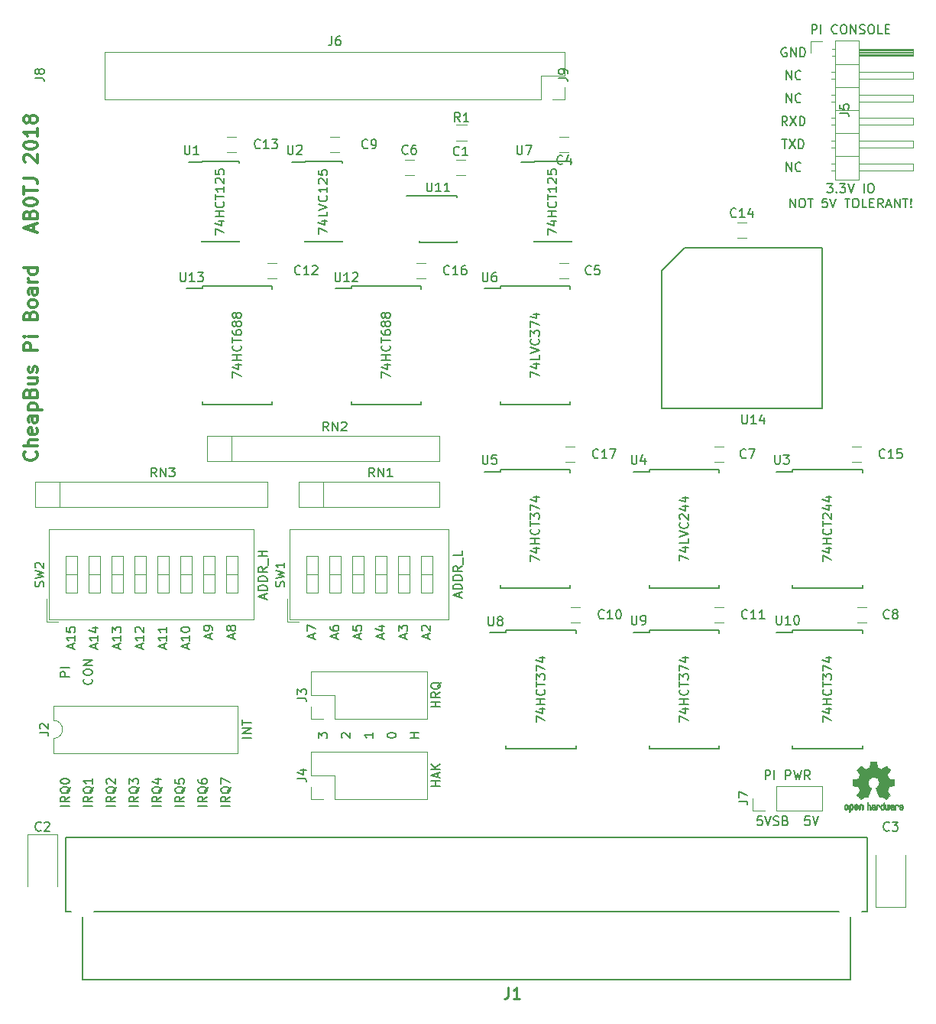
<source format=gbr>
G04 #@! TF.GenerationSoftware,KiCad,Pcbnew,(5.0.2)-1*
G04 #@! TF.CreationDate,2019-01-03T08:46:51-07:00*
G04 #@! TF.ProjectId,Pi Board,50692042-6f61-4726-942e-6b696361645f,rev?*
G04 #@! TF.SameCoordinates,Original*
G04 #@! TF.FileFunction,Legend,Top*
G04 #@! TF.FilePolarity,Positive*
%FSLAX46Y46*%
G04 Gerber Fmt 4.6, Leading zero omitted, Abs format (unit mm)*
G04 Created by KiCad (PCBNEW (5.0.2)-1) date 1/3/2019 8:46:51 AM*
%MOMM*%
%LPD*%
G01*
G04 APERTURE LIST*
%ADD10C,0.300000*%
%ADD11C,0.150000*%
%ADD12C,0.120000*%
%ADD13C,0.152400*%
%ADD14C,0.010000*%
%ADD15C,0.254000*%
G04 APERTURE END LIST*
D10*
X105945714Y-81007857D02*
X106017142Y-81079285D01*
X106088571Y-81293571D01*
X106088571Y-81436428D01*
X106017142Y-81650714D01*
X105874285Y-81793571D01*
X105731428Y-81865000D01*
X105445714Y-81936428D01*
X105231428Y-81936428D01*
X104945714Y-81865000D01*
X104802857Y-81793571D01*
X104660000Y-81650714D01*
X104588571Y-81436428D01*
X104588571Y-81293571D01*
X104660000Y-81079285D01*
X104731428Y-81007857D01*
X106088571Y-80365000D02*
X104588571Y-80365000D01*
X106088571Y-79722142D02*
X105302857Y-79722142D01*
X105160000Y-79793571D01*
X105088571Y-79936428D01*
X105088571Y-80150714D01*
X105160000Y-80293571D01*
X105231428Y-80365000D01*
X106017142Y-78436428D02*
X106088571Y-78579285D01*
X106088571Y-78865000D01*
X106017142Y-79007857D01*
X105874285Y-79079285D01*
X105302857Y-79079285D01*
X105160000Y-79007857D01*
X105088571Y-78865000D01*
X105088571Y-78579285D01*
X105160000Y-78436428D01*
X105302857Y-78365000D01*
X105445714Y-78365000D01*
X105588571Y-79079285D01*
X106088571Y-77079285D02*
X105302857Y-77079285D01*
X105160000Y-77150714D01*
X105088571Y-77293571D01*
X105088571Y-77579285D01*
X105160000Y-77722142D01*
X106017142Y-77079285D02*
X106088571Y-77222142D01*
X106088571Y-77579285D01*
X106017142Y-77722142D01*
X105874285Y-77793571D01*
X105731428Y-77793571D01*
X105588571Y-77722142D01*
X105517142Y-77579285D01*
X105517142Y-77222142D01*
X105445714Y-77079285D01*
X105088571Y-76365000D02*
X106588571Y-76365000D01*
X105160000Y-76365000D02*
X105088571Y-76222142D01*
X105088571Y-75936428D01*
X105160000Y-75793571D01*
X105231428Y-75722142D01*
X105374285Y-75650714D01*
X105802857Y-75650714D01*
X105945714Y-75722142D01*
X106017142Y-75793571D01*
X106088571Y-75936428D01*
X106088571Y-76222142D01*
X106017142Y-76365000D01*
X105302857Y-74507857D02*
X105374285Y-74293571D01*
X105445714Y-74222142D01*
X105588571Y-74150714D01*
X105802857Y-74150714D01*
X105945714Y-74222142D01*
X106017142Y-74293571D01*
X106088571Y-74436428D01*
X106088571Y-75007857D01*
X104588571Y-75007857D01*
X104588571Y-74507857D01*
X104660000Y-74365000D01*
X104731428Y-74293571D01*
X104874285Y-74222142D01*
X105017142Y-74222142D01*
X105160000Y-74293571D01*
X105231428Y-74365000D01*
X105302857Y-74507857D01*
X105302857Y-75007857D01*
X105088571Y-72865000D02*
X106088571Y-72865000D01*
X105088571Y-73507857D02*
X105874285Y-73507857D01*
X106017142Y-73436428D01*
X106088571Y-73293571D01*
X106088571Y-73079285D01*
X106017142Y-72936428D01*
X105945714Y-72865000D01*
X106017142Y-72222142D02*
X106088571Y-72079285D01*
X106088571Y-71793571D01*
X106017142Y-71650714D01*
X105874285Y-71579285D01*
X105802857Y-71579285D01*
X105660000Y-71650714D01*
X105588571Y-71793571D01*
X105588571Y-72007857D01*
X105517142Y-72150714D01*
X105374285Y-72222142D01*
X105302857Y-72222142D01*
X105160000Y-72150714D01*
X105088571Y-72007857D01*
X105088571Y-71793571D01*
X105160000Y-71650714D01*
X106088571Y-69793571D02*
X104588571Y-69793571D01*
X104588571Y-69222142D01*
X104660000Y-69079285D01*
X104731428Y-69007857D01*
X104874285Y-68936428D01*
X105088571Y-68936428D01*
X105231428Y-69007857D01*
X105302857Y-69079285D01*
X105374285Y-69222142D01*
X105374285Y-69793571D01*
X106088571Y-68293571D02*
X105088571Y-68293571D01*
X104588571Y-68293571D02*
X104660000Y-68365000D01*
X104731428Y-68293571D01*
X104660000Y-68222142D01*
X104588571Y-68293571D01*
X104731428Y-68293571D01*
X105302857Y-65936428D02*
X105374285Y-65722142D01*
X105445714Y-65650714D01*
X105588571Y-65579285D01*
X105802857Y-65579285D01*
X105945714Y-65650714D01*
X106017142Y-65722142D01*
X106088571Y-65865000D01*
X106088571Y-66436428D01*
X104588571Y-66436428D01*
X104588571Y-65936428D01*
X104660000Y-65793571D01*
X104731428Y-65722142D01*
X104874285Y-65650714D01*
X105017142Y-65650714D01*
X105160000Y-65722142D01*
X105231428Y-65793571D01*
X105302857Y-65936428D01*
X105302857Y-66436428D01*
X106088571Y-64722142D02*
X106017142Y-64865000D01*
X105945714Y-64936428D01*
X105802857Y-65007857D01*
X105374285Y-65007857D01*
X105231428Y-64936428D01*
X105160000Y-64865000D01*
X105088571Y-64722142D01*
X105088571Y-64507857D01*
X105160000Y-64365000D01*
X105231428Y-64293571D01*
X105374285Y-64222142D01*
X105802857Y-64222142D01*
X105945714Y-64293571D01*
X106017142Y-64365000D01*
X106088571Y-64507857D01*
X106088571Y-64722142D01*
X106088571Y-62936428D02*
X105302857Y-62936428D01*
X105160000Y-63007857D01*
X105088571Y-63150714D01*
X105088571Y-63436428D01*
X105160000Y-63579285D01*
X106017142Y-62936428D02*
X106088571Y-63079285D01*
X106088571Y-63436428D01*
X106017142Y-63579285D01*
X105874285Y-63650714D01*
X105731428Y-63650714D01*
X105588571Y-63579285D01*
X105517142Y-63436428D01*
X105517142Y-63079285D01*
X105445714Y-62936428D01*
X106088571Y-62222142D02*
X105088571Y-62222142D01*
X105374285Y-62222142D02*
X105231428Y-62150714D01*
X105160000Y-62079285D01*
X105088571Y-61936428D01*
X105088571Y-61793571D01*
X106088571Y-60650714D02*
X104588571Y-60650714D01*
X106017142Y-60650714D02*
X106088571Y-60793571D01*
X106088571Y-61079285D01*
X106017142Y-61222142D01*
X105945714Y-61293571D01*
X105802857Y-61365000D01*
X105374285Y-61365000D01*
X105231428Y-61293571D01*
X105160000Y-61222142D01*
X105088571Y-61079285D01*
X105088571Y-60793571D01*
X105160000Y-60650714D01*
X105660000Y-56579285D02*
X105660000Y-55865000D01*
X106088571Y-56722142D02*
X104588571Y-56222142D01*
X106088571Y-55722142D01*
X105302857Y-54722142D02*
X105374285Y-54507857D01*
X105445714Y-54436428D01*
X105588571Y-54365000D01*
X105802857Y-54365000D01*
X105945714Y-54436428D01*
X106017142Y-54507857D01*
X106088571Y-54650714D01*
X106088571Y-55222142D01*
X104588571Y-55222142D01*
X104588571Y-54722142D01*
X104660000Y-54579285D01*
X104731428Y-54507857D01*
X104874285Y-54436428D01*
X105017142Y-54436428D01*
X105160000Y-54507857D01*
X105231428Y-54579285D01*
X105302857Y-54722142D01*
X105302857Y-55222142D01*
X104588571Y-53436428D02*
X104588571Y-53293571D01*
X104660000Y-53150714D01*
X104731428Y-53079285D01*
X104874285Y-53007857D01*
X105160000Y-52936428D01*
X105517142Y-52936428D01*
X105802857Y-53007857D01*
X105945714Y-53079285D01*
X106017142Y-53150714D01*
X106088571Y-53293571D01*
X106088571Y-53436428D01*
X106017142Y-53579285D01*
X105945714Y-53650714D01*
X105802857Y-53722142D01*
X105517142Y-53793571D01*
X105160000Y-53793571D01*
X104874285Y-53722142D01*
X104731428Y-53650714D01*
X104660000Y-53579285D01*
X104588571Y-53436428D01*
X104588571Y-52507857D02*
X104588571Y-51650714D01*
X106088571Y-52079285D02*
X104588571Y-52079285D01*
X104588571Y-50722142D02*
X105660000Y-50722142D01*
X105874285Y-50793571D01*
X106017142Y-50936428D01*
X106088571Y-51150714D01*
X106088571Y-51293571D01*
X104731428Y-48936428D02*
X104660000Y-48865000D01*
X104588571Y-48722142D01*
X104588571Y-48365000D01*
X104660000Y-48222142D01*
X104731428Y-48150714D01*
X104874285Y-48079285D01*
X105017142Y-48079285D01*
X105231428Y-48150714D01*
X106088571Y-49007857D01*
X106088571Y-48079285D01*
X104588571Y-47150714D02*
X104588571Y-47007857D01*
X104660000Y-46865000D01*
X104731428Y-46793571D01*
X104874285Y-46722142D01*
X105160000Y-46650714D01*
X105517142Y-46650714D01*
X105802857Y-46722142D01*
X105945714Y-46793571D01*
X106017142Y-46865000D01*
X106088571Y-47007857D01*
X106088571Y-47150714D01*
X106017142Y-47293571D01*
X105945714Y-47365000D01*
X105802857Y-47436428D01*
X105517142Y-47507857D01*
X105160000Y-47507857D01*
X104874285Y-47436428D01*
X104731428Y-47365000D01*
X104660000Y-47293571D01*
X104588571Y-47150714D01*
X106088571Y-45222142D02*
X106088571Y-46079285D01*
X106088571Y-45650714D02*
X104588571Y-45650714D01*
X104802857Y-45793571D01*
X104945714Y-45936428D01*
X105017142Y-46079285D01*
X105231428Y-44365000D02*
X105160000Y-44507857D01*
X105088571Y-44579285D01*
X104945714Y-44650714D01*
X104874285Y-44650714D01*
X104731428Y-44579285D01*
X104660000Y-44507857D01*
X104588571Y-44365000D01*
X104588571Y-44079285D01*
X104660000Y-43936428D01*
X104731428Y-43865000D01*
X104874285Y-43793571D01*
X104945714Y-43793571D01*
X105088571Y-43865000D01*
X105160000Y-43936428D01*
X105231428Y-44079285D01*
X105231428Y-44365000D01*
X105302857Y-44507857D01*
X105374285Y-44579285D01*
X105517142Y-44650714D01*
X105802857Y-44650714D01*
X105945714Y-44579285D01*
X106017142Y-44507857D01*
X106088571Y-44365000D01*
X106088571Y-44079285D01*
X106017142Y-43936428D01*
X105945714Y-43865000D01*
X105802857Y-43793571D01*
X105517142Y-43793571D01*
X105374285Y-43865000D01*
X105302857Y-43936428D01*
X105231428Y-44079285D01*
D11*
X148407380Y-112680714D02*
X147407380Y-112680714D01*
X147883571Y-112680714D02*
X147883571Y-112109285D01*
X148407380Y-112109285D02*
X147407380Y-112109285D01*
X144867380Y-112442619D02*
X144867380Y-112347380D01*
X144915000Y-112252142D01*
X144962619Y-112204523D01*
X145057857Y-112156904D01*
X145248333Y-112109285D01*
X145486428Y-112109285D01*
X145676904Y-112156904D01*
X145772142Y-112204523D01*
X145819761Y-112252142D01*
X145867380Y-112347380D01*
X145867380Y-112442619D01*
X145819761Y-112537857D01*
X145772142Y-112585476D01*
X145676904Y-112633095D01*
X145486428Y-112680714D01*
X145248333Y-112680714D01*
X145057857Y-112633095D01*
X144962619Y-112585476D01*
X144915000Y-112537857D01*
X144867380Y-112442619D01*
X143327380Y-112109285D02*
X143327380Y-112680714D01*
X143327380Y-112395000D02*
X142327380Y-112395000D01*
X142470238Y-112490238D01*
X142565476Y-112585476D01*
X142613095Y-112680714D01*
X139882619Y-112680714D02*
X139835000Y-112633095D01*
X139787380Y-112537857D01*
X139787380Y-112299761D01*
X139835000Y-112204523D01*
X139882619Y-112156904D01*
X139977857Y-112109285D01*
X140073095Y-112109285D01*
X140215952Y-112156904D01*
X140787380Y-112728333D01*
X140787380Y-112109285D01*
X137247380Y-112728333D02*
X137247380Y-112109285D01*
X137628333Y-112442619D01*
X137628333Y-112299761D01*
X137675952Y-112204523D01*
X137723571Y-112156904D01*
X137818809Y-112109285D01*
X138056904Y-112109285D01*
X138152142Y-112156904D01*
X138199761Y-112204523D01*
X138247380Y-112299761D01*
X138247380Y-112585476D01*
X138199761Y-112680714D01*
X138152142Y-112728333D01*
X112117142Y-106148095D02*
X112164761Y-106195714D01*
X112212380Y-106338571D01*
X112212380Y-106433809D01*
X112164761Y-106576666D01*
X112069523Y-106671904D01*
X111974285Y-106719523D01*
X111783809Y-106767142D01*
X111640952Y-106767142D01*
X111450476Y-106719523D01*
X111355238Y-106671904D01*
X111260000Y-106576666D01*
X111212380Y-106433809D01*
X111212380Y-106338571D01*
X111260000Y-106195714D01*
X111307619Y-106148095D01*
X111212380Y-105529047D02*
X111212380Y-105338571D01*
X111260000Y-105243333D01*
X111355238Y-105148095D01*
X111545714Y-105100476D01*
X111879047Y-105100476D01*
X112069523Y-105148095D01*
X112164761Y-105243333D01*
X112212380Y-105338571D01*
X112212380Y-105529047D01*
X112164761Y-105624285D01*
X112069523Y-105719523D01*
X111879047Y-105767142D01*
X111545714Y-105767142D01*
X111355238Y-105719523D01*
X111260000Y-105624285D01*
X111212380Y-105529047D01*
X112212380Y-104671904D02*
X111212380Y-104671904D01*
X112212380Y-104100476D01*
X111212380Y-104100476D01*
X109672380Y-105910000D02*
X108672380Y-105910000D01*
X108672380Y-105529047D01*
X108720000Y-105433809D01*
X108767619Y-105386190D01*
X108862857Y-105338571D01*
X109005714Y-105338571D01*
X109100952Y-105386190D01*
X109148571Y-105433809D01*
X109196190Y-105529047D01*
X109196190Y-105910000D01*
X109672380Y-104910000D02*
X108672380Y-104910000D01*
X127452380Y-120245000D02*
X126452380Y-120245000D01*
X127452380Y-119197380D02*
X126976190Y-119530714D01*
X127452380Y-119768809D02*
X126452380Y-119768809D01*
X126452380Y-119387857D01*
X126500000Y-119292619D01*
X126547619Y-119245000D01*
X126642857Y-119197380D01*
X126785714Y-119197380D01*
X126880952Y-119245000D01*
X126928571Y-119292619D01*
X126976190Y-119387857D01*
X126976190Y-119768809D01*
X127547619Y-118102142D02*
X127500000Y-118197380D01*
X127404761Y-118292619D01*
X127261904Y-118435476D01*
X127214285Y-118530714D01*
X127214285Y-118625952D01*
X127452380Y-118578333D02*
X127404761Y-118673571D01*
X127309523Y-118768809D01*
X127119047Y-118816428D01*
X126785714Y-118816428D01*
X126595238Y-118768809D01*
X126500000Y-118673571D01*
X126452380Y-118578333D01*
X126452380Y-118387857D01*
X126500000Y-118292619D01*
X126595238Y-118197380D01*
X126785714Y-118149761D01*
X127119047Y-118149761D01*
X127309523Y-118197380D01*
X127404761Y-118292619D01*
X127452380Y-118387857D01*
X127452380Y-118578333D01*
X126452380Y-117816428D02*
X126452380Y-117149761D01*
X127452380Y-117578333D01*
X124912380Y-120245000D02*
X123912380Y-120245000D01*
X124912380Y-119197380D02*
X124436190Y-119530714D01*
X124912380Y-119768809D02*
X123912380Y-119768809D01*
X123912380Y-119387857D01*
X123960000Y-119292619D01*
X124007619Y-119245000D01*
X124102857Y-119197380D01*
X124245714Y-119197380D01*
X124340952Y-119245000D01*
X124388571Y-119292619D01*
X124436190Y-119387857D01*
X124436190Y-119768809D01*
X125007619Y-118102142D02*
X124960000Y-118197380D01*
X124864761Y-118292619D01*
X124721904Y-118435476D01*
X124674285Y-118530714D01*
X124674285Y-118625952D01*
X124912380Y-118578333D02*
X124864761Y-118673571D01*
X124769523Y-118768809D01*
X124579047Y-118816428D01*
X124245714Y-118816428D01*
X124055238Y-118768809D01*
X123960000Y-118673571D01*
X123912380Y-118578333D01*
X123912380Y-118387857D01*
X123960000Y-118292619D01*
X124055238Y-118197380D01*
X124245714Y-118149761D01*
X124579047Y-118149761D01*
X124769523Y-118197380D01*
X124864761Y-118292619D01*
X124912380Y-118387857D01*
X124912380Y-118578333D01*
X123912380Y-117292619D02*
X123912380Y-117483095D01*
X123960000Y-117578333D01*
X124007619Y-117625952D01*
X124150476Y-117721190D01*
X124340952Y-117768809D01*
X124721904Y-117768809D01*
X124817142Y-117721190D01*
X124864761Y-117673571D01*
X124912380Y-117578333D01*
X124912380Y-117387857D01*
X124864761Y-117292619D01*
X124817142Y-117245000D01*
X124721904Y-117197380D01*
X124483809Y-117197380D01*
X124388571Y-117245000D01*
X124340952Y-117292619D01*
X124293333Y-117387857D01*
X124293333Y-117578333D01*
X124340952Y-117673571D01*
X124388571Y-117721190D01*
X124483809Y-117768809D01*
X122372380Y-120245000D02*
X121372380Y-120245000D01*
X122372380Y-119197380D02*
X121896190Y-119530714D01*
X122372380Y-119768809D02*
X121372380Y-119768809D01*
X121372380Y-119387857D01*
X121420000Y-119292619D01*
X121467619Y-119245000D01*
X121562857Y-119197380D01*
X121705714Y-119197380D01*
X121800952Y-119245000D01*
X121848571Y-119292619D01*
X121896190Y-119387857D01*
X121896190Y-119768809D01*
X122467619Y-118102142D02*
X122420000Y-118197380D01*
X122324761Y-118292619D01*
X122181904Y-118435476D01*
X122134285Y-118530714D01*
X122134285Y-118625952D01*
X122372380Y-118578333D02*
X122324761Y-118673571D01*
X122229523Y-118768809D01*
X122039047Y-118816428D01*
X121705714Y-118816428D01*
X121515238Y-118768809D01*
X121420000Y-118673571D01*
X121372380Y-118578333D01*
X121372380Y-118387857D01*
X121420000Y-118292619D01*
X121515238Y-118197380D01*
X121705714Y-118149761D01*
X122039047Y-118149761D01*
X122229523Y-118197380D01*
X122324761Y-118292619D01*
X122372380Y-118387857D01*
X122372380Y-118578333D01*
X121372380Y-117245000D02*
X121372380Y-117721190D01*
X121848571Y-117768809D01*
X121800952Y-117721190D01*
X121753333Y-117625952D01*
X121753333Y-117387857D01*
X121800952Y-117292619D01*
X121848571Y-117245000D01*
X121943809Y-117197380D01*
X122181904Y-117197380D01*
X122277142Y-117245000D01*
X122324761Y-117292619D01*
X122372380Y-117387857D01*
X122372380Y-117625952D01*
X122324761Y-117721190D01*
X122277142Y-117768809D01*
X119832380Y-120245000D02*
X118832380Y-120245000D01*
X119832380Y-119197380D02*
X119356190Y-119530714D01*
X119832380Y-119768809D02*
X118832380Y-119768809D01*
X118832380Y-119387857D01*
X118880000Y-119292619D01*
X118927619Y-119245000D01*
X119022857Y-119197380D01*
X119165714Y-119197380D01*
X119260952Y-119245000D01*
X119308571Y-119292619D01*
X119356190Y-119387857D01*
X119356190Y-119768809D01*
X119927619Y-118102142D02*
X119880000Y-118197380D01*
X119784761Y-118292619D01*
X119641904Y-118435476D01*
X119594285Y-118530714D01*
X119594285Y-118625952D01*
X119832380Y-118578333D02*
X119784761Y-118673571D01*
X119689523Y-118768809D01*
X119499047Y-118816428D01*
X119165714Y-118816428D01*
X118975238Y-118768809D01*
X118880000Y-118673571D01*
X118832380Y-118578333D01*
X118832380Y-118387857D01*
X118880000Y-118292619D01*
X118975238Y-118197380D01*
X119165714Y-118149761D01*
X119499047Y-118149761D01*
X119689523Y-118197380D01*
X119784761Y-118292619D01*
X119832380Y-118387857D01*
X119832380Y-118578333D01*
X119165714Y-117292619D02*
X119832380Y-117292619D01*
X118784761Y-117530714D02*
X119499047Y-117768809D01*
X119499047Y-117149761D01*
X117292380Y-120245000D02*
X116292380Y-120245000D01*
X117292380Y-119197380D02*
X116816190Y-119530714D01*
X117292380Y-119768809D02*
X116292380Y-119768809D01*
X116292380Y-119387857D01*
X116340000Y-119292619D01*
X116387619Y-119245000D01*
X116482857Y-119197380D01*
X116625714Y-119197380D01*
X116720952Y-119245000D01*
X116768571Y-119292619D01*
X116816190Y-119387857D01*
X116816190Y-119768809D01*
X117387619Y-118102142D02*
X117340000Y-118197380D01*
X117244761Y-118292619D01*
X117101904Y-118435476D01*
X117054285Y-118530714D01*
X117054285Y-118625952D01*
X117292380Y-118578333D02*
X117244761Y-118673571D01*
X117149523Y-118768809D01*
X116959047Y-118816428D01*
X116625714Y-118816428D01*
X116435238Y-118768809D01*
X116340000Y-118673571D01*
X116292380Y-118578333D01*
X116292380Y-118387857D01*
X116340000Y-118292619D01*
X116435238Y-118197380D01*
X116625714Y-118149761D01*
X116959047Y-118149761D01*
X117149523Y-118197380D01*
X117244761Y-118292619D01*
X117292380Y-118387857D01*
X117292380Y-118578333D01*
X116292380Y-117816428D02*
X116292380Y-117197380D01*
X116673333Y-117530714D01*
X116673333Y-117387857D01*
X116720952Y-117292619D01*
X116768571Y-117245000D01*
X116863809Y-117197380D01*
X117101904Y-117197380D01*
X117197142Y-117245000D01*
X117244761Y-117292619D01*
X117292380Y-117387857D01*
X117292380Y-117673571D01*
X117244761Y-117768809D01*
X117197142Y-117816428D01*
X114752380Y-120245000D02*
X113752380Y-120245000D01*
X114752380Y-119197380D02*
X114276190Y-119530714D01*
X114752380Y-119768809D02*
X113752380Y-119768809D01*
X113752380Y-119387857D01*
X113800000Y-119292619D01*
X113847619Y-119245000D01*
X113942857Y-119197380D01*
X114085714Y-119197380D01*
X114180952Y-119245000D01*
X114228571Y-119292619D01*
X114276190Y-119387857D01*
X114276190Y-119768809D01*
X114847619Y-118102142D02*
X114800000Y-118197380D01*
X114704761Y-118292619D01*
X114561904Y-118435476D01*
X114514285Y-118530714D01*
X114514285Y-118625952D01*
X114752380Y-118578333D02*
X114704761Y-118673571D01*
X114609523Y-118768809D01*
X114419047Y-118816428D01*
X114085714Y-118816428D01*
X113895238Y-118768809D01*
X113800000Y-118673571D01*
X113752380Y-118578333D01*
X113752380Y-118387857D01*
X113800000Y-118292619D01*
X113895238Y-118197380D01*
X114085714Y-118149761D01*
X114419047Y-118149761D01*
X114609523Y-118197380D01*
X114704761Y-118292619D01*
X114752380Y-118387857D01*
X114752380Y-118578333D01*
X113847619Y-117768809D02*
X113800000Y-117721190D01*
X113752380Y-117625952D01*
X113752380Y-117387857D01*
X113800000Y-117292619D01*
X113847619Y-117245000D01*
X113942857Y-117197380D01*
X114038095Y-117197380D01*
X114180952Y-117245000D01*
X114752380Y-117816428D01*
X114752380Y-117197380D01*
X112212380Y-120245000D02*
X111212380Y-120245000D01*
X112212380Y-119197380D02*
X111736190Y-119530714D01*
X112212380Y-119768809D02*
X111212380Y-119768809D01*
X111212380Y-119387857D01*
X111260000Y-119292619D01*
X111307619Y-119245000D01*
X111402857Y-119197380D01*
X111545714Y-119197380D01*
X111640952Y-119245000D01*
X111688571Y-119292619D01*
X111736190Y-119387857D01*
X111736190Y-119768809D01*
X112307619Y-118102142D02*
X112260000Y-118197380D01*
X112164761Y-118292619D01*
X112021904Y-118435476D01*
X111974285Y-118530714D01*
X111974285Y-118625952D01*
X112212380Y-118578333D02*
X112164761Y-118673571D01*
X112069523Y-118768809D01*
X111879047Y-118816428D01*
X111545714Y-118816428D01*
X111355238Y-118768809D01*
X111260000Y-118673571D01*
X111212380Y-118578333D01*
X111212380Y-118387857D01*
X111260000Y-118292619D01*
X111355238Y-118197380D01*
X111545714Y-118149761D01*
X111879047Y-118149761D01*
X112069523Y-118197380D01*
X112164761Y-118292619D01*
X112212380Y-118387857D01*
X112212380Y-118578333D01*
X112212380Y-117197380D02*
X112212380Y-117768809D01*
X112212380Y-117483095D02*
X111212380Y-117483095D01*
X111355238Y-117578333D01*
X111450476Y-117673571D01*
X111498095Y-117768809D01*
X109672380Y-120245000D02*
X108672380Y-120245000D01*
X109672380Y-119197380D02*
X109196190Y-119530714D01*
X109672380Y-119768809D02*
X108672380Y-119768809D01*
X108672380Y-119387857D01*
X108720000Y-119292619D01*
X108767619Y-119245000D01*
X108862857Y-119197380D01*
X109005714Y-119197380D01*
X109100952Y-119245000D01*
X109148571Y-119292619D01*
X109196190Y-119387857D01*
X109196190Y-119768809D01*
X109767619Y-118102142D02*
X109720000Y-118197380D01*
X109624761Y-118292619D01*
X109481904Y-118435476D01*
X109434285Y-118530714D01*
X109434285Y-118625952D01*
X109672380Y-118578333D02*
X109624761Y-118673571D01*
X109529523Y-118768809D01*
X109339047Y-118816428D01*
X109005714Y-118816428D01*
X108815238Y-118768809D01*
X108720000Y-118673571D01*
X108672380Y-118578333D01*
X108672380Y-118387857D01*
X108720000Y-118292619D01*
X108815238Y-118197380D01*
X109005714Y-118149761D01*
X109339047Y-118149761D01*
X109529523Y-118197380D01*
X109624761Y-118292619D01*
X109672380Y-118387857D01*
X109672380Y-118578333D01*
X108672380Y-117530714D02*
X108672380Y-117435476D01*
X108720000Y-117340238D01*
X108767619Y-117292619D01*
X108862857Y-117245000D01*
X109053333Y-117197380D01*
X109291428Y-117197380D01*
X109481904Y-117245000D01*
X109577142Y-117292619D01*
X109624761Y-117340238D01*
X109672380Y-117435476D01*
X109672380Y-117530714D01*
X109624761Y-117625952D01*
X109577142Y-117673571D01*
X109481904Y-117721190D01*
X109291428Y-117768809D01*
X109053333Y-117768809D01*
X108862857Y-117721190D01*
X108767619Y-117673571D01*
X108720000Y-117625952D01*
X108672380Y-117530714D01*
X149391666Y-101679285D02*
X149391666Y-101203095D01*
X149677380Y-101774523D02*
X148677380Y-101441190D01*
X149677380Y-101107857D01*
X148772619Y-100822142D02*
X148725000Y-100774523D01*
X148677380Y-100679285D01*
X148677380Y-100441190D01*
X148725000Y-100345952D01*
X148772619Y-100298333D01*
X148867857Y-100250714D01*
X148963095Y-100250714D01*
X149105952Y-100298333D01*
X149677380Y-100869761D01*
X149677380Y-100250714D01*
X146851666Y-101679285D02*
X146851666Y-101203095D01*
X147137380Y-101774523D02*
X146137380Y-101441190D01*
X147137380Y-101107857D01*
X146137380Y-100869761D02*
X146137380Y-100250714D01*
X146518333Y-100584047D01*
X146518333Y-100441190D01*
X146565952Y-100345952D01*
X146613571Y-100298333D01*
X146708809Y-100250714D01*
X146946904Y-100250714D01*
X147042142Y-100298333D01*
X147089761Y-100345952D01*
X147137380Y-100441190D01*
X147137380Y-100726904D01*
X147089761Y-100822142D01*
X147042142Y-100869761D01*
X144311666Y-101679285D02*
X144311666Y-101203095D01*
X144597380Y-101774523D02*
X143597380Y-101441190D01*
X144597380Y-101107857D01*
X143930714Y-100345952D02*
X144597380Y-100345952D01*
X143549761Y-100584047D02*
X144264047Y-100822142D01*
X144264047Y-100203095D01*
X141771666Y-101679285D02*
X141771666Y-101203095D01*
X142057380Y-101774523D02*
X141057380Y-101441190D01*
X142057380Y-101107857D01*
X141057380Y-100298333D02*
X141057380Y-100774523D01*
X141533571Y-100822142D01*
X141485952Y-100774523D01*
X141438333Y-100679285D01*
X141438333Y-100441190D01*
X141485952Y-100345952D01*
X141533571Y-100298333D01*
X141628809Y-100250714D01*
X141866904Y-100250714D01*
X141962142Y-100298333D01*
X142009761Y-100345952D01*
X142057380Y-100441190D01*
X142057380Y-100679285D01*
X142009761Y-100774523D01*
X141962142Y-100822142D01*
X139231666Y-101679285D02*
X139231666Y-101203095D01*
X139517380Y-101774523D02*
X138517380Y-101441190D01*
X139517380Y-101107857D01*
X138517380Y-100345952D02*
X138517380Y-100536428D01*
X138565000Y-100631666D01*
X138612619Y-100679285D01*
X138755476Y-100774523D01*
X138945952Y-100822142D01*
X139326904Y-100822142D01*
X139422142Y-100774523D01*
X139469761Y-100726904D01*
X139517380Y-100631666D01*
X139517380Y-100441190D01*
X139469761Y-100345952D01*
X139422142Y-100298333D01*
X139326904Y-100250714D01*
X139088809Y-100250714D01*
X138993571Y-100298333D01*
X138945952Y-100345952D01*
X138898333Y-100441190D01*
X138898333Y-100631666D01*
X138945952Y-100726904D01*
X138993571Y-100774523D01*
X139088809Y-100822142D01*
X136691666Y-101679285D02*
X136691666Y-101203095D01*
X136977380Y-101774523D02*
X135977380Y-101441190D01*
X136977380Y-101107857D01*
X135977380Y-100869761D02*
X135977380Y-100203095D01*
X136977380Y-100631666D01*
X127801666Y-101679285D02*
X127801666Y-101203095D01*
X128087380Y-101774523D02*
X127087380Y-101441190D01*
X128087380Y-101107857D01*
X127515952Y-100631666D02*
X127468333Y-100726904D01*
X127420714Y-100774523D01*
X127325476Y-100822142D01*
X127277857Y-100822142D01*
X127182619Y-100774523D01*
X127135000Y-100726904D01*
X127087380Y-100631666D01*
X127087380Y-100441190D01*
X127135000Y-100345952D01*
X127182619Y-100298333D01*
X127277857Y-100250714D01*
X127325476Y-100250714D01*
X127420714Y-100298333D01*
X127468333Y-100345952D01*
X127515952Y-100441190D01*
X127515952Y-100631666D01*
X127563571Y-100726904D01*
X127611190Y-100774523D01*
X127706428Y-100822142D01*
X127896904Y-100822142D01*
X127992142Y-100774523D01*
X128039761Y-100726904D01*
X128087380Y-100631666D01*
X128087380Y-100441190D01*
X128039761Y-100345952D01*
X127992142Y-100298333D01*
X127896904Y-100250714D01*
X127706428Y-100250714D01*
X127611190Y-100298333D01*
X127563571Y-100345952D01*
X127515952Y-100441190D01*
X125261666Y-101679285D02*
X125261666Y-101203095D01*
X125547380Y-101774523D02*
X124547380Y-101441190D01*
X125547380Y-101107857D01*
X125547380Y-100726904D02*
X125547380Y-100536428D01*
X125499761Y-100441190D01*
X125452142Y-100393571D01*
X125309285Y-100298333D01*
X125118809Y-100250714D01*
X124737857Y-100250714D01*
X124642619Y-100298333D01*
X124595000Y-100345952D01*
X124547380Y-100441190D01*
X124547380Y-100631666D01*
X124595000Y-100726904D01*
X124642619Y-100774523D01*
X124737857Y-100822142D01*
X124975952Y-100822142D01*
X125071190Y-100774523D01*
X125118809Y-100726904D01*
X125166428Y-100631666D01*
X125166428Y-100441190D01*
X125118809Y-100345952D01*
X125071190Y-100298333D01*
X124975952Y-100250714D01*
X122721666Y-102790476D02*
X122721666Y-102314285D01*
X123007380Y-102885714D02*
X122007380Y-102552380D01*
X123007380Y-102219047D01*
X123007380Y-101361904D02*
X123007380Y-101933333D01*
X123007380Y-101647619D02*
X122007380Y-101647619D01*
X122150238Y-101742857D01*
X122245476Y-101838095D01*
X122293095Y-101933333D01*
X122007380Y-100742857D02*
X122007380Y-100647619D01*
X122055000Y-100552380D01*
X122102619Y-100504761D01*
X122197857Y-100457142D01*
X122388333Y-100409523D01*
X122626428Y-100409523D01*
X122816904Y-100457142D01*
X122912142Y-100504761D01*
X122959761Y-100552380D01*
X123007380Y-100647619D01*
X123007380Y-100742857D01*
X122959761Y-100838095D01*
X122912142Y-100885714D01*
X122816904Y-100933333D01*
X122626428Y-100980952D01*
X122388333Y-100980952D01*
X122197857Y-100933333D01*
X122102619Y-100885714D01*
X122055000Y-100838095D01*
X122007380Y-100742857D01*
X120181666Y-102790476D02*
X120181666Y-102314285D01*
X120467380Y-102885714D02*
X119467380Y-102552380D01*
X120467380Y-102219047D01*
X120467380Y-101361904D02*
X120467380Y-101933333D01*
X120467380Y-101647619D02*
X119467380Y-101647619D01*
X119610238Y-101742857D01*
X119705476Y-101838095D01*
X119753095Y-101933333D01*
X120467380Y-100409523D02*
X120467380Y-100980952D01*
X120467380Y-100695238D02*
X119467380Y-100695238D01*
X119610238Y-100790476D01*
X119705476Y-100885714D01*
X119753095Y-100980952D01*
X117641666Y-102790476D02*
X117641666Y-102314285D01*
X117927380Y-102885714D02*
X116927380Y-102552380D01*
X117927380Y-102219047D01*
X117927380Y-101361904D02*
X117927380Y-101933333D01*
X117927380Y-101647619D02*
X116927380Y-101647619D01*
X117070238Y-101742857D01*
X117165476Y-101838095D01*
X117213095Y-101933333D01*
X117022619Y-100980952D02*
X116975000Y-100933333D01*
X116927380Y-100838095D01*
X116927380Y-100600000D01*
X116975000Y-100504761D01*
X117022619Y-100457142D01*
X117117857Y-100409523D01*
X117213095Y-100409523D01*
X117355952Y-100457142D01*
X117927380Y-101028571D01*
X117927380Y-100409523D01*
X115101666Y-102790476D02*
X115101666Y-102314285D01*
X115387380Y-102885714D02*
X114387380Y-102552380D01*
X115387380Y-102219047D01*
X115387380Y-101361904D02*
X115387380Y-101933333D01*
X115387380Y-101647619D02*
X114387380Y-101647619D01*
X114530238Y-101742857D01*
X114625476Y-101838095D01*
X114673095Y-101933333D01*
X114387380Y-101028571D02*
X114387380Y-100409523D01*
X114768333Y-100742857D01*
X114768333Y-100600000D01*
X114815952Y-100504761D01*
X114863571Y-100457142D01*
X114958809Y-100409523D01*
X115196904Y-100409523D01*
X115292142Y-100457142D01*
X115339761Y-100504761D01*
X115387380Y-100600000D01*
X115387380Y-100885714D01*
X115339761Y-100980952D01*
X115292142Y-101028571D01*
X112561666Y-102790476D02*
X112561666Y-102314285D01*
X112847380Y-102885714D02*
X111847380Y-102552380D01*
X112847380Y-102219047D01*
X112847380Y-101361904D02*
X112847380Y-101933333D01*
X112847380Y-101647619D02*
X111847380Y-101647619D01*
X111990238Y-101742857D01*
X112085476Y-101838095D01*
X112133095Y-101933333D01*
X112180714Y-100504761D02*
X112847380Y-100504761D01*
X111799761Y-100742857D02*
X112514047Y-100980952D01*
X112514047Y-100361904D01*
X110021666Y-102790476D02*
X110021666Y-102314285D01*
X110307380Y-102885714D02*
X109307380Y-102552380D01*
X110307380Y-102219047D01*
X110307380Y-101361904D02*
X110307380Y-101933333D01*
X110307380Y-101647619D02*
X109307380Y-101647619D01*
X109450238Y-101742857D01*
X109545476Y-101838095D01*
X109593095Y-101933333D01*
X109307380Y-100457142D02*
X109307380Y-100933333D01*
X109783571Y-100980952D01*
X109735952Y-100933333D01*
X109688333Y-100838095D01*
X109688333Y-100600000D01*
X109735952Y-100504761D01*
X109783571Y-100457142D01*
X109878809Y-100409523D01*
X110116904Y-100409523D01*
X110212142Y-100457142D01*
X110259761Y-100504761D01*
X110307380Y-100600000D01*
X110307380Y-100838095D01*
X110259761Y-100933333D01*
X110212142Y-100980952D01*
X189079285Y-49982380D02*
X189079285Y-48982380D01*
X189650714Y-49982380D01*
X189650714Y-48982380D01*
X190698333Y-49887142D02*
X190650714Y-49934761D01*
X190507857Y-49982380D01*
X190412619Y-49982380D01*
X190269761Y-49934761D01*
X190174523Y-49839523D01*
X190126904Y-49744285D01*
X190079285Y-49553809D01*
X190079285Y-49410952D01*
X190126904Y-49220476D01*
X190174523Y-49125238D01*
X190269761Y-49030000D01*
X190412619Y-48982380D01*
X190507857Y-48982380D01*
X190650714Y-49030000D01*
X190698333Y-49077619D01*
X188603095Y-46442380D02*
X189174523Y-46442380D01*
X188888809Y-47442380D02*
X188888809Y-46442380D01*
X189412619Y-46442380D02*
X190079285Y-47442380D01*
X190079285Y-46442380D02*
X189412619Y-47442380D01*
X190460238Y-47442380D02*
X190460238Y-46442380D01*
X190698333Y-46442380D01*
X190841190Y-46490000D01*
X190936428Y-46585238D01*
X190984047Y-46680476D01*
X191031666Y-46870952D01*
X191031666Y-47013809D01*
X190984047Y-47204285D01*
X190936428Y-47299523D01*
X190841190Y-47394761D01*
X190698333Y-47442380D01*
X190460238Y-47442380D01*
X189198333Y-44902380D02*
X188865000Y-44426190D01*
X188626904Y-44902380D02*
X188626904Y-43902380D01*
X189007857Y-43902380D01*
X189103095Y-43950000D01*
X189150714Y-43997619D01*
X189198333Y-44092857D01*
X189198333Y-44235714D01*
X189150714Y-44330952D01*
X189103095Y-44378571D01*
X189007857Y-44426190D01*
X188626904Y-44426190D01*
X189531666Y-43902380D02*
X190198333Y-44902380D01*
X190198333Y-43902380D02*
X189531666Y-44902380D01*
X190579285Y-44902380D02*
X190579285Y-43902380D01*
X190817380Y-43902380D01*
X190960238Y-43950000D01*
X191055476Y-44045238D01*
X191103095Y-44140476D01*
X191150714Y-44330952D01*
X191150714Y-44473809D01*
X191103095Y-44664285D01*
X191055476Y-44759523D01*
X190960238Y-44854761D01*
X190817380Y-44902380D01*
X190579285Y-44902380D01*
X189079285Y-42362380D02*
X189079285Y-41362380D01*
X189650714Y-42362380D01*
X189650714Y-41362380D01*
X190698333Y-42267142D02*
X190650714Y-42314761D01*
X190507857Y-42362380D01*
X190412619Y-42362380D01*
X190269761Y-42314761D01*
X190174523Y-42219523D01*
X190126904Y-42124285D01*
X190079285Y-41933809D01*
X190079285Y-41790952D01*
X190126904Y-41600476D01*
X190174523Y-41505238D01*
X190269761Y-41410000D01*
X190412619Y-41362380D01*
X190507857Y-41362380D01*
X190650714Y-41410000D01*
X190698333Y-41457619D01*
X189079285Y-39822380D02*
X189079285Y-38822380D01*
X189650714Y-39822380D01*
X189650714Y-38822380D01*
X190698333Y-39727142D02*
X190650714Y-39774761D01*
X190507857Y-39822380D01*
X190412619Y-39822380D01*
X190269761Y-39774761D01*
X190174523Y-39679523D01*
X190126904Y-39584285D01*
X190079285Y-39393809D01*
X190079285Y-39250952D01*
X190126904Y-39060476D01*
X190174523Y-38965238D01*
X190269761Y-38870000D01*
X190412619Y-38822380D01*
X190507857Y-38822380D01*
X190650714Y-38870000D01*
X190698333Y-38917619D01*
X189103095Y-36330000D02*
X189007857Y-36282380D01*
X188865000Y-36282380D01*
X188722142Y-36330000D01*
X188626904Y-36425238D01*
X188579285Y-36520476D01*
X188531666Y-36710952D01*
X188531666Y-36853809D01*
X188579285Y-37044285D01*
X188626904Y-37139523D01*
X188722142Y-37234761D01*
X188865000Y-37282380D01*
X188960238Y-37282380D01*
X189103095Y-37234761D01*
X189150714Y-37187142D01*
X189150714Y-36853809D01*
X188960238Y-36853809D01*
X189579285Y-37282380D02*
X189579285Y-36282380D01*
X190150714Y-37282380D01*
X190150714Y-36282380D01*
X190626904Y-37282380D02*
X190626904Y-36282380D01*
X190865000Y-36282380D01*
X191007857Y-36330000D01*
X191103095Y-36425238D01*
X191150714Y-36520476D01*
X191198333Y-36710952D01*
X191198333Y-36853809D01*
X191150714Y-37044285D01*
X191103095Y-37139523D01*
X191007857Y-37234761D01*
X190865000Y-37282380D01*
X190626904Y-37282380D01*
X191929285Y-34742380D02*
X191929285Y-33742380D01*
X192310238Y-33742380D01*
X192405476Y-33790000D01*
X192453095Y-33837619D01*
X192500714Y-33932857D01*
X192500714Y-34075714D01*
X192453095Y-34170952D01*
X192405476Y-34218571D01*
X192310238Y-34266190D01*
X191929285Y-34266190D01*
X192929285Y-34742380D02*
X192929285Y-33742380D01*
X194738809Y-34647142D02*
X194691190Y-34694761D01*
X194548333Y-34742380D01*
X194453095Y-34742380D01*
X194310238Y-34694761D01*
X194215000Y-34599523D01*
X194167380Y-34504285D01*
X194119761Y-34313809D01*
X194119761Y-34170952D01*
X194167380Y-33980476D01*
X194215000Y-33885238D01*
X194310238Y-33790000D01*
X194453095Y-33742380D01*
X194548333Y-33742380D01*
X194691190Y-33790000D01*
X194738809Y-33837619D01*
X195357857Y-33742380D02*
X195548333Y-33742380D01*
X195643571Y-33790000D01*
X195738809Y-33885238D01*
X195786428Y-34075714D01*
X195786428Y-34409047D01*
X195738809Y-34599523D01*
X195643571Y-34694761D01*
X195548333Y-34742380D01*
X195357857Y-34742380D01*
X195262619Y-34694761D01*
X195167380Y-34599523D01*
X195119761Y-34409047D01*
X195119761Y-34075714D01*
X195167380Y-33885238D01*
X195262619Y-33790000D01*
X195357857Y-33742380D01*
X196215000Y-34742380D02*
X196215000Y-33742380D01*
X196786428Y-34742380D01*
X196786428Y-33742380D01*
X197215000Y-34694761D02*
X197357857Y-34742380D01*
X197595952Y-34742380D01*
X197691190Y-34694761D01*
X197738809Y-34647142D01*
X197786428Y-34551904D01*
X197786428Y-34456666D01*
X197738809Y-34361428D01*
X197691190Y-34313809D01*
X197595952Y-34266190D01*
X197405476Y-34218571D01*
X197310238Y-34170952D01*
X197262619Y-34123333D01*
X197215000Y-34028095D01*
X197215000Y-33932857D01*
X197262619Y-33837619D01*
X197310238Y-33790000D01*
X197405476Y-33742380D01*
X197643571Y-33742380D01*
X197786428Y-33790000D01*
X198405476Y-33742380D02*
X198595952Y-33742380D01*
X198691190Y-33790000D01*
X198786428Y-33885238D01*
X198834047Y-34075714D01*
X198834047Y-34409047D01*
X198786428Y-34599523D01*
X198691190Y-34694761D01*
X198595952Y-34742380D01*
X198405476Y-34742380D01*
X198310238Y-34694761D01*
X198215000Y-34599523D01*
X198167380Y-34409047D01*
X198167380Y-34075714D01*
X198215000Y-33885238D01*
X198310238Y-33790000D01*
X198405476Y-33742380D01*
X199738809Y-34742380D02*
X199262619Y-34742380D01*
X199262619Y-33742380D01*
X200072142Y-34218571D02*
X200405476Y-34218571D01*
X200548333Y-34742380D02*
X200072142Y-34742380D01*
X200072142Y-33742380D01*
X200548333Y-33742380D01*
X193595952Y-51332380D02*
X194215000Y-51332380D01*
X193881666Y-51713333D01*
X194024523Y-51713333D01*
X194119761Y-51760952D01*
X194167380Y-51808571D01*
X194215000Y-51903809D01*
X194215000Y-52141904D01*
X194167380Y-52237142D01*
X194119761Y-52284761D01*
X194024523Y-52332380D01*
X193738809Y-52332380D01*
X193643571Y-52284761D01*
X193595952Y-52237142D01*
X194643571Y-52237142D02*
X194691190Y-52284761D01*
X194643571Y-52332380D01*
X194595952Y-52284761D01*
X194643571Y-52237142D01*
X194643571Y-52332380D01*
X195024523Y-51332380D02*
X195643571Y-51332380D01*
X195310238Y-51713333D01*
X195453095Y-51713333D01*
X195548333Y-51760952D01*
X195595952Y-51808571D01*
X195643571Y-51903809D01*
X195643571Y-52141904D01*
X195595952Y-52237142D01*
X195548333Y-52284761D01*
X195453095Y-52332380D01*
X195167380Y-52332380D01*
X195072142Y-52284761D01*
X195024523Y-52237142D01*
X195929285Y-51332380D02*
X196262619Y-52332380D01*
X196595952Y-51332380D01*
X197691190Y-52332380D02*
X197691190Y-51332380D01*
X198357857Y-51332380D02*
X198548333Y-51332380D01*
X198643571Y-51380000D01*
X198738809Y-51475238D01*
X198786428Y-51665714D01*
X198786428Y-51999047D01*
X198738809Y-52189523D01*
X198643571Y-52284761D01*
X198548333Y-52332380D01*
X198357857Y-52332380D01*
X198262619Y-52284761D01*
X198167380Y-52189523D01*
X198119761Y-51999047D01*
X198119761Y-51665714D01*
X198167380Y-51475238D01*
X198262619Y-51380000D01*
X198357857Y-51332380D01*
X189524523Y-53982380D02*
X189524523Y-52982380D01*
X190095952Y-53982380D01*
X190095952Y-52982380D01*
X190762619Y-52982380D02*
X190953095Y-52982380D01*
X191048333Y-53030000D01*
X191143571Y-53125238D01*
X191191190Y-53315714D01*
X191191190Y-53649047D01*
X191143571Y-53839523D01*
X191048333Y-53934761D01*
X190953095Y-53982380D01*
X190762619Y-53982380D01*
X190667380Y-53934761D01*
X190572142Y-53839523D01*
X190524523Y-53649047D01*
X190524523Y-53315714D01*
X190572142Y-53125238D01*
X190667380Y-53030000D01*
X190762619Y-52982380D01*
X191476904Y-52982380D02*
X192048333Y-52982380D01*
X191762619Y-53982380D02*
X191762619Y-52982380D01*
X193619761Y-52982380D02*
X193143571Y-52982380D01*
X193095952Y-53458571D01*
X193143571Y-53410952D01*
X193238809Y-53363333D01*
X193476904Y-53363333D01*
X193572142Y-53410952D01*
X193619761Y-53458571D01*
X193667380Y-53553809D01*
X193667380Y-53791904D01*
X193619761Y-53887142D01*
X193572142Y-53934761D01*
X193476904Y-53982380D01*
X193238809Y-53982380D01*
X193143571Y-53934761D01*
X193095952Y-53887142D01*
X193953095Y-52982380D02*
X194286428Y-53982380D01*
X194619761Y-52982380D01*
X195572142Y-52982380D02*
X196143571Y-52982380D01*
X195857857Y-53982380D02*
X195857857Y-52982380D01*
X196667380Y-52982380D02*
X196857857Y-52982380D01*
X196953095Y-53030000D01*
X197048333Y-53125238D01*
X197095952Y-53315714D01*
X197095952Y-53649047D01*
X197048333Y-53839523D01*
X196953095Y-53934761D01*
X196857857Y-53982380D01*
X196667380Y-53982380D01*
X196572142Y-53934761D01*
X196476904Y-53839523D01*
X196429285Y-53649047D01*
X196429285Y-53315714D01*
X196476904Y-53125238D01*
X196572142Y-53030000D01*
X196667380Y-52982380D01*
X198000714Y-53982380D02*
X197524523Y-53982380D01*
X197524523Y-52982380D01*
X198334047Y-53458571D02*
X198667380Y-53458571D01*
X198810238Y-53982380D02*
X198334047Y-53982380D01*
X198334047Y-52982380D01*
X198810238Y-52982380D01*
X199810238Y-53982380D02*
X199476904Y-53506190D01*
X199238809Y-53982380D02*
X199238809Y-52982380D01*
X199619761Y-52982380D01*
X199715000Y-53030000D01*
X199762619Y-53077619D01*
X199810238Y-53172857D01*
X199810238Y-53315714D01*
X199762619Y-53410952D01*
X199715000Y-53458571D01*
X199619761Y-53506190D01*
X199238809Y-53506190D01*
X200191190Y-53696666D02*
X200667380Y-53696666D01*
X200095952Y-53982380D02*
X200429285Y-52982380D01*
X200762619Y-53982380D01*
X201095952Y-53982380D02*
X201095952Y-52982380D01*
X201667380Y-53982380D01*
X201667380Y-52982380D01*
X202000714Y-52982380D02*
X202572142Y-52982380D01*
X202286428Y-53982380D02*
X202286428Y-52982380D01*
X202905476Y-53887142D02*
X202953095Y-53934761D01*
X202905476Y-53982380D01*
X202857857Y-53934761D01*
X202905476Y-53887142D01*
X202905476Y-53982380D01*
X202905476Y-53601428D02*
X202857857Y-53030000D01*
X202905476Y-52982380D01*
X202953095Y-53030000D01*
X202905476Y-53601428D01*
X202905476Y-52982380D01*
X186396666Y-121372380D02*
X185920476Y-121372380D01*
X185872857Y-121848571D01*
X185920476Y-121800952D01*
X186015714Y-121753333D01*
X186253809Y-121753333D01*
X186349047Y-121800952D01*
X186396666Y-121848571D01*
X186444285Y-121943809D01*
X186444285Y-122181904D01*
X186396666Y-122277142D01*
X186349047Y-122324761D01*
X186253809Y-122372380D01*
X186015714Y-122372380D01*
X185920476Y-122324761D01*
X185872857Y-122277142D01*
X186730000Y-121372380D02*
X187063333Y-122372380D01*
X187396666Y-121372380D01*
X187682380Y-122324761D02*
X187825238Y-122372380D01*
X188063333Y-122372380D01*
X188158571Y-122324761D01*
X188206190Y-122277142D01*
X188253809Y-122181904D01*
X188253809Y-122086666D01*
X188206190Y-121991428D01*
X188158571Y-121943809D01*
X188063333Y-121896190D01*
X187872857Y-121848571D01*
X187777619Y-121800952D01*
X187730000Y-121753333D01*
X187682380Y-121658095D01*
X187682380Y-121562857D01*
X187730000Y-121467619D01*
X187777619Y-121420000D01*
X187872857Y-121372380D01*
X188110952Y-121372380D01*
X188253809Y-121420000D01*
X189015714Y-121848571D02*
X189158571Y-121896190D01*
X189206190Y-121943809D01*
X189253809Y-122039047D01*
X189253809Y-122181904D01*
X189206190Y-122277142D01*
X189158571Y-122324761D01*
X189063333Y-122372380D01*
X188682380Y-122372380D01*
X188682380Y-121372380D01*
X189015714Y-121372380D01*
X189110952Y-121420000D01*
X189158571Y-121467619D01*
X189206190Y-121562857D01*
X189206190Y-121658095D01*
X189158571Y-121753333D01*
X189110952Y-121800952D01*
X189015714Y-121848571D01*
X188682380Y-121848571D01*
X191682380Y-121372380D02*
X191206190Y-121372380D01*
X191158571Y-121848571D01*
X191206190Y-121800952D01*
X191301428Y-121753333D01*
X191539523Y-121753333D01*
X191634761Y-121800952D01*
X191682380Y-121848571D01*
X191730000Y-121943809D01*
X191730000Y-122181904D01*
X191682380Y-122277142D01*
X191634761Y-122324761D01*
X191539523Y-122372380D01*
X191301428Y-122372380D01*
X191206190Y-122324761D01*
X191158571Y-122277142D01*
X192015714Y-121372380D02*
X192349047Y-122372380D01*
X192682380Y-121372380D01*
D12*
G04 #@! TO.C,J6*
X113605000Y-41970000D02*
X113605000Y-36770000D01*
X161925000Y-41970000D02*
X113605000Y-41970000D01*
X164525000Y-36770000D02*
X113605000Y-36770000D01*
X161925000Y-41970000D02*
X161925000Y-39370000D01*
X161925000Y-39370000D02*
X164525000Y-39370000D01*
X164525000Y-39370000D02*
X164525000Y-36770000D01*
X163195000Y-41970000D02*
X164525000Y-41970000D01*
X164525000Y-41970000D02*
X164525000Y-40640000D01*
G04 #@! TO.C,J4*
X136465000Y-119440000D02*
X136465000Y-118110000D01*
X137795000Y-119440000D02*
X136465000Y-119440000D01*
X136465000Y-116840000D02*
X136465000Y-114240000D01*
X139065000Y-116840000D02*
X136465000Y-116840000D01*
X139065000Y-119440000D02*
X139065000Y-116840000D01*
X136465000Y-114240000D02*
X149285000Y-114240000D01*
X139065000Y-119440000D02*
X149285000Y-119440000D01*
X149285000Y-119440000D02*
X149285000Y-114240000D01*
G04 #@! TO.C,SW1*
X148590000Y-94615000D02*
X149860000Y-94615000D01*
X148590000Y-92585000D02*
X148590000Y-96645000D01*
X149860000Y-92585000D02*
X148590000Y-92585000D01*
X149860000Y-96645000D02*
X149860000Y-92585000D01*
X148590000Y-96645000D02*
X149860000Y-96645000D01*
X146050000Y-94615000D02*
X147320000Y-94615000D01*
X146050000Y-92585000D02*
X146050000Y-96645000D01*
X147320000Y-92585000D02*
X146050000Y-92585000D01*
X147320000Y-96645000D02*
X147320000Y-92585000D01*
X146050000Y-96645000D02*
X147320000Y-96645000D01*
X143510000Y-94615000D02*
X144780000Y-94615000D01*
X143510000Y-92585000D02*
X143510000Y-96645000D01*
X144780000Y-92585000D02*
X143510000Y-92585000D01*
X144780000Y-96645000D02*
X144780000Y-92585000D01*
X143510000Y-96645000D02*
X144780000Y-96645000D01*
X140970000Y-94615000D02*
X142240000Y-94615000D01*
X140970000Y-92585000D02*
X140970000Y-96645000D01*
X142240000Y-92585000D02*
X140970000Y-92585000D01*
X142240000Y-96645000D02*
X142240000Y-92585000D01*
X140970000Y-96645000D02*
X142240000Y-96645000D01*
X138430000Y-94615000D02*
X139700000Y-94615000D01*
X138430000Y-92585000D02*
X138430000Y-96645000D01*
X139700000Y-92585000D02*
X138430000Y-92585000D01*
X139700000Y-96645000D02*
X139700000Y-92585000D01*
X138430000Y-96645000D02*
X139700000Y-96645000D01*
X135890000Y-94615000D02*
X137160000Y-94615000D01*
X135890000Y-92585000D02*
X135890000Y-96645000D01*
X137160000Y-92585000D02*
X135890000Y-92585000D01*
X137160000Y-96645000D02*
X137160000Y-92585000D01*
X135890000Y-96645000D02*
X137160000Y-96645000D01*
X151705000Y-99625000D02*
X134045000Y-99625000D01*
X151705000Y-89605000D02*
X151705000Y-99625000D01*
X134045000Y-89605000D02*
X151705000Y-89605000D01*
X134045000Y-99625000D02*
X134045000Y-89605000D01*
X133845000Y-99825000D02*
X133845000Y-97285000D01*
X133845000Y-99825000D02*
X135115000Y-99825000D01*
G04 #@! TO.C,SW2*
X127000000Y-94615000D02*
X128270000Y-94615000D01*
X127000000Y-92585000D02*
X127000000Y-96645000D01*
X128270000Y-92585000D02*
X127000000Y-92585000D01*
X128270000Y-96645000D02*
X128270000Y-92585000D01*
X127000000Y-96645000D02*
X128270000Y-96645000D01*
X124460000Y-94615000D02*
X125730000Y-94615000D01*
X124460000Y-92585000D02*
X124460000Y-96645000D01*
X125730000Y-92585000D02*
X124460000Y-92585000D01*
X125730000Y-96645000D02*
X125730000Y-92585000D01*
X124460000Y-96645000D02*
X125730000Y-96645000D01*
X121920000Y-94615000D02*
X123190000Y-94615000D01*
X121920000Y-92585000D02*
X121920000Y-96645000D01*
X123190000Y-92585000D02*
X121920000Y-92585000D01*
X123190000Y-96645000D02*
X123190000Y-92585000D01*
X121920000Y-96645000D02*
X123190000Y-96645000D01*
X119380000Y-94615000D02*
X120650000Y-94615000D01*
X119380000Y-92585000D02*
X119380000Y-96645000D01*
X120650000Y-92585000D02*
X119380000Y-92585000D01*
X120650000Y-96645000D02*
X120650000Y-92585000D01*
X119380000Y-96645000D02*
X120650000Y-96645000D01*
X116840000Y-94615000D02*
X118110000Y-94615000D01*
X116840000Y-92585000D02*
X116840000Y-96645000D01*
X118110000Y-92585000D02*
X116840000Y-92585000D01*
X118110000Y-96645000D02*
X118110000Y-92585000D01*
X116840000Y-96645000D02*
X118110000Y-96645000D01*
X114300000Y-94615000D02*
X115570000Y-94615000D01*
X114300000Y-92585000D02*
X114300000Y-96645000D01*
X115570000Y-92585000D02*
X114300000Y-92585000D01*
X115570000Y-96645000D02*
X115570000Y-92585000D01*
X114300000Y-96645000D02*
X115570000Y-96645000D01*
X111760000Y-94615000D02*
X113030000Y-94615000D01*
X111760000Y-92585000D02*
X111760000Y-96645000D01*
X113030000Y-92585000D02*
X111760000Y-92585000D01*
X113030000Y-96645000D02*
X113030000Y-92585000D01*
X111760000Y-96645000D02*
X113030000Y-96645000D01*
X109220000Y-94615000D02*
X110490000Y-94615000D01*
X109220000Y-92585000D02*
X109220000Y-96645000D01*
X110490000Y-92585000D02*
X109220000Y-92585000D01*
X110490000Y-96645000D02*
X110490000Y-92585000D01*
X109220000Y-96645000D02*
X110490000Y-96645000D01*
X130115000Y-99625000D02*
X107375000Y-99625000D01*
X130115000Y-89605000D02*
X130115000Y-99625000D01*
X107375000Y-89605000D02*
X130115000Y-89605000D01*
X107375000Y-99625000D02*
X107375000Y-89605000D01*
X107175000Y-99825000D02*
X107175000Y-97285000D01*
X107175000Y-99825000D02*
X108445000Y-99825000D01*
G04 #@! TO.C,C8*
X197985000Y-98210000D02*
X196985000Y-98210000D01*
X196985000Y-99910000D02*
X197985000Y-99910000D01*
G04 #@! TO.C,C12*
X131600000Y-61810000D02*
X132600000Y-61810000D01*
X132600000Y-60110000D02*
X131600000Y-60110000D01*
G04 #@! TO.C,C13*
X128155000Y-46140000D02*
X127155000Y-46140000D01*
X127155000Y-47840000D02*
X128155000Y-47840000D01*
G04 #@! TO.C,C14*
X183670000Y-57365000D02*
X184670000Y-57365000D01*
X184670000Y-55665000D02*
X183670000Y-55665000D01*
G04 #@! TO.C,C15*
X196370000Y-82130000D02*
X197370000Y-82130000D01*
X197370000Y-80430000D02*
X196370000Y-80430000D01*
G04 #@! TO.C,C16*
X148110000Y-61810000D02*
X149110000Y-61810000D01*
X149110000Y-60110000D02*
X148110000Y-60110000D01*
G04 #@! TO.C,C10*
X166215000Y-98210000D02*
X165215000Y-98210000D01*
X165215000Y-99910000D02*
X166215000Y-99910000D01*
G04 #@! TO.C,C9*
X138565000Y-47840000D02*
X139565000Y-47840000D01*
X139565000Y-46140000D02*
X138565000Y-46140000D01*
G04 #@! TO.C,C7*
X182110000Y-80430000D02*
X181110000Y-80430000D01*
X181110000Y-82130000D02*
X182110000Y-82130000D01*
G04 #@! TO.C,C1*
X153515000Y-48680000D02*
X152515000Y-48680000D01*
X152515000Y-50380000D02*
X153515000Y-50380000D01*
G04 #@! TO.C,C6*
X147820000Y-48680000D02*
X146820000Y-48680000D01*
X146820000Y-50380000D02*
X147820000Y-50380000D01*
G04 #@! TO.C,C5*
X163985000Y-61810000D02*
X164985000Y-61810000D01*
X164985000Y-60110000D02*
X163985000Y-60110000D01*
G04 #@! TO.C,C11*
X182130000Y-98210000D02*
X181130000Y-98210000D01*
X181130000Y-99910000D02*
X182130000Y-99910000D01*
G04 #@! TO.C,C4*
X163985000Y-47840000D02*
X164985000Y-47840000D01*
X164985000Y-46140000D02*
X163985000Y-46140000D01*
G04 #@! TO.C,C17*
X165600000Y-80430000D02*
X164600000Y-80430000D01*
X164600000Y-82130000D02*
X165600000Y-82130000D01*
G04 #@! TO.C,C2*
X108330000Y-123340000D02*
X108330000Y-129140000D01*
X105030000Y-123340000D02*
X105030000Y-129140000D01*
X108330000Y-123340000D02*
X105030000Y-123340000D01*
G04 #@! TO.C,C3*
X199010000Y-131440000D02*
X202310000Y-131440000D01*
X202310000Y-131440000D02*
X202310000Y-125640000D01*
X199010000Y-131440000D02*
X199010000Y-125640000D01*
G04 #@! TO.C,J2*
X107890000Y-109110000D02*
X107890000Y-110760000D01*
X128330000Y-109110000D02*
X107890000Y-109110000D01*
X128330000Y-114410000D02*
X128330000Y-109110000D01*
X107890000Y-114410000D02*
X128330000Y-114410000D01*
X107890000Y-112760000D02*
X107890000Y-114410000D01*
X107890000Y-110760000D02*
G75*
G02X107890000Y-112760000I0J-1000000D01*
G01*
D11*
G04 #@! TO.C,U1*
X124290000Y-48915000D02*
X122915000Y-48915000D01*
X124290000Y-57790000D02*
X128440000Y-57790000D01*
X124290000Y-48890000D02*
X128440000Y-48890000D01*
X124290000Y-57790000D02*
X124290000Y-57675000D01*
X128440000Y-57790000D02*
X128440000Y-57675000D01*
X128440000Y-48890000D02*
X128440000Y-49005000D01*
X124290000Y-48890000D02*
X124290000Y-48915000D01*
G04 #@! TO.C,U2*
X135720000Y-48890000D02*
X135720000Y-48915000D01*
X139870000Y-48890000D02*
X139870000Y-49005000D01*
X139870000Y-57790000D02*
X139870000Y-57675000D01*
X135720000Y-57790000D02*
X135720000Y-57675000D01*
X135720000Y-48890000D02*
X139870000Y-48890000D01*
X135720000Y-57790000D02*
X139870000Y-57790000D01*
X135720000Y-48915000D02*
X134345000Y-48915000D01*
G04 #@! TO.C,U7*
X161120000Y-48915000D02*
X159745000Y-48915000D01*
X161120000Y-57790000D02*
X165270000Y-57790000D01*
X161120000Y-48890000D02*
X165270000Y-48890000D01*
X161120000Y-57790000D02*
X161120000Y-57675000D01*
X165270000Y-57790000D02*
X165270000Y-57675000D01*
X165270000Y-48890000D02*
X165270000Y-49005000D01*
X161120000Y-48890000D02*
X161120000Y-48915000D01*
G04 #@! TO.C,U4*
X173925000Y-83210000D02*
X172125000Y-83210000D01*
X173925000Y-96110000D02*
X181675000Y-96110000D01*
X173925000Y-82960000D02*
X181675000Y-82960000D01*
X173925000Y-96110000D02*
X173925000Y-95775000D01*
X181675000Y-96110000D02*
X181675000Y-95775000D01*
X181675000Y-82960000D02*
X181675000Y-83295000D01*
X173925000Y-82960000D02*
X173925000Y-83210000D01*
G04 #@! TO.C,U5*
X157415000Y-82960000D02*
X157415000Y-83210000D01*
X165165000Y-82960000D02*
X165165000Y-83295000D01*
X165165000Y-96110000D02*
X165165000Y-95775000D01*
X157415000Y-96110000D02*
X157415000Y-95775000D01*
X157415000Y-82960000D02*
X165165000Y-82960000D01*
X157415000Y-96110000D02*
X165165000Y-96110000D01*
X157415000Y-83210000D02*
X155615000Y-83210000D01*
G04 #@! TO.C,U6*
X157415000Y-62890000D02*
X155615000Y-62890000D01*
X157415000Y-75790000D02*
X165165000Y-75790000D01*
X157415000Y-62640000D02*
X165165000Y-62640000D01*
X157415000Y-75790000D02*
X157415000Y-75455000D01*
X165165000Y-75790000D02*
X165165000Y-75455000D01*
X165165000Y-62640000D02*
X165165000Y-62975000D01*
X157415000Y-62640000D02*
X157415000Y-62890000D01*
G04 #@! TO.C,U3*
X189800000Y-82960000D02*
X189800000Y-83210000D01*
X197550000Y-82960000D02*
X197550000Y-83295000D01*
X197550000Y-96110000D02*
X197550000Y-95775000D01*
X189800000Y-96110000D02*
X189800000Y-95775000D01*
X189800000Y-82960000D02*
X197550000Y-82960000D01*
X189800000Y-96110000D02*
X197550000Y-96110000D01*
X189800000Y-83210000D02*
X188000000Y-83210000D01*
G04 #@! TO.C,U8*
X158050000Y-100990000D02*
X156250000Y-100990000D01*
X158050000Y-113890000D02*
X165800000Y-113890000D01*
X158050000Y-100740000D02*
X165800000Y-100740000D01*
X158050000Y-113890000D02*
X158050000Y-113555000D01*
X165800000Y-113890000D02*
X165800000Y-113555000D01*
X165800000Y-100740000D02*
X165800000Y-101075000D01*
X158050000Y-100740000D02*
X158050000Y-100990000D01*
G04 #@! TO.C,U9*
X173925000Y-100740000D02*
X173925000Y-100990000D01*
X181675000Y-100740000D02*
X181675000Y-101075000D01*
X181675000Y-113890000D02*
X181675000Y-113555000D01*
X173925000Y-113890000D02*
X173925000Y-113555000D01*
X173925000Y-100740000D02*
X181675000Y-100740000D01*
X173925000Y-113890000D02*
X181675000Y-113890000D01*
X173925000Y-100990000D02*
X172125000Y-100990000D01*
G04 #@! TO.C,U10*
X189800000Y-100740000D02*
X189800000Y-100990000D01*
X197550000Y-100740000D02*
X197550000Y-101075000D01*
X197550000Y-113890000D02*
X197550000Y-113555000D01*
X189800000Y-113890000D02*
X189800000Y-113555000D01*
X189800000Y-100740000D02*
X197550000Y-100740000D01*
X189800000Y-113890000D02*
X197550000Y-113890000D01*
X189800000Y-100990000D02*
X188000000Y-100990000D01*
G04 #@! TO.C,U12*
X140905000Y-62640000D02*
X140905000Y-62890000D01*
X148655000Y-62640000D02*
X148655000Y-62975000D01*
X148655000Y-75790000D02*
X148655000Y-75455000D01*
X140905000Y-75790000D02*
X140905000Y-75455000D01*
X140905000Y-62640000D02*
X148655000Y-62640000D01*
X140905000Y-75790000D02*
X148655000Y-75790000D01*
X140905000Y-62890000D02*
X139105000Y-62890000D01*
G04 #@! TO.C,U13*
X124395000Y-62890000D02*
X122595000Y-62890000D01*
X124395000Y-75790000D02*
X132145000Y-75790000D01*
X124395000Y-62640000D02*
X132145000Y-62640000D01*
X124395000Y-75790000D02*
X124395000Y-75455000D01*
X132145000Y-75790000D02*
X132145000Y-75455000D01*
X132145000Y-62640000D02*
X132145000Y-62975000D01*
X124395000Y-62640000D02*
X124395000Y-62890000D01*
G04 #@! TO.C,U11*
X148420000Y-52720000D02*
X147020000Y-52720000D01*
X148420000Y-57820000D02*
X152570000Y-57820000D01*
X148420000Y-52670000D02*
X152570000Y-52670000D01*
X148420000Y-57820000D02*
X148420000Y-57675000D01*
X152570000Y-57820000D02*
X152570000Y-57675000D01*
X152570000Y-52670000D02*
X152570000Y-52815000D01*
X148420000Y-52670000D02*
X148420000Y-52720000D01*
D12*
G04 #@! TO.C,J5*
X191770000Y-35560000D02*
X193040000Y-35560000D01*
X191770000Y-36830000D02*
X191770000Y-35560000D01*
X194082929Y-49910000D02*
X194480000Y-49910000D01*
X194082929Y-49150000D02*
X194480000Y-49150000D01*
X203140000Y-49910000D02*
X197140000Y-49910000D01*
X203140000Y-49150000D02*
X203140000Y-49910000D01*
X197140000Y-49150000D02*
X203140000Y-49150000D01*
X194480000Y-48260000D02*
X197140000Y-48260000D01*
X194082929Y-47370000D02*
X194480000Y-47370000D01*
X194082929Y-46610000D02*
X194480000Y-46610000D01*
X203140000Y-47370000D02*
X197140000Y-47370000D01*
X203140000Y-46610000D02*
X203140000Y-47370000D01*
X197140000Y-46610000D02*
X203140000Y-46610000D01*
X194480000Y-45720000D02*
X197140000Y-45720000D01*
X194082929Y-44830000D02*
X194480000Y-44830000D01*
X194082929Y-44070000D02*
X194480000Y-44070000D01*
X203140000Y-44830000D02*
X197140000Y-44830000D01*
X203140000Y-44070000D02*
X203140000Y-44830000D01*
X197140000Y-44070000D02*
X203140000Y-44070000D01*
X194480000Y-43180000D02*
X197140000Y-43180000D01*
X194082929Y-42290000D02*
X194480000Y-42290000D01*
X194082929Y-41530000D02*
X194480000Y-41530000D01*
X203140000Y-42290000D02*
X197140000Y-42290000D01*
X203140000Y-41530000D02*
X203140000Y-42290000D01*
X197140000Y-41530000D02*
X203140000Y-41530000D01*
X194480000Y-40640000D02*
X197140000Y-40640000D01*
X194082929Y-39750000D02*
X194480000Y-39750000D01*
X194082929Y-38990000D02*
X194480000Y-38990000D01*
X203140000Y-39750000D02*
X197140000Y-39750000D01*
X203140000Y-38990000D02*
X203140000Y-39750000D01*
X197140000Y-38990000D02*
X203140000Y-38990000D01*
X194480000Y-38100000D02*
X197140000Y-38100000D01*
X194150000Y-37210000D02*
X194480000Y-37210000D01*
X194150000Y-36450000D02*
X194480000Y-36450000D01*
X197140000Y-37110000D02*
X203140000Y-37110000D01*
X197140000Y-36990000D02*
X203140000Y-36990000D01*
X197140000Y-36870000D02*
X203140000Y-36870000D01*
X197140000Y-36750000D02*
X203140000Y-36750000D01*
X197140000Y-36630000D02*
X203140000Y-36630000D01*
X197140000Y-36510000D02*
X203140000Y-36510000D01*
X203140000Y-37210000D02*
X197140000Y-37210000D01*
X203140000Y-36450000D02*
X203140000Y-37210000D01*
X197140000Y-36450000D02*
X203140000Y-36450000D01*
X197140000Y-35500000D02*
X194480000Y-35500000D01*
X197140000Y-50860000D02*
X197140000Y-35500000D01*
X194480000Y-50860000D02*
X197140000Y-50860000D01*
X194480000Y-35500000D02*
X194480000Y-50860000D01*
G04 #@! TO.C,J7*
X185360000Y-120710000D02*
X185360000Y-119380000D01*
X186690000Y-120710000D02*
X185360000Y-120710000D01*
X187960000Y-120710000D02*
X187960000Y-118050000D01*
X187960000Y-118050000D02*
X193100000Y-118050000D01*
X187960000Y-120710000D02*
X193100000Y-120710000D01*
X193100000Y-120710000D02*
X193100000Y-118050000D01*
G04 #@! TO.C,J3*
X136465000Y-110550000D02*
X136465000Y-109220000D01*
X137795000Y-110550000D02*
X136465000Y-110550000D01*
X136465000Y-107950000D02*
X136465000Y-105350000D01*
X139065000Y-107950000D02*
X136465000Y-107950000D01*
X139065000Y-110550000D02*
X139065000Y-107950000D01*
X136465000Y-105350000D02*
X149285000Y-105350000D01*
X139065000Y-110550000D02*
X149285000Y-110550000D01*
X149285000Y-110550000D02*
X149285000Y-105350000D01*
G04 #@! TO.C,R1*
X152515000Y-44840000D02*
X153715000Y-44840000D01*
X153715000Y-46600000D02*
X152515000Y-46600000D01*
G04 #@! TO.C,RN2*
X124925000Y-79245000D02*
X124925000Y-82045000D01*
X124925000Y-82045000D02*
X150665000Y-82045000D01*
X150665000Y-82045000D02*
X150665000Y-79245000D01*
X150665000Y-79245000D02*
X124925000Y-79245000D01*
X127635000Y-79245000D02*
X127635000Y-82045000D01*
G04 #@! TO.C,RN3*
X108585000Y-84325000D02*
X108585000Y-87125000D01*
X131615000Y-84325000D02*
X105875000Y-84325000D01*
X131615000Y-87125000D02*
X131615000Y-84325000D01*
X105875000Y-87125000D02*
X131615000Y-87125000D01*
X105875000Y-84325000D02*
X105875000Y-87125000D01*
G04 #@! TO.C,RN1*
X137795000Y-84325000D02*
X137795000Y-87125000D01*
X150665000Y-84325000D02*
X135085000Y-84325000D01*
X150665000Y-87125000D02*
X150665000Y-84325000D01*
X135085000Y-87125000D02*
X150665000Y-87125000D01*
X135085000Y-84325000D02*
X135085000Y-87125000D01*
D13*
G04 #@! TO.C,J1*
X197459600Y-131953000D02*
X198069200Y-131953000D01*
X198069200Y-123723400D02*
X109270800Y-123723400D01*
X109270800Y-123723400D02*
X109270800Y-131953000D01*
X109270800Y-131953000D02*
X109880400Y-131953000D01*
X198069200Y-131953000D02*
X198069200Y-123723400D01*
X194970400Y-131953000D02*
X112369600Y-131953000D01*
X111125000Y-132511800D02*
X111125000Y-139446000D01*
X111125000Y-139446000D02*
X196215000Y-139446000D01*
X196215000Y-139446000D02*
X196215000Y-132511800D01*
D11*
G04 #@! TO.C,U14*
X193040000Y-58420000D02*
X177800000Y-58420000D01*
X193040000Y-76200000D02*
X193040000Y-58420000D01*
X175260000Y-76200000D02*
X193040000Y-76200000D01*
X175260000Y-60960000D02*
X175260000Y-76200000D01*
X177800000Y-58420000D02*
X175260000Y-60960000D01*
D14*
G04 #@! TO.C,REF\002A\002A\002A*
G36*
X196354744Y-120029918D02*
X196410201Y-120057568D01*
X196459148Y-120108480D01*
X196472629Y-120127338D01*
X196487314Y-120152015D01*
X196496842Y-120178816D01*
X196502293Y-120214587D01*
X196504747Y-120266169D01*
X196505286Y-120334267D01*
X196502852Y-120427588D01*
X196494394Y-120497657D01*
X196478174Y-120549931D01*
X196452454Y-120589869D01*
X196415497Y-120622929D01*
X196412782Y-120624886D01*
X196376360Y-120644908D01*
X196332502Y-120654815D01*
X196276724Y-120657257D01*
X196186048Y-120657257D01*
X196186010Y-120745283D01*
X196185166Y-120794308D01*
X196180024Y-120823065D01*
X196166587Y-120840311D01*
X196140858Y-120854808D01*
X196134679Y-120857769D01*
X196105764Y-120871648D01*
X196083376Y-120880414D01*
X196066729Y-120881171D01*
X196055036Y-120871023D01*
X196047510Y-120847073D01*
X196043366Y-120806426D01*
X196041815Y-120746186D01*
X196042071Y-120663455D01*
X196043349Y-120555339D01*
X196043748Y-120523000D01*
X196045185Y-120411524D01*
X196046472Y-120338603D01*
X196185971Y-120338603D01*
X196186755Y-120400499D01*
X196190240Y-120440997D01*
X196198124Y-120467708D01*
X196212105Y-120488244D01*
X196221597Y-120498260D01*
X196260404Y-120527567D01*
X196294763Y-120529952D01*
X196330216Y-120505750D01*
X196331114Y-120504857D01*
X196345539Y-120486153D01*
X196354313Y-120460732D01*
X196358739Y-120421584D01*
X196360118Y-120361697D01*
X196360143Y-120348430D01*
X196356812Y-120265901D01*
X196345969Y-120208691D01*
X196326340Y-120173766D01*
X196296650Y-120158094D01*
X196279491Y-120156514D01*
X196238766Y-120163926D01*
X196210832Y-120188330D01*
X196194017Y-120232980D01*
X196186650Y-120301130D01*
X196185971Y-120338603D01*
X196046472Y-120338603D01*
X196046708Y-120325245D01*
X196048677Y-120260333D01*
X196051450Y-120212958D01*
X196055388Y-120179290D01*
X196060849Y-120155498D01*
X196068192Y-120137753D01*
X196077777Y-120122224D01*
X196081887Y-120116381D01*
X196136405Y-120061185D01*
X196205336Y-120029890D01*
X196285072Y-120021165D01*
X196354744Y-120029918D01*
X196354744Y-120029918D01*
G37*
X196354744Y-120029918D02*
X196410201Y-120057568D01*
X196459148Y-120108480D01*
X196472629Y-120127338D01*
X196487314Y-120152015D01*
X196496842Y-120178816D01*
X196502293Y-120214587D01*
X196504747Y-120266169D01*
X196505286Y-120334267D01*
X196502852Y-120427588D01*
X196494394Y-120497657D01*
X196478174Y-120549931D01*
X196452454Y-120589869D01*
X196415497Y-120622929D01*
X196412782Y-120624886D01*
X196376360Y-120644908D01*
X196332502Y-120654815D01*
X196276724Y-120657257D01*
X196186048Y-120657257D01*
X196186010Y-120745283D01*
X196185166Y-120794308D01*
X196180024Y-120823065D01*
X196166587Y-120840311D01*
X196140858Y-120854808D01*
X196134679Y-120857769D01*
X196105764Y-120871648D01*
X196083376Y-120880414D01*
X196066729Y-120881171D01*
X196055036Y-120871023D01*
X196047510Y-120847073D01*
X196043366Y-120806426D01*
X196041815Y-120746186D01*
X196042071Y-120663455D01*
X196043349Y-120555339D01*
X196043748Y-120523000D01*
X196045185Y-120411524D01*
X196046472Y-120338603D01*
X196185971Y-120338603D01*
X196186755Y-120400499D01*
X196190240Y-120440997D01*
X196198124Y-120467708D01*
X196212105Y-120488244D01*
X196221597Y-120498260D01*
X196260404Y-120527567D01*
X196294763Y-120529952D01*
X196330216Y-120505750D01*
X196331114Y-120504857D01*
X196345539Y-120486153D01*
X196354313Y-120460732D01*
X196358739Y-120421584D01*
X196360118Y-120361697D01*
X196360143Y-120348430D01*
X196356812Y-120265901D01*
X196345969Y-120208691D01*
X196326340Y-120173766D01*
X196296650Y-120158094D01*
X196279491Y-120156514D01*
X196238766Y-120163926D01*
X196210832Y-120188330D01*
X196194017Y-120232980D01*
X196186650Y-120301130D01*
X196185971Y-120338603D01*
X196046472Y-120338603D01*
X196046708Y-120325245D01*
X196048677Y-120260333D01*
X196051450Y-120212958D01*
X196055388Y-120179290D01*
X196060849Y-120155498D01*
X196068192Y-120137753D01*
X196077777Y-120122224D01*
X196081887Y-120116381D01*
X196136405Y-120061185D01*
X196205336Y-120029890D01*
X196285072Y-120021165D01*
X196354744Y-120029918D01*
G36*
X197471093Y-120037780D02*
X197517672Y-120064723D01*
X197550057Y-120091466D01*
X197573742Y-120119484D01*
X197590059Y-120153748D01*
X197600339Y-120199227D01*
X197605914Y-120260892D01*
X197608116Y-120343711D01*
X197608371Y-120403246D01*
X197608371Y-120622391D01*
X197546686Y-120650044D01*
X197485000Y-120677697D01*
X197477743Y-120437670D01*
X197474744Y-120348028D01*
X197471598Y-120282962D01*
X197467701Y-120238026D01*
X197462447Y-120208770D01*
X197455231Y-120190748D01*
X197445450Y-120179511D01*
X197442312Y-120177079D01*
X197394761Y-120158083D01*
X197346697Y-120165600D01*
X197318086Y-120185543D01*
X197306447Y-120199675D01*
X197298391Y-120218220D01*
X197293271Y-120246334D01*
X197290441Y-120289173D01*
X197289256Y-120351895D01*
X197289057Y-120417261D01*
X197289018Y-120499268D01*
X197287614Y-120557316D01*
X197282914Y-120596465D01*
X197272987Y-120621780D01*
X197255903Y-120638323D01*
X197229732Y-120651156D01*
X197194775Y-120664491D01*
X197156596Y-120679007D01*
X197161141Y-120421389D01*
X197162971Y-120328519D01*
X197165112Y-120259889D01*
X197168181Y-120210711D01*
X197172794Y-120176198D01*
X197179568Y-120151562D01*
X197189119Y-120132016D01*
X197200634Y-120114770D01*
X197256190Y-120059680D01*
X197323980Y-120027822D01*
X197397713Y-120020191D01*
X197471093Y-120037780D01*
X197471093Y-120037780D01*
G37*
X197471093Y-120037780D02*
X197517672Y-120064723D01*
X197550057Y-120091466D01*
X197573742Y-120119484D01*
X197590059Y-120153748D01*
X197600339Y-120199227D01*
X197605914Y-120260892D01*
X197608116Y-120343711D01*
X197608371Y-120403246D01*
X197608371Y-120622391D01*
X197546686Y-120650044D01*
X197485000Y-120677697D01*
X197477743Y-120437670D01*
X197474744Y-120348028D01*
X197471598Y-120282962D01*
X197467701Y-120238026D01*
X197462447Y-120208770D01*
X197455231Y-120190748D01*
X197445450Y-120179511D01*
X197442312Y-120177079D01*
X197394761Y-120158083D01*
X197346697Y-120165600D01*
X197318086Y-120185543D01*
X197306447Y-120199675D01*
X197298391Y-120218220D01*
X197293271Y-120246334D01*
X197290441Y-120289173D01*
X197289256Y-120351895D01*
X197289057Y-120417261D01*
X197289018Y-120499268D01*
X197287614Y-120557316D01*
X197282914Y-120596465D01*
X197272987Y-120621780D01*
X197255903Y-120638323D01*
X197229732Y-120651156D01*
X197194775Y-120664491D01*
X197156596Y-120679007D01*
X197161141Y-120421389D01*
X197162971Y-120328519D01*
X197165112Y-120259889D01*
X197168181Y-120210711D01*
X197172794Y-120176198D01*
X197179568Y-120151562D01*
X197189119Y-120132016D01*
X197200634Y-120114770D01*
X197256190Y-120059680D01*
X197323980Y-120027822D01*
X197397713Y-120020191D01*
X197471093Y-120037780D01*
G36*
X195796115Y-120031962D02*
X195864145Y-120067733D01*
X195914351Y-120125301D01*
X195932185Y-120162312D01*
X195946063Y-120217882D01*
X195953167Y-120288096D01*
X195953840Y-120364727D01*
X195948427Y-120439552D01*
X195937270Y-120504342D01*
X195920714Y-120550873D01*
X195915626Y-120558887D01*
X195855355Y-120618707D01*
X195783769Y-120654535D01*
X195706092Y-120665020D01*
X195627548Y-120648810D01*
X195605689Y-120639092D01*
X195563122Y-120609143D01*
X195525763Y-120569433D01*
X195522232Y-120564397D01*
X195507881Y-120540124D01*
X195498394Y-120514178D01*
X195492790Y-120480022D01*
X195490086Y-120431119D01*
X195489299Y-120360935D01*
X195489286Y-120345200D01*
X195489322Y-120340192D01*
X195634429Y-120340192D01*
X195635273Y-120406430D01*
X195638596Y-120450386D01*
X195645583Y-120478779D01*
X195657416Y-120498325D01*
X195663457Y-120504857D01*
X195698186Y-120529680D01*
X195731903Y-120528548D01*
X195765995Y-120507016D01*
X195786329Y-120484029D01*
X195798371Y-120450478D01*
X195805134Y-120397569D01*
X195805598Y-120391399D01*
X195806752Y-120295513D01*
X195794688Y-120224299D01*
X195769570Y-120178194D01*
X195731560Y-120157635D01*
X195717992Y-120156514D01*
X195682364Y-120162152D01*
X195657994Y-120181686D01*
X195643093Y-120219042D01*
X195635875Y-120278150D01*
X195634429Y-120340192D01*
X195489322Y-120340192D01*
X195489826Y-120270413D01*
X195492096Y-120218159D01*
X195497068Y-120181949D01*
X195505713Y-120155299D01*
X195519005Y-120131722D01*
X195521943Y-120127338D01*
X195571313Y-120068249D01*
X195625109Y-120033947D01*
X195690602Y-120020331D01*
X195712842Y-120019665D01*
X195796115Y-120031962D01*
X195796115Y-120031962D01*
G37*
X195796115Y-120031962D02*
X195864145Y-120067733D01*
X195914351Y-120125301D01*
X195932185Y-120162312D01*
X195946063Y-120217882D01*
X195953167Y-120288096D01*
X195953840Y-120364727D01*
X195948427Y-120439552D01*
X195937270Y-120504342D01*
X195920714Y-120550873D01*
X195915626Y-120558887D01*
X195855355Y-120618707D01*
X195783769Y-120654535D01*
X195706092Y-120665020D01*
X195627548Y-120648810D01*
X195605689Y-120639092D01*
X195563122Y-120609143D01*
X195525763Y-120569433D01*
X195522232Y-120564397D01*
X195507881Y-120540124D01*
X195498394Y-120514178D01*
X195492790Y-120480022D01*
X195490086Y-120431119D01*
X195489299Y-120360935D01*
X195489286Y-120345200D01*
X195489322Y-120340192D01*
X195634429Y-120340192D01*
X195635273Y-120406430D01*
X195638596Y-120450386D01*
X195645583Y-120478779D01*
X195657416Y-120498325D01*
X195663457Y-120504857D01*
X195698186Y-120529680D01*
X195731903Y-120528548D01*
X195765995Y-120507016D01*
X195786329Y-120484029D01*
X195798371Y-120450478D01*
X195805134Y-120397569D01*
X195805598Y-120391399D01*
X195806752Y-120295513D01*
X195794688Y-120224299D01*
X195769570Y-120178194D01*
X195731560Y-120157635D01*
X195717992Y-120156514D01*
X195682364Y-120162152D01*
X195657994Y-120181686D01*
X195643093Y-120219042D01*
X195635875Y-120278150D01*
X195634429Y-120340192D01*
X195489322Y-120340192D01*
X195489826Y-120270413D01*
X195492096Y-120218159D01*
X195497068Y-120181949D01*
X195505713Y-120155299D01*
X195519005Y-120131722D01*
X195521943Y-120127338D01*
X195571313Y-120068249D01*
X195625109Y-120033947D01*
X195690602Y-120020331D01*
X195712842Y-120019665D01*
X195796115Y-120031962D01*
G36*
X196923303Y-120041239D02*
X196980527Y-120079735D01*
X197024749Y-120135335D01*
X197051167Y-120206086D01*
X197056510Y-120258162D01*
X197055903Y-120279893D01*
X197050822Y-120296531D01*
X197036855Y-120311437D01*
X197009589Y-120327973D01*
X196964612Y-120349498D01*
X196897511Y-120379374D01*
X196897171Y-120379524D01*
X196835407Y-120407813D01*
X196784759Y-120432933D01*
X196750404Y-120452179D01*
X196737518Y-120462848D01*
X196737514Y-120462934D01*
X196748872Y-120486166D01*
X196775431Y-120511774D01*
X196805923Y-120530221D01*
X196821370Y-120533886D01*
X196863515Y-120521212D01*
X196899808Y-120489471D01*
X196917517Y-120454572D01*
X196934552Y-120428845D01*
X196967922Y-120399546D01*
X197007149Y-120374235D01*
X197041756Y-120360471D01*
X197048993Y-120359714D01*
X197057139Y-120372160D01*
X197057630Y-120403972D01*
X197051643Y-120446866D01*
X197040357Y-120492558D01*
X197024950Y-120532761D01*
X197024171Y-120534322D01*
X196977804Y-120599062D01*
X196917711Y-120643097D01*
X196849465Y-120664711D01*
X196778638Y-120662185D01*
X196710804Y-120633804D01*
X196707788Y-120631808D01*
X196654427Y-120583448D01*
X196619340Y-120520352D01*
X196599922Y-120437387D01*
X196597316Y-120414078D01*
X196592701Y-120304055D01*
X196598233Y-120252748D01*
X196737514Y-120252748D01*
X196739324Y-120284753D01*
X196749222Y-120294093D01*
X196773898Y-120287105D01*
X196812795Y-120270587D01*
X196856275Y-120249881D01*
X196857356Y-120249333D01*
X196894209Y-120229949D01*
X196909000Y-120217013D01*
X196905353Y-120203451D01*
X196889995Y-120185632D01*
X196850923Y-120159845D01*
X196808846Y-120157950D01*
X196771103Y-120176717D01*
X196745034Y-120212915D01*
X196737514Y-120252748D01*
X196598233Y-120252748D01*
X196602194Y-120216027D01*
X196626550Y-120146212D01*
X196660456Y-120097302D01*
X196721653Y-120047878D01*
X196789063Y-120023359D01*
X196857880Y-120021797D01*
X196923303Y-120041239D01*
X196923303Y-120041239D01*
G37*
X196923303Y-120041239D02*
X196980527Y-120079735D01*
X197024749Y-120135335D01*
X197051167Y-120206086D01*
X197056510Y-120258162D01*
X197055903Y-120279893D01*
X197050822Y-120296531D01*
X197036855Y-120311437D01*
X197009589Y-120327973D01*
X196964612Y-120349498D01*
X196897511Y-120379374D01*
X196897171Y-120379524D01*
X196835407Y-120407813D01*
X196784759Y-120432933D01*
X196750404Y-120452179D01*
X196737518Y-120462848D01*
X196737514Y-120462934D01*
X196748872Y-120486166D01*
X196775431Y-120511774D01*
X196805923Y-120530221D01*
X196821370Y-120533886D01*
X196863515Y-120521212D01*
X196899808Y-120489471D01*
X196917517Y-120454572D01*
X196934552Y-120428845D01*
X196967922Y-120399546D01*
X197007149Y-120374235D01*
X197041756Y-120360471D01*
X197048993Y-120359714D01*
X197057139Y-120372160D01*
X197057630Y-120403972D01*
X197051643Y-120446866D01*
X197040357Y-120492558D01*
X197024950Y-120532761D01*
X197024171Y-120534322D01*
X196977804Y-120599062D01*
X196917711Y-120643097D01*
X196849465Y-120664711D01*
X196778638Y-120662185D01*
X196710804Y-120633804D01*
X196707788Y-120631808D01*
X196654427Y-120583448D01*
X196619340Y-120520352D01*
X196599922Y-120437387D01*
X196597316Y-120414078D01*
X196592701Y-120304055D01*
X196598233Y-120252748D01*
X196737514Y-120252748D01*
X196739324Y-120284753D01*
X196749222Y-120294093D01*
X196773898Y-120287105D01*
X196812795Y-120270587D01*
X196856275Y-120249881D01*
X196857356Y-120249333D01*
X196894209Y-120229949D01*
X196909000Y-120217013D01*
X196905353Y-120203451D01*
X196889995Y-120185632D01*
X196850923Y-120159845D01*
X196808846Y-120157950D01*
X196771103Y-120176717D01*
X196745034Y-120212915D01*
X196737514Y-120252748D01*
X196598233Y-120252748D01*
X196602194Y-120216027D01*
X196626550Y-120146212D01*
X196660456Y-120097302D01*
X196721653Y-120047878D01*
X196789063Y-120023359D01*
X196857880Y-120021797D01*
X196923303Y-120041239D01*
G36*
X198130886Y-119961289D02*
X198135139Y-120020613D01*
X198140025Y-120055572D01*
X198146795Y-120070820D01*
X198156702Y-120071015D01*
X198159914Y-120069195D01*
X198202644Y-120056015D01*
X198258227Y-120056785D01*
X198314737Y-120070333D01*
X198350082Y-120087861D01*
X198386321Y-120115861D01*
X198412813Y-120147549D01*
X198430999Y-120187813D01*
X198442322Y-120241543D01*
X198448222Y-120313626D01*
X198450143Y-120408951D01*
X198450177Y-120427237D01*
X198450200Y-120632646D01*
X198404491Y-120648580D01*
X198372027Y-120659420D01*
X198354215Y-120664468D01*
X198353691Y-120664514D01*
X198351937Y-120650828D01*
X198350444Y-120613076D01*
X198349326Y-120556224D01*
X198348697Y-120485234D01*
X198348600Y-120442073D01*
X198348398Y-120356973D01*
X198347358Y-120295981D01*
X198344831Y-120254177D01*
X198340164Y-120226642D01*
X198332707Y-120208456D01*
X198321811Y-120194698D01*
X198315007Y-120188073D01*
X198268272Y-120161375D01*
X198217272Y-120159375D01*
X198171001Y-120181955D01*
X198162444Y-120190107D01*
X198149893Y-120205436D01*
X198141188Y-120223618D01*
X198135631Y-120249909D01*
X198132526Y-120289562D01*
X198131176Y-120347832D01*
X198130886Y-120428173D01*
X198130886Y-120632646D01*
X198085177Y-120648580D01*
X198052713Y-120659420D01*
X198034901Y-120664468D01*
X198034377Y-120664514D01*
X198033037Y-120650623D01*
X198031828Y-120611439D01*
X198030801Y-120550700D01*
X198030002Y-120472141D01*
X198029481Y-120379498D01*
X198029286Y-120276509D01*
X198029286Y-119879342D01*
X198076457Y-119859444D01*
X198123629Y-119839547D01*
X198130886Y-119961289D01*
X198130886Y-119961289D01*
G37*
X198130886Y-119961289D02*
X198135139Y-120020613D01*
X198140025Y-120055572D01*
X198146795Y-120070820D01*
X198156702Y-120071015D01*
X198159914Y-120069195D01*
X198202644Y-120056015D01*
X198258227Y-120056785D01*
X198314737Y-120070333D01*
X198350082Y-120087861D01*
X198386321Y-120115861D01*
X198412813Y-120147549D01*
X198430999Y-120187813D01*
X198442322Y-120241543D01*
X198448222Y-120313626D01*
X198450143Y-120408951D01*
X198450177Y-120427237D01*
X198450200Y-120632646D01*
X198404491Y-120648580D01*
X198372027Y-120659420D01*
X198354215Y-120664468D01*
X198353691Y-120664514D01*
X198351937Y-120650828D01*
X198350444Y-120613076D01*
X198349326Y-120556224D01*
X198348697Y-120485234D01*
X198348600Y-120442073D01*
X198348398Y-120356973D01*
X198347358Y-120295981D01*
X198344831Y-120254177D01*
X198340164Y-120226642D01*
X198332707Y-120208456D01*
X198321811Y-120194698D01*
X198315007Y-120188073D01*
X198268272Y-120161375D01*
X198217272Y-120159375D01*
X198171001Y-120181955D01*
X198162444Y-120190107D01*
X198149893Y-120205436D01*
X198141188Y-120223618D01*
X198135631Y-120249909D01*
X198132526Y-120289562D01*
X198131176Y-120347832D01*
X198130886Y-120428173D01*
X198130886Y-120632646D01*
X198085177Y-120648580D01*
X198052713Y-120659420D01*
X198034901Y-120664468D01*
X198034377Y-120664514D01*
X198033037Y-120650623D01*
X198031828Y-120611439D01*
X198030801Y-120550700D01*
X198030002Y-120472141D01*
X198029481Y-120379498D01*
X198029286Y-120276509D01*
X198029286Y-119879342D01*
X198076457Y-119859444D01*
X198123629Y-119839547D01*
X198130886Y-119961289D01*
G36*
X198794744Y-120060968D02*
X198851616Y-120082087D01*
X198852267Y-120082493D01*
X198887440Y-120108380D01*
X198913407Y-120138633D01*
X198931670Y-120178058D01*
X198943732Y-120231462D01*
X198951096Y-120303651D01*
X198955264Y-120399432D01*
X198955629Y-120413078D01*
X198960876Y-120618842D01*
X198916716Y-120641678D01*
X198884763Y-120657110D01*
X198865470Y-120664423D01*
X198864578Y-120664514D01*
X198861239Y-120651022D01*
X198858587Y-120614626D01*
X198856956Y-120561452D01*
X198856600Y-120518393D01*
X198856592Y-120448641D01*
X198853403Y-120404837D01*
X198842288Y-120383944D01*
X198818501Y-120382925D01*
X198777296Y-120398741D01*
X198715086Y-120427815D01*
X198669341Y-120451963D01*
X198645813Y-120472913D01*
X198638896Y-120495747D01*
X198638886Y-120496877D01*
X198650299Y-120536212D01*
X198684092Y-120557462D01*
X198735809Y-120560539D01*
X198773061Y-120560006D01*
X198792703Y-120570735D01*
X198804952Y-120596505D01*
X198812002Y-120629337D01*
X198801842Y-120647966D01*
X198798017Y-120650632D01*
X198762001Y-120661340D01*
X198711566Y-120662856D01*
X198659626Y-120655759D01*
X198622822Y-120642788D01*
X198571938Y-120599585D01*
X198543014Y-120539446D01*
X198537286Y-120492462D01*
X198541657Y-120450082D01*
X198557475Y-120415488D01*
X198588797Y-120384763D01*
X198639678Y-120353990D01*
X198714176Y-120319252D01*
X198718714Y-120317288D01*
X198785821Y-120286287D01*
X198827232Y-120260862D01*
X198844981Y-120238014D01*
X198841107Y-120214745D01*
X198817643Y-120188056D01*
X198810627Y-120181914D01*
X198763630Y-120158100D01*
X198714933Y-120159103D01*
X198672522Y-120182451D01*
X198644384Y-120225675D01*
X198641769Y-120234160D01*
X198616308Y-120275308D01*
X198584001Y-120295128D01*
X198537286Y-120314770D01*
X198537286Y-120263950D01*
X198551496Y-120190082D01*
X198593675Y-120122327D01*
X198615624Y-120099661D01*
X198665517Y-120070569D01*
X198728967Y-120057400D01*
X198794744Y-120060968D01*
X198794744Y-120060968D01*
G37*
X198794744Y-120060968D02*
X198851616Y-120082087D01*
X198852267Y-120082493D01*
X198887440Y-120108380D01*
X198913407Y-120138633D01*
X198931670Y-120178058D01*
X198943732Y-120231462D01*
X198951096Y-120303651D01*
X198955264Y-120399432D01*
X198955629Y-120413078D01*
X198960876Y-120618842D01*
X198916716Y-120641678D01*
X198884763Y-120657110D01*
X198865470Y-120664423D01*
X198864578Y-120664514D01*
X198861239Y-120651022D01*
X198858587Y-120614626D01*
X198856956Y-120561452D01*
X198856600Y-120518393D01*
X198856592Y-120448641D01*
X198853403Y-120404837D01*
X198842288Y-120383944D01*
X198818501Y-120382925D01*
X198777296Y-120398741D01*
X198715086Y-120427815D01*
X198669341Y-120451963D01*
X198645813Y-120472913D01*
X198638896Y-120495747D01*
X198638886Y-120496877D01*
X198650299Y-120536212D01*
X198684092Y-120557462D01*
X198735809Y-120560539D01*
X198773061Y-120560006D01*
X198792703Y-120570735D01*
X198804952Y-120596505D01*
X198812002Y-120629337D01*
X198801842Y-120647966D01*
X198798017Y-120650632D01*
X198762001Y-120661340D01*
X198711566Y-120662856D01*
X198659626Y-120655759D01*
X198622822Y-120642788D01*
X198571938Y-120599585D01*
X198543014Y-120539446D01*
X198537286Y-120492462D01*
X198541657Y-120450082D01*
X198557475Y-120415488D01*
X198588797Y-120384763D01*
X198639678Y-120353990D01*
X198714176Y-120319252D01*
X198718714Y-120317288D01*
X198785821Y-120286287D01*
X198827232Y-120260862D01*
X198844981Y-120238014D01*
X198841107Y-120214745D01*
X198817643Y-120188056D01*
X198810627Y-120181914D01*
X198763630Y-120158100D01*
X198714933Y-120159103D01*
X198672522Y-120182451D01*
X198644384Y-120225675D01*
X198641769Y-120234160D01*
X198616308Y-120275308D01*
X198584001Y-120295128D01*
X198537286Y-120314770D01*
X198537286Y-120263950D01*
X198551496Y-120190082D01*
X198593675Y-120122327D01*
X198615624Y-120099661D01*
X198665517Y-120070569D01*
X198728967Y-120057400D01*
X198794744Y-120060968D01*
G36*
X199284926Y-120059755D02*
X199350858Y-120084084D01*
X199404273Y-120127117D01*
X199425164Y-120157409D01*
X199447939Y-120212994D01*
X199447466Y-120253186D01*
X199423562Y-120280217D01*
X199414717Y-120284813D01*
X199376530Y-120299144D01*
X199357028Y-120295472D01*
X199350422Y-120271407D01*
X199350086Y-120258114D01*
X199337992Y-120209210D01*
X199306471Y-120174999D01*
X199262659Y-120158476D01*
X199213695Y-120162634D01*
X199173894Y-120184227D01*
X199160450Y-120196544D01*
X199150921Y-120211487D01*
X199144485Y-120234075D01*
X199140317Y-120269328D01*
X199137597Y-120322266D01*
X199135502Y-120397907D01*
X199134960Y-120421857D01*
X199132981Y-120503790D01*
X199130731Y-120561455D01*
X199127357Y-120599608D01*
X199122006Y-120623004D01*
X199113824Y-120636398D01*
X199101959Y-120644545D01*
X199094362Y-120648144D01*
X199062102Y-120660452D01*
X199043111Y-120664514D01*
X199036836Y-120650948D01*
X199033006Y-120609934D01*
X199031600Y-120540999D01*
X199032598Y-120443669D01*
X199032908Y-120428657D01*
X199035101Y-120339859D01*
X199037693Y-120275019D01*
X199041382Y-120229067D01*
X199046864Y-120196935D01*
X199054835Y-120173553D01*
X199065993Y-120153852D01*
X199071830Y-120145410D01*
X199105296Y-120108057D01*
X199142727Y-120079003D01*
X199147309Y-120076467D01*
X199214426Y-120056443D01*
X199284926Y-120059755D01*
X199284926Y-120059755D01*
G37*
X199284926Y-120059755D02*
X199350858Y-120084084D01*
X199404273Y-120127117D01*
X199425164Y-120157409D01*
X199447939Y-120212994D01*
X199447466Y-120253186D01*
X199423562Y-120280217D01*
X199414717Y-120284813D01*
X199376530Y-120299144D01*
X199357028Y-120295472D01*
X199350422Y-120271407D01*
X199350086Y-120258114D01*
X199337992Y-120209210D01*
X199306471Y-120174999D01*
X199262659Y-120158476D01*
X199213695Y-120162634D01*
X199173894Y-120184227D01*
X199160450Y-120196544D01*
X199150921Y-120211487D01*
X199144485Y-120234075D01*
X199140317Y-120269328D01*
X199137597Y-120322266D01*
X199135502Y-120397907D01*
X199134960Y-120421857D01*
X199132981Y-120503790D01*
X199130731Y-120561455D01*
X199127357Y-120599608D01*
X199122006Y-120623004D01*
X199113824Y-120636398D01*
X199101959Y-120644545D01*
X199094362Y-120648144D01*
X199062102Y-120660452D01*
X199043111Y-120664514D01*
X199036836Y-120650948D01*
X199033006Y-120609934D01*
X199031600Y-120540999D01*
X199032598Y-120443669D01*
X199032908Y-120428657D01*
X199035101Y-120339859D01*
X199037693Y-120275019D01*
X199041382Y-120229067D01*
X199046864Y-120196935D01*
X199054835Y-120173553D01*
X199065993Y-120153852D01*
X199071830Y-120145410D01*
X199105296Y-120108057D01*
X199142727Y-120079003D01*
X199147309Y-120076467D01*
X199214426Y-120056443D01*
X199284926Y-120059755D01*
G36*
X199945117Y-120175358D02*
X199944933Y-120283837D01*
X199944219Y-120367287D01*
X199942675Y-120429704D01*
X199940001Y-120475085D01*
X199935894Y-120507429D01*
X199930055Y-120530733D01*
X199922182Y-120548995D01*
X199916221Y-120559418D01*
X199866855Y-120615945D01*
X199804264Y-120651377D01*
X199735013Y-120664090D01*
X199665668Y-120652463D01*
X199624375Y-120631568D01*
X199581025Y-120595422D01*
X199551481Y-120551276D01*
X199533655Y-120493462D01*
X199525463Y-120416313D01*
X199524302Y-120359714D01*
X199524458Y-120355647D01*
X199625857Y-120355647D01*
X199626476Y-120420550D01*
X199629314Y-120463514D01*
X199635840Y-120491622D01*
X199647523Y-120511953D01*
X199661483Y-120527288D01*
X199708365Y-120556890D01*
X199758701Y-120559419D01*
X199806276Y-120534705D01*
X199809979Y-120531356D01*
X199825783Y-120513935D01*
X199835693Y-120493209D01*
X199841058Y-120462362D01*
X199843228Y-120414577D01*
X199843571Y-120361748D01*
X199842827Y-120295381D01*
X199839748Y-120251106D01*
X199833061Y-120222009D01*
X199821496Y-120201173D01*
X199812013Y-120190107D01*
X199767960Y-120162198D01*
X199717224Y-120158843D01*
X199668796Y-120180159D01*
X199659450Y-120188073D01*
X199643540Y-120205647D01*
X199633610Y-120226587D01*
X199628278Y-120257782D01*
X199626163Y-120306122D01*
X199625857Y-120355647D01*
X199524458Y-120355647D01*
X199527810Y-120268568D01*
X199539726Y-120200086D01*
X199562135Y-120148600D01*
X199597124Y-120108443D01*
X199624375Y-120087861D01*
X199673907Y-120065625D01*
X199731316Y-120055304D01*
X199784682Y-120058067D01*
X199814543Y-120069212D01*
X199826261Y-120072383D01*
X199834037Y-120060557D01*
X199839465Y-120028866D01*
X199843571Y-119980593D01*
X199848067Y-119926829D01*
X199854313Y-119894482D01*
X199865676Y-119875985D01*
X199885528Y-119863770D01*
X199898000Y-119858362D01*
X199945171Y-119838601D01*
X199945117Y-120175358D01*
X199945117Y-120175358D01*
G37*
X199945117Y-120175358D02*
X199944933Y-120283837D01*
X199944219Y-120367287D01*
X199942675Y-120429704D01*
X199940001Y-120475085D01*
X199935894Y-120507429D01*
X199930055Y-120530733D01*
X199922182Y-120548995D01*
X199916221Y-120559418D01*
X199866855Y-120615945D01*
X199804264Y-120651377D01*
X199735013Y-120664090D01*
X199665668Y-120652463D01*
X199624375Y-120631568D01*
X199581025Y-120595422D01*
X199551481Y-120551276D01*
X199533655Y-120493462D01*
X199525463Y-120416313D01*
X199524302Y-120359714D01*
X199524458Y-120355647D01*
X199625857Y-120355647D01*
X199626476Y-120420550D01*
X199629314Y-120463514D01*
X199635840Y-120491622D01*
X199647523Y-120511953D01*
X199661483Y-120527288D01*
X199708365Y-120556890D01*
X199758701Y-120559419D01*
X199806276Y-120534705D01*
X199809979Y-120531356D01*
X199825783Y-120513935D01*
X199835693Y-120493209D01*
X199841058Y-120462362D01*
X199843228Y-120414577D01*
X199843571Y-120361748D01*
X199842827Y-120295381D01*
X199839748Y-120251106D01*
X199833061Y-120222009D01*
X199821496Y-120201173D01*
X199812013Y-120190107D01*
X199767960Y-120162198D01*
X199717224Y-120158843D01*
X199668796Y-120180159D01*
X199659450Y-120188073D01*
X199643540Y-120205647D01*
X199633610Y-120226587D01*
X199628278Y-120257782D01*
X199626163Y-120306122D01*
X199625857Y-120355647D01*
X199524458Y-120355647D01*
X199527810Y-120268568D01*
X199539726Y-120200086D01*
X199562135Y-120148600D01*
X199597124Y-120108443D01*
X199624375Y-120087861D01*
X199673907Y-120065625D01*
X199731316Y-120055304D01*
X199784682Y-120058067D01*
X199814543Y-120069212D01*
X199826261Y-120072383D01*
X199834037Y-120060557D01*
X199839465Y-120028866D01*
X199843571Y-119980593D01*
X199848067Y-119926829D01*
X199854313Y-119894482D01*
X199865676Y-119875985D01*
X199885528Y-119863770D01*
X199898000Y-119858362D01*
X199945171Y-119838601D01*
X199945117Y-120175358D01*
G36*
X200534833Y-120068663D02*
X200537048Y-120106850D01*
X200538784Y-120164886D01*
X200539899Y-120238180D01*
X200540257Y-120315055D01*
X200540257Y-120575196D01*
X200494326Y-120621127D01*
X200462675Y-120649429D01*
X200434890Y-120660893D01*
X200396915Y-120660168D01*
X200381840Y-120658321D01*
X200334726Y-120652948D01*
X200295756Y-120649869D01*
X200286257Y-120649585D01*
X200254233Y-120651445D01*
X200208432Y-120656114D01*
X200190674Y-120658321D01*
X200147057Y-120661735D01*
X200117745Y-120654320D01*
X200088680Y-120631427D01*
X200078188Y-120621127D01*
X200032257Y-120575196D01*
X200032257Y-120088602D01*
X200069226Y-120071758D01*
X200101059Y-120059282D01*
X200119683Y-120054914D01*
X200124458Y-120068718D01*
X200128921Y-120107286D01*
X200132775Y-120166356D01*
X200135722Y-120241663D01*
X200137143Y-120305286D01*
X200141114Y-120555657D01*
X200175759Y-120560556D01*
X200207268Y-120557131D01*
X200222708Y-120546041D01*
X200227023Y-120525308D01*
X200230708Y-120481145D01*
X200233469Y-120419146D01*
X200235012Y-120344909D01*
X200235235Y-120306706D01*
X200235457Y-120086783D01*
X200281166Y-120070849D01*
X200313518Y-120060015D01*
X200331115Y-120054962D01*
X200331623Y-120054914D01*
X200333388Y-120068648D01*
X200335329Y-120106730D01*
X200337282Y-120164482D01*
X200339084Y-120237227D01*
X200340343Y-120305286D01*
X200344314Y-120555657D01*
X200431400Y-120555657D01*
X200435396Y-120327240D01*
X200439392Y-120098822D01*
X200481847Y-120076868D01*
X200513192Y-120061793D01*
X200531744Y-120054951D01*
X200532279Y-120054914D01*
X200534833Y-120068663D01*
X200534833Y-120068663D01*
G37*
X200534833Y-120068663D02*
X200537048Y-120106850D01*
X200538784Y-120164886D01*
X200539899Y-120238180D01*
X200540257Y-120315055D01*
X200540257Y-120575196D01*
X200494326Y-120621127D01*
X200462675Y-120649429D01*
X200434890Y-120660893D01*
X200396915Y-120660168D01*
X200381840Y-120658321D01*
X200334726Y-120652948D01*
X200295756Y-120649869D01*
X200286257Y-120649585D01*
X200254233Y-120651445D01*
X200208432Y-120656114D01*
X200190674Y-120658321D01*
X200147057Y-120661735D01*
X200117745Y-120654320D01*
X200088680Y-120631427D01*
X200078188Y-120621127D01*
X200032257Y-120575196D01*
X200032257Y-120088602D01*
X200069226Y-120071758D01*
X200101059Y-120059282D01*
X200119683Y-120054914D01*
X200124458Y-120068718D01*
X200128921Y-120107286D01*
X200132775Y-120166356D01*
X200135722Y-120241663D01*
X200137143Y-120305286D01*
X200141114Y-120555657D01*
X200175759Y-120560556D01*
X200207268Y-120557131D01*
X200222708Y-120546041D01*
X200227023Y-120525308D01*
X200230708Y-120481145D01*
X200233469Y-120419146D01*
X200235012Y-120344909D01*
X200235235Y-120306706D01*
X200235457Y-120086783D01*
X200281166Y-120070849D01*
X200313518Y-120060015D01*
X200331115Y-120054962D01*
X200331623Y-120054914D01*
X200333388Y-120068648D01*
X200335329Y-120106730D01*
X200337282Y-120164482D01*
X200339084Y-120237227D01*
X200340343Y-120305286D01*
X200344314Y-120555657D01*
X200431400Y-120555657D01*
X200435396Y-120327240D01*
X200439392Y-120098822D01*
X200481847Y-120076868D01*
X200513192Y-120061793D01*
X200531744Y-120054951D01*
X200532279Y-120054914D01*
X200534833Y-120068663D01*
G36*
X200899876Y-120066335D02*
X200941667Y-120085344D01*
X200974469Y-120108378D01*
X200998503Y-120134133D01*
X201015097Y-120167358D01*
X201025577Y-120212800D01*
X201031271Y-120275207D01*
X201033507Y-120359327D01*
X201033743Y-120414721D01*
X201033743Y-120630826D01*
X200996774Y-120647670D01*
X200967656Y-120659981D01*
X200953231Y-120664514D01*
X200950472Y-120651025D01*
X200948282Y-120614653D01*
X200946942Y-120561542D01*
X200946657Y-120519372D01*
X200945434Y-120458447D01*
X200942136Y-120410115D01*
X200937321Y-120380518D01*
X200933496Y-120374229D01*
X200907783Y-120380652D01*
X200867418Y-120397125D01*
X200820679Y-120419458D01*
X200775845Y-120443457D01*
X200741193Y-120464930D01*
X200725002Y-120479685D01*
X200724938Y-120479845D01*
X200726330Y-120507152D01*
X200738818Y-120533219D01*
X200760743Y-120554392D01*
X200792743Y-120561474D01*
X200820092Y-120560649D01*
X200858826Y-120560042D01*
X200879158Y-120569116D01*
X200891369Y-120593092D01*
X200892909Y-120597613D01*
X200898203Y-120631806D01*
X200884047Y-120652568D01*
X200847148Y-120662462D01*
X200807289Y-120664292D01*
X200735562Y-120650727D01*
X200698432Y-120631355D01*
X200652576Y-120585845D01*
X200628256Y-120529983D01*
X200626073Y-120470957D01*
X200646629Y-120415953D01*
X200677549Y-120381486D01*
X200708420Y-120362189D01*
X200756942Y-120337759D01*
X200813485Y-120312985D01*
X200822910Y-120309199D01*
X200885019Y-120281791D01*
X200920822Y-120257634D01*
X200932337Y-120233619D01*
X200921580Y-120206635D01*
X200903114Y-120185543D01*
X200859469Y-120159572D01*
X200811446Y-120157624D01*
X200767406Y-120177637D01*
X200735709Y-120217551D01*
X200731549Y-120227848D01*
X200707327Y-120265724D01*
X200671965Y-120293842D01*
X200627343Y-120316917D01*
X200627343Y-120251485D01*
X200629969Y-120211506D01*
X200641230Y-120179997D01*
X200666199Y-120146378D01*
X200690169Y-120120484D01*
X200727441Y-120083817D01*
X200756401Y-120064121D01*
X200787505Y-120056220D01*
X200822713Y-120054914D01*
X200899876Y-120066335D01*
X200899876Y-120066335D01*
G37*
X200899876Y-120066335D02*
X200941667Y-120085344D01*
X200974469Y-120108378D01*
X200998503Y-120134133D01*
X201015097Y-120167358D01*
X201025577Y-120212800D01*
X201031271Y-120275207D01*
X201033507Y-120359327D01*
X201033743Y-120414721D01*
X201033743Y-120630826D01*
X200996774Y-120647670D01*
X200967656Y-120659981D01*
X200953231Y-120664514D01*
X200950472Y-120651025D01*
X200948282Y-120614653D01*
X200946942Y-120561542D01*
X200946657Y-120519372D01*
X200945434Y-120458447D01*
X200942136Y-120410115D01*
X200937321Y-120380518D01*
X200933496Y-120374229D01*
X200907783Y-120380652D01*
X200867418Y-120397125D01*
X200820679Y-120419458D01*
X200775845Y-120443457D01*
X200741193Y-120464930D01*
X200725002Y-120479685D01*
X200724938Y-120479845D01*
X200726330Y-120507152D01*
X200738818Y-120533219D01*
X200760743Y-120554392D01*
X200792743Y-120561474D01*
X200820092Y-120560649D01*
X200858826Y-120560042D01*
X200879158Y-120569116D01*
X200891369Y-120593092D01*
X200892909Y-120597613D01*
X200898203Y-120631806D01*
X200884047Y-120652568D01*
X200847148Y-120662462D01*
X200807289Y-120664292D01*
X200735562Y-120650727D01*
X200698432Y-120631355D01*
X200652576Y-120585845D01*
X200628256Y-120529983D01*
X200626073Y-120470957D01*
X200646629Y-120415953D01*
X200677549Y-120381486D01*
X200708420Y-120362189D01*
X200756942Y-120337759D01*
X200813485Y-120312985D01*
X200822910Y-120309199D01*
X200885019Y-120281791D01*
X200920822Y-120257634D01*
X200932337Y-120233619D01*
X200921580Y-120206635D01*
X200903114Y-120185543D01*
X200859469Y-120159572D01*
X200811446Y-120157624D01*
X200767406Y-120177637D01*
X200735709Y-120217551D01*
X200731549Y-120227848D01*
X200707327Y-120265724D01*
X200671965Y-120293842D01*
X200627343Y-120316917D01*
X200627343Y-120251485D01*
X200629969Y-120211506D01*
X200641230Y-120179997D01*
X200666199Y-120146378D01*
X200690169Y-120120484D01*
X200727441Y-120083817D01*
X200756401Y-120064121D01*
X200787505Y-120056220D01*
X200822713Y-120054914D01*
X200899876Y-120066335D01*
G36*
X201407600Y-120068752D02*
X201424948Y-120076334D01*
X201466356Y-120109128D01*
X201501765Y-120156547D01*
X201523664Y-120207151D01*
X201527229Y-120232098D01*
X201515279Y-120266927D01*
X201489067Y-120285357D01*
X201460964Y-120296516D01*
X201448095Y-120298572D01*
X201441829Y-120283649D01*
X201429456Y-120251175D01*
X201424028Y-120236502D01*
X201393590Y-120185744D01*
X201349520Y-120160427D01*
X201293010Y-120161206D01*
X201288825Y-120162203D01*
X201258655Y-120176507D01*
X201236476Y-120204393D01*
X201221327Y-120249287D01*
X201212250Y-120314615D01*
X201208286Y-120403804D01*
X201207914Y-120451261D01*
X201207730Y-120526071D01*
X201206522Y-120577069D01*
X201203309Y-120609471D01*
X201197109Y-120628495D01*
X201186940Y-120639356D01*
X201171819Y-120647272D01*
X201170946Y-120647670D01*
X201141828Y-120659981D01*
X201127403Y-120664514D01*
X201125186Y-120650809D01*
X201123289Y-120612925D01*
X201121847Y-120555715D01*
X201120998Y-120484027D01*
X201120829Y-120431565D01*
X201121692Y-120330047D01*
X201125070Y-120253032D01*
X201132142Y-120196023D01*
X201144088Y-120154526D01*
X201162090Y-120124043D01*
X201187327Y-120100080D01*
X201212247Y-120083355D01*
X201272171Y-120061097D01*
X201341911Y-120056076D01*
X201407600Y-120068752D01*
X201407600Y-120068752D01*
G37*
X201407600Y-120068752D02*
X201424948Y-120076334D01*
X201466356Y-120109128D01*
X201501765Y-120156547D01*
X201523664Y-120207151D01*
X201527229Y-120232098D01*
X201515279Y-120266927D01*
X201489067Y-120285357D01*
X201460964Y-120296516D01*
X201448095Y-120298572D01*
X201441829Y-120283649D01*
X201429456Y-120251175D01*
X201424028Y-120236502D01*
X201393590Y-120185744D01*
X201349520Y-120160427D01*
X201293010Y-120161206D01*
X201288825Y-120162203D01*
X201258655Y-120176507D01*
X201236476Y-120204393D01*
X201221327Y-120249287D01*
X201212250Y-120314615D01*
X201208286Y-120403804D01*
X201207914Y-120451261D01*
X201207730Y-120526071D01*
X201206522Y-120577069D01*
X201203309Y-120609471D01*
X201197109Y-120628495D01*
X201186940Y-120639356D01*
X201171819Y-120647272D01*
X201170946Y-120647670D01*
X201141828Y-120659981D01*
X201127403Y-120664514D01*
X201125186Y-120650809D01*
X201123289Y-120612925D01*
X201121847Y-120555715D01*
X201120998Y-120484027D01*
X201120829Y-120431565D01*
X201121692Y-120330047D01*
X201125070Y-120253032D01*
X201132142Y-120196023D01*
X201144088Y-120154526D01*
X201162090Y-120124043D01*
X201187327Y-120100080D01*
X201212247Y-120083355D01*
X201272171Y-120061097D01*
X201341911Y-120056076D01*
X201407600Y-120068752D01*
G36*
X201908595Y-120076966D02*
X201966021Y-120114497D01*
X201993719Y-120148096D01*
X202015662Y-120209064D01*
X202017405Y-120257308D01*
X202013457Y-120321816D01*
X201864686Y-120386934D01*
X201792349Y-120420202D01*
X201745084Y-120446964D01*
X201720507Y-120470144D01*
X201716237Y-120492667D01*
X201729889Y-120517455D01*
X201744943Y-120533886D01*
X201788746Y-120560235D01*
X201836389Y-120562081D01*
X201880145Y-120541546D01*
X201912289Y-120500752D01*
X201918038Y-120486347D01*
X201945576Y-120441356D01*
X201977258Y-120422182D01*
X202020714Y-120405779D01*
X202020714Y-120467966D01*
X202016872Y-120510283D01*
X202001823Y-120545969D01*
X201970280Y-120586943D01*
X201965592Y-120592267D01*
X201930506Y-120628720D01*
X201900347Y-120648283D01*
X201862615Y-120657283D01*
X201831335Y-120660230D01*
X201775385Y-120660965D01*
X201735555Y-120651660D01*
X201710708Y-120637846D01*
X201671656Y-120607467D01*
X201644625Y-120574613D01*
X201627517Y-120533294D01*
X201618238Y-120477521D01*
X201614693Y-120401305D01*
X201614410Y-120362622D01*
X201615372Y-120316247D01*
X201703007Y-120316247D01*
X201704023Y-120341126D01*
X201706556Y-120345200D01*
X201723274Y-120339665D01*
X201759249Y-120325017D01*
X201807331Y-120304190D01*
X201817386Y-120299714D01*
X201878152Y-120268814D01*
X201911632Y-120241657D01*
X201918990Y-120216220D01*
X201901391Y-120190481D01*
X201886856Y-120179109D01*
X201834410Y-120156364D01*
X201785322Y-120160122D01*
X201744227Y-120187884D01*
X201715758Y-120237152D01*
X201706631Y-120276257D01*
X201703007Y-120316247D01*
X201615372Y-120316247D01*
X201616285Y-120272249D01*
X201623196Y-120205384D01*
X201636884Y-120156695D01*
X201659096Y-120120849D01*
X201691574Y-120092513D01*
X201705733Y-120083355D01*
X201770053Y-120059507D01*
X201840473Y-120058006D01*
X201908595Y-120076966D01*
X201908595Y-120076966D01*
G37*
X201908595Y-120076966D02*
X201966021Y-120114497D01*
X201993719Y-120148096D01*
X202015662Y-120209064D01*
X202017405Y-120257308D01*
X202013457Y-120321816D01*
X201864686Y-120386934D01*
X201792349Y-120420202D01*
X201745084Y-120446964D01*
X201720507Y-120470144D01*
X201716237Y-120492667D01*
X201729889Y-120517455D01*
X201744943Y-120533886D01*
X201788746Y-120560235D01*
X201836389Y-120562081D01*
X201880145Y-120541546D01*
X201912289Y-120500752D01*
X201918038Y-120486347D01*
X201945576Y-120441356D01*
X201977258Y-120422182D01*
X202020714Y-120405779D01*
X202020714Y-120467966D01*
X202016872Y-120510283D01*
X202001823Y-120545969D01*
X201970280Y-120586943D01*
X201965592Y-120592267D01*
X201930506Y-120628720D01*
X201900347Y-120648283D01*
X201862615Y-120657283D01*
X201831335Y-120660230D01*
X201775385Y-120660965D01*
X201735555Y-120651660D01*
X201710708Y-120637846D01*
X201671656Y-120607467D01*
X201644625Y-120574613D01*
X201627517Y-120533294D01*
X201618238Y-120477521D01*
X201614693Y-120401305D01*
X201614410Y-120362622D01*
X201615372Y-120316247D01*
X201703007Y-120316247D01*
X201704023Y-120341126D01*
X201706556Y-120345200D01*
X201723274Y-120339665D01*
X201759249Y-120325017D01*
X201807331Y-120304190D01*
X201817386Y-120299714D01*
X201878152Y-120268814D01*
X201911632Y-120241657D01*
X201918990Y-120216220D01*
X201901391Y-120190481D01*
X201886856Y-120179109D01*
X201834410Y-120156364D01*
X201785322Y-120160122D01*
X201744227Y-120187884D01*
X201715758Y-120237152D01*
X201706631Y-120276257D01*
X201703007Y-120316247D01*
X201615372Y-120316247D01*
X201616285Y-120272249D01*
X201623196Y-120205384D01*
X201636884Y-120156695D01*
X201659096Y-120120849D01*
X201691574Y-120092513D01*
X201705733Y-120083355D01*
X201770053Y-120059507D01*
X201840473Y-120058006D01*
X201908595Y-120076966D01*
G36*
X198858910Y-115352348D02*
X198937454Y-115352778D01*
X198994298Y-115353942D01*
X199033105Y-115356207D01*
X199057538Y-115359940D01*
X199071262Y-115365506D01*
X199077940Y-115373273D01*
X199081236Y-115383605D01*
X199081556Y-115384943D01*
X199086562Y-115409079D01*
X199095829Y-115456701D01*
X199108392Y-115522741D01*
X199123287Y-115602128D01*
X199139551Y-115689796D01*
X199140119Y-115692875D01*
X199156410Y-115778789D01*
X199171652Y-115854696D01*
X199184861Y-115916045D01*
X199195054Y-115958282D01*
X199201248Y-115976855D01*
X199201543Y-115977184D01*
X199219788Y-115986253D01*
X199257405Y-116001367D01*
X199306271Y-116019262D01*
X199306543Y-116019358D01*
X199368093Y-116042493D01*
X199440657Y-116071965D01*
X199509057Y-116101597D01*
X199512294Y-116103062D01*
X199623702Y-116153626D01*
X199870399Y-115985160D01*
X199946077Y-115933803D01*
X200014631Y-115887889D01*
X200072088Y-115850030D01*
X200114476Y-115822837D01*
X200137825Y-115808921D01*
X200140042Y-115807889D01*
X200157010Y-115812484D01*
X200188701Y-115834655D01*
X200236352Y-115875447D01*
X200301198Y-115935905D01*
X200367397Y-116000227D01*
X200431214Y-116063612D01*
X200488329Y-116121451D01*
X200535305Y-116170175D01*
X200568703Y-116206210D01*
X200585085Y-116225984D01*
X200585694Y-116227002D01*
X200587505Y-116240572D01*
X200580683Y-116262733D01*
X200563540Y-116296478D01*
X200534393Y-116344800D01*
X200491555Y-116410692D01*
X200434448Y-116495517D01*
X200383766Y-116570177D01*
X200338461Y-116637140D01*
X200301150Y-116692516D01*
X200274452Y-116732420D01*
X200260985Y-116752962D01*
X200260137Y-116754356D01*
X200261781Y-116774038D01*
X200274245Y-116812293D01*
X200295048Y-116861889D01*
X200302462Y-116877728D01*
X200334814Y-116948290D01*
X200369328Y-117028353D01*
X200397365Y-117097629D01*
X200417568Y-117149045D01*
X200433615Y-117188119D01*
X200442888Y-117208541D01*
X200444041Y-117210114D01*
X200461096Y-117212721D01*
X200501298Y-117219863D01*
X200559302Y-117230523D01*
X200629763Y-117243685D01*
X200707335Y-117258333D01*
X200786672Y-117273449D01*
X200862431Y-117288018D01*
X200929264Y-117301022D01*
X200981828Y-117311445D01*
X201014776Y-117318270D01*
X201022857Y-117320199D01*
X201031205Y-117324962D01*
X201037506Y-117335718D01*
X201042045Y-117356098D01*
X201045104Y-117389734D01*
X201046967Y-117440255D01*
X201047918Y-117511292D01*
X201048240Y-117606476D01*
X201048257Y-117645492D01*
X201048257Y-117962799D01*
X200972057Y-117977839D01*
X200929663Y-117985995D01*
X200866400Y-117997899D01*
X200789962Y-118012116D01*
X200708043Y-118027210D01*
X200685400Y-118031355D01*
X200609806Y-118046053D01*
X200543953Y-118060505D01*
X200493366Y-118073375D01*
X200463574Y-118083322D01*
X200458612Y-118086287D01*
X200446426Y-118107283D01*
X200428953Y-118147967D01*
X200409577Y-118200322D01*
X200405734Y-118211600D01*
X200380339Y-118281523D01*
X200348817Y-118360418D01*
X200317969Y-118431266D01*
X200317817Y-118431595D01*
X200266447Y-118542733D01*
X200435399Y-118791253D01*
X200604352Y-119039772D01*
X200387429Y-119257058D01*
X200321819Y-119321726D01*
X200261979Y-119378733D01*
X200211267Y-119425033D01*
X200173046Y-119457584D01*
X200150675Y-119473343D01*
X200147466Y-119474343D01*
X200128626Y-119466469D01*
X200090180Y-119444578D01*
X200036330Y-119411267D01*
X199971276Y-119369131D01*
X199900940Y-119321943D01*
X199829555Y-119273810D01*
X199765908Y-119231928D01*
X199714041Y-119198871D01*
X199677995Y-119177218D01*
X199661867Y-119169543D01*
X199642189Y-119176037D01*
X199604875Y-119193150D01*
X199557621Y-119217326D01*
X199552612Y-119220013D01*
X199488977Y-119251927D01*
X199445341Y-119267579D01*
X199418202Y-119267745D01*
X199404057Y-119253204D01*
X199403975Y-119253000D01*
X199396905Y-119235779D01*
X199380042Y-119194899D01*
X199354695Y-119133525D01*
X199322171Y-119054819D01*
X199283778Y-118961947D01*
X199240822Y-118858072D01*
X199199222Y-118757502D01*
X199153504Y-118646516D01*
X199111526Y-118543703D01*
X199074548Y-118452215D01*
X199043827Y-118375201D01*
X199020622Y-118315815D01*
X199006190Y-118277209D01*
X199001743Y-118262800D01*
X199012896Y-118246272D01*
X199042069Y-118219930D01*
X199080971Y-118190887D01*
X199191757Y-118099039D01*
X199278351Y-117993759D01*
X199339716Y-117877266D01*
X199374815Y-117751776D01*
X199382608Y-117619507D01*
X199376943Y-117558457D01*
X199346078Y-117431795D01*
X199292920Y-117319941D01*
X199220767Y-117224001D01*
X199132917Y-117145076D01*
X199032665Y-117084270D01*
X198923310Y-117042687D01*
X198808147Y-117021428D01*
X198690475Y-117021599D01*
X198573590Y-117044301D01*
X198460789Y-117090638D01*
X198355369Y-117161713D01*
X198311368Y-117201911D01*
X198226979Y-117305129D01*
X198168222Y-117417925D01*
X198134704Y-117537010D01*
X198126035Y-117659095D01*
X198141823Y-117780893D01*
X198181678Y-117899116D01*
X198245207Y-118010475D01*
X198332021Y-118111684D01*
X198429029Y-118190887D01*
X198469437Y-118221162D01*
X198497982Y-118247219D01*
X198508257Y-118262825D01*
X198502877Y-118279843D01*
X198487575Y-118320500D01*
X198463612Y-118381642D01*
X198432244Y-118460119D01*
X198394732Y-118552780D01*
X198352333Y-118656472D01*
X198310663Y-118757526D01*
X198264690Y-118868607D01*
X198222107Y-118971541D01*
X198184221Y-119063165D01*
X198152340Y-119140316D01*
X198127771Y-119199831D01*
X198111820Y-119238544D01*
X198105910Y-119253000D01*
X198091948Y-119267685D01*
X198064940Y-119267642D01*
X198021413Y-119252099D01*
X197957890Y-119220284D01*
X197957388Y-119220013D01*
X197909560Y-119195323D01*
X197870897Y-119177338D01*
X197849095Y-119169614D01*
X197848133Y-119169543D01*
X197831721Y-119177378D01*
X197795487Y-119199165D01*
X197743474Y-119232328D01*
X197679725Y-119274291D01*
X197609060Y-119321943D01*
X197537116Y-119370191D01*
X197472274Y-119412151D01*
X197418735Y-119445227D01*
X197380697Y-119466821D01*
X197362533Y-119474343D01*
X197345808Y-119464457D01*
X197312180Y-119436826D01*
X197265010Y-119394495D01*
X197207658Y-119340505D01*
X197143484Y-119277899D01*
X197122497Y-119256983D01*
X196905499Y-119039623D01*
X197070668Y-118797220D01*
X197120864Y-118722781D01*
X197164919Y-118655972D01*
X197200362Y-118600665D01*
X197224719Y-118560729D01*
X197235522Y-118540036D01*
X197235838Y-118538563D01*
X197230143Y-118519058D01*
X197214826Y-118479822D01*
X197192537Y-118427430D01*
X197176893Y-118392355D01*
X197147641Y-118325201D01*
X197120094Y-118257358D01*
X197098737Y-118200034D01*
X197092935Y-118182572D01*
X197076452Y-118135938D01*
X197060340Y-118099905D01*
X197051490Y-118086287D01*
X197031960Y-118077952D01*
X196989334Y-118066137D01*
X196929145Y-118052181D01*
X196856922Y-118037422D01*
X196824600Y-118031355D01*
X196742522Y-118016273D01*
X196663795Y-118001669D01*
X196596109Y-117988980D01*
X196547160Y-117979642D01*
X196537943Y-117977839D01*
X196461743Y-117962799D01*
X196461743Y-117645492D01*
X196461914Y-117541154D01*
X196462616Y-117462213D01*
X196464134Y-117405038D01*
X196466749Y-117365999D01*
X196470746Y-117341465D01*
X196476409Y-117327805D01*
X196484020Y-117321389D01*
X196487143Y-117320199D01*
X196505978Y-117315980D01*
X196547588Y-117307562D01*
X196606630Y-117295961D01*
X196677757Y-117282195D01*
X196755625Y-117267280D01*
X196834887Y-117252232D01*
X196910198Y-117238069D01*
X196976213Y-117225806D01*
X197027587Y-117216461D01*
X197058975Y-117211050D01*
X197065959Y-117210114D01*
X197072285Y-117197596D01*
X197086290Y-117164246D01*
X197105355Y-117116377D01*
X197112634Y-117097629D01*
X197141996Y-117025195D01*
X197176571Y-116945170D01*
X197207537Y-116877728D01*
X197230323Y-116826159D01*
X197245482Y-116783785D01*
X197250542Y-116757834D01*
X197249736Y-116754356D01*
X197239041Y-116737936D01*
X197214620Y-116701417D01*
X197179095Y-116648687D01*
X197135087Y-116583635D01*
X197085217Y-116510151D01*
X197075356Y-116495645D01*
X197017492Y-116409704D01*
X196974956Y-116344261D01*
X196946054Y-116296304D01*
X196929090Y-116262820D01*
X196922367Y-116240795D01*
X196924190Y-116227217D01*
X196924236Y-116227131D01*
X196938586Y-116209297D01*
X196970323Y-116174817D01*
X197016010Y-116127268D01*
X197072204Y-116070222D01*
X197135468Y-116007255D01*
X197142602Y-116000227D01*
X197222330Y-115923020D01*
X197283857Y-115866330D01*
X197328421Y-115829110D01*
X197357257Y-115810315D01*
X197369958Y-115807889D01*
X197388494Y-115818471D01*
X197426961Y-115842916D01*
X197481386Y-115878612D01*
X197547798Y-115922947D01*
X197622225Y-115973311D01*
X197639601Y-115985160D01*
X197886297Y-116153626D01*
X197997706Y-116103062D01*
X198065457Y-116073595D01*
X198138183Y-116043959D01*
X198200703Y-116020330D01*
X198203457Y-116019358D01*
X198252360Y-116001457D01*
X198290057Y-115986320D01*
X198308425Y-115977210D01*
X198308456Y-115977184D01*
X198314285Y-115960717D01*
X198324192Y-115920219D01*
X198337195Y-115860242D01*
X198352309Y-115785340D01*
X198368552Y-115700064D01*
X198369881Y-115692875D01*
X198386175Y-115605014D01*
X198401133Y-115525260D01*
X198413791Y-115458681D01*
X198423186Y-115410347D01*
X198428354Y-115385325D01*
X198428444Y-115384943D01*
X198431589Y-115374299D01*
X198437704Y-115366262D01*
X198450453Y-115360467D01*
X198473500Y-115356547D01*
X198510509Y-115354135D01*
X198565144Y-115352865D01*
X198641067Y-115352371D01*
X198741944Y-115352286D01*
X198755000Y-115352286D01*
X198858910Y-115352348D01*
X198858910Y-115352348D01*
G37*
X198858910Y-115352348D02*
X198937454Y-115352778D01*
X198994298Y-115353942D01*
X199033105Y-115356207D01*
X199057538Y-115359940D01*
X199071262Y-115365506D01*
X199077940Y-115373273D01*
X199081236Y-115383605D01*
X199081556Y-115384943D01*
X199086562Y-115409079D01*
X199095829Y-115456701D01*
X199108392Y-115522741D01*
X199123287Y-115602128D01*
X199139551Y-115689796D01*
X199140119Y-115692875D01*
X199156410Y-115778789D01*
X199171652Y-115854696D01*
X199184861Y-115916045D01*
X199195054Y-115958282D01*
X199201248Y-115976855D01*
X199201543Y-115977184D01*
X199219788Y-115986253D01*
X199257405Y-116001367D01*
X199306271Y-116019262D01*
X199306543Y-116019358D01*
X199368093Y-116042493D01*
X199440657Y-116071965D01*
X199509057Y-116101597D01*
X199512294Y-116103062D01*
X199623702Y-116153626D01*
X199870399Y-115985160D01*
X199946077Y-115933803D01*
X200014631Y-115887889D01*
X200072088Y-115850030D01*
X200114476Y-115822837D01*
X200137825Y-115808921D01*
X200140042Y-115807889D01*
X200157010Y-115812484D01*
X200188701Y-115834655D01*
X200236352Y-115875447D01*
X200301198Y-115935905D01*
X200367397Y-116000227D01*
X200431214Y-116063612D01*
X200488329Y-116121451D01*
X200535305Y-116170175D01*
X200568703Y-116206210D01*
X200585085Y-116225984D01*
X200585694Y-116227002D01*
X200587505Y-116240572D01*
X200580683Y-116262733D01*
X200563540Y-116296478D01*
X200534393Y-116344800D01*
X200491555Y-116410692D01*
X200434448Y-116495517D01*
X200383766Y-116570177D01*
X200338461Y-116637140D01*
X200301150Y-116692516D01*
X200274452Y-116732420D01*
X200260985Y-116752962D01*
X200260137Y-116754356D01*
X200261781Y-116774038D01*
X200274245Y-116812293D01*
X200295048Y-116861889D01*
X200302462Y-116877728D01*
X200334814Y-116948290D01*
X200369328Y-117028353D01*
X200397365Y-117097629D01*
X200417568Y-117149045D01*
X200433615Y-117188119D01*
X200442888Y-117208541D01*
X200444041Y-117210114D01*
X200461096Y-117212721D01*
X200501298Y-117219863D01*
X200559302Y-117230523D01*
X200629763Y-117243685D01*
X200707335Y-117258333D01*
X200786672Y-117273449D01*
X200862431Y-117288018D01*
X200929264Y-117301022D01*
X200981828Y-117311445D01*
X201014776Y-117318270D01*
X201022857Y-117320199D01*
X201031205Y-117324962D01*
X201037506Y-117335718D01*
X201042045Y-117356098D01*
X201045104Y-117389734D01*
X201046967Y-117440255D01*
X201047918Y-117511292D01*
X201048240Y-117606476D01*
X201048257Y-117645492D01*
X201048257Y-117962799D01*
X200972057Y-117977839D01*
X200929663Y-117985995D01*
X200866400Y-117997899D01*
X200789962Y-118012116D01*
X200708043Y-118027210D01*
X200685400Y-118031355D01*
X200609806Y-118046053D01*
X200543953Y-118060505D01*
X200493366Y-118073375D01*
X200463574Y-118083322D01*
X200458612Y-118086287D01*
X200446426Y-118107283D01*
X200428953Y-118147967D01*
X200409577Y-118200322D01*
X200405734Y-118211600D01*
X200380339Y-118281523D01*
X200348817Y-118360418D01*
X200317969Y-118431266D01*
X200317817Y-118431595D01*
X200266447Y-118542733D01*
X200435399Y-118791253D01*
X200604352Y-119039772D01*
X200387429Y-119257058D01*
X200321819Y-119321726D01*
X200261979Y-119378733D01*
X200211267Y-119425033D01*
X200173046Y-119457584D01*
X200150675Y-119473343D01*
X200147466Y-119474343D01*
X200128626Y-119466469D01*
X200090180Y-119444578D01*
X200036330Y-119411267D01*
X199971276Y-119369131D01*
X199900940Y-119321943D01*
X199829555Y-119273810D01*
X199765908Y-119231928D01*
X199714041Y-119198871D01*
X199677995Y-119177218D01*
X199661867Y-119169543D01*
X199642189Y-119176037D01*
X199604875Y-119193150D01*
X199557621Y-119217326D01*
X199552612Y-119220013D01*
X199488977Y-119251927D01*
X199445341Y-119267579D01*
X199418202Y-119267745D01*
X199404057Y-119253204D01*
X199403975Y-119253000D01*
X199396905Y-119235779D01*
X199380042Y-119194899D01*
X199354695Y-119133525D01*
X199322171Y-119054819D01*
X199283778Y-118961947D01*
X199240822Y-118858072D01*
X199199222Y-118757502D01*
X199153504Y-118646516D01*
X199111526Y-118543703D01*
X199074548Y-118452215D01*
X199043827Y-118375201D01*
X199020622Y-118315815D01*
X199006190Y-118277209D01*
X199001743Y-118262800D01*
X199012896Y-118246272D01*
X199042069Y-118219930D01*
X199080971Y-118190887D01*
X199191757Y-118099039D01*
X199278351Y-117993759D01*
X199339716Y-117877266D01*
X199374815Y-117751776D01*
X199382608Y-117619507D01*
X199376943Y-117558457D01*
X199346078Y-117431795D01*
X199292920Y-117319941D01*
X199220767Y-117224001D01*
X199132917Y-117145076D01*
X199032665Y-117084270D01*
X198923310Y-117042687D01*
X198808147Y-117021428D01*
X198690475Y-117021599D01*
X198573590Y-117044301D01*
X198460789Y-117090638D01*
X198355369Y-117161713D01*
X198311368Y-117201911D01*
X198226979Y-117305129D01*
X198168222Y-117417925D01*
X198134704Y-117537010D01*
X198126035Y-117659095D01*
X198141823Y-117780893D01*
X198181678Y-117899116D01*
X198245207Y-118010475D01*
X198332021Y-118111684D01*
X198429029Y-118190887D01*
X198469437Y-118221162D01*
X198497982Y-118247219D01*
X198508257Y-118262825D01*
X198502877Y-118279843D01*
X198487575Y-118320500D01*
X198463612Y-118381642D01*
X198432244Y-118460119D01*
X198394732Y-118552780D01*
X198352333Y-118656472D01*
X198310663Y-118757526D01*
X198264690Y-118868607D01*
X198222107Y-118971541D01*
X198184221Y-119063165D01*
X198152340Y-119140316D01*
X198127771Y-119199831D01*
X198111820Y-119238544D01*
X198105910Y-119253000D01*
X198091948Y-119267685D01*
X198064940Y-119267642D01*
X198021413Y-119252099D01*
X197957890Y-119220284D01*
X197957388Y-119220013D01*
X197909560Y-119195323D01*
X197870897Y-119177338D01*
X197849095Y-119169614D01*
X197848133Y-119169543D01*
X197831721Y-119177378D01*
X197795487Y-119199165D01*
X197743474Y-119232328D01*
X197679725Y-119274291D01*
X197609060Y-119321943D01*
X197537116Y-119370191D01*
X197472274Y-119412151D01*
X197418735Y-119445227D01*
X197380697Y-119466821D01*
X197362533Y-119474343D01*
X197345808Y-119464457D01*
X197312180Y-119436826D01*
X197265010Y-119394495D01*
X197207658Y-119340505D01*
X197143484Y-119277899D01*
X197122497Y-119256983D01*
X196905499Y-119039623D01*
X197070668Y-118797220D01*
X197120864Y-118722781D01*
X197164919Y-118655972D01*
X197200362Y-118600665D01*
X197224719Y-118560729D01*
X197235522Y-118540036D01*
X197235838Y-118538563D01*
X197230143Y-118519058D01*
X197214826Y-118479822D01*
X197192537Y-118427430D01*
X197176893Y-118392355D01*
X197147641Y-118325201D01*
X197120094Y-118257358D01*
X197098737Y-118200034D01*
X197092935Y-118182572D01*
X197076452Y-118135938D01*
X197060340Y-118099905D01*
X197051490Y-118086287D01*
X197031960Y-118077952D01*
X196989334Y-118066137D01*
X196929145Y-118052181D01*
X196856922Y-118037422D01*
X196824600Y-118031355D01*
X196742522Y-118016273D01*
X196663795Y-118001669D01*
X196596109Y-117988980D01*
X196547160Y-117979642D01*
X196537943Y-117977839D01*
X196461743Y-117962799D01*
X196461743Y-117645492D01*
X196461914Y-117541154D01*
X196462616Y-117462213D01*
X196464134Y-117405038D01*
X196466749Y-117365999D01*
X196470746Y-117341465D01*
X196476409Y-117327805D01*
X196484020Y-117321389D01*
X196487143Y-117320199D01*
X196505978Y-117315980D01*
X196547588Y-117307562D01*
X196606630Y-117295961D01*
X196677757Y-117282195D01*
X196755625Y-117267280D01*
X196834887Y-117252232D01*
X196910198Y-117238069D01*
X196976213Y-117225806D01*
X197027587Y-117216461D01*
X197058975Y-117211050D01*
X197065959Y-117210114D01*
X197072285Y-117197596D01*
X197086290Y-117164246D01*
X197105355Y-117116377D01*
X197112634Y-117097629D01*
X197141996Y-117025195D01*
X197176571Y-116945170D01*
X197207537Y-116877728D01*
X197230323Y-116826159D01*
X197245482Y-116783785D01*
X197250542Y-116757834D01*
X197249736Y-116754356D01*
X197239041Y-116737936D01*
X197214620Y-116701417D01*
X197179095Y-116648687D01*
X197135087Y-116583635D01*
X197085217Y-116510151D01*
X197075356Y-116495645D01*
X197017492Y-116409704D01*
X196974956Y-116344261D01*
X196946054Y-116296304D01*
X196929090Y-116262820D01*
X196922367Y-116240795D01*
X196924190Y-116227217D01*
X196924236Y-116227131D01*
X196938586Y-116209297D01*
X196970323Y-116174817D01*
X197016010Y-116127268D01*
X197072204Y-116070222D01*
X197135468Y-116007255D01*
X197142602Y-116000227D01*
X197222330Y-115923020D01*
X197283857Y-115866330D01*
X197328421Y-115829110D01*
X197357257Y-115810315D01*
X197369958Y-115807889D01*
X197388494Y-115818471D01*
X197426961Y-115842916D01*
X197481386Y-115878612D01*
X197547798Y-115922947D01*
X197622225Y-115973311D01*
X197639601Y-115985160D01*
X197886297Y-116153626D01*
X197997706Y-116103062D01*
X198065457Y-116073595D01*
X198138183Y-116043959D01*
X198200703Y-116020330D01*
X198203457Y-116019358D01*
X198252360Y-116001457D01*
X198290057Y-115986320D01*
X198308425Y-115977210D01*
X198308456Y-115977184D01*
X198314285Y-115960717D01*
X198324192Y-115920219D01*
X198337195Y-115860242D01*
X198352309Y-115785340D01*
X198368552Y-115700064D01*
X198369881Y-115692875D01*
X198386175Y-115605014D01*
X198401133Y-115525260D01*
X198413791Y-115458681D01*
X198423186Y-115410347D01*
X198428354Y-115385325D01*
X198428444Y-115384943D01*
X198431589Y-115374299D01*
X198437704Y-115366262D01*
X198450453Y-115360467D01*
X198473500Y-115356547D01*
X198510509Y-115354135D01*
X198565144Y-115352865D01*
X198641067Y-115352371D01*
X198741944Y-115352286D01*
X198755000Y-115352286D01*
X198858910Y-115352348D01*
G04 #@! TO.C,J6*
D11*
X138731666Y-35012380D02*
X138731666Y-35726666D01*
X138684047Y-35869523D01*
X138588809Y-35964761D01*
X138445952Y-36012380D01*
X138350714Y-36012380D01*
X139636428Y-35012380D02*
X139445952Y-35012380D01*
X139350714Y-35060000D01*
X139303095Y-35107619D01*
X139207857Y-35250476D01*
X139160238Y-35440952D01*
X139160238Y-35821904D01*
X139207857Y-35917142D01*
X139255476Y-35964761D01*
X139350714Y-36012380D01*
X139541190Y-36012380D01*
X139636428Y-35964761D01*
X139684047Y-35917142D01*
X139731666Y-35821904D01*
X139731666Y-35583809D01*
X139684047Y-35488571D01*
X139636428Y-35440952D01*
X139541190Y-35393333D01*
X139350714Y-35393333D01*
X139255476Y-35440952D01*
X139207857Y-35488571D01*
X139160238Y-35583809D01*
G04 #@! TO.C,J4*
X134917380Y-117173333D02*
X135631666Y-117173333D01*
X135774523Y-117220952D01*
X135869761Y-117316190D01*
X135917380Y-117459047D01*
X135917380Y-117554285D01*
X135250714Y-116268571D02*
X135917380Y-116268571D01*
X134869761Y-116506666D02*
X135584047Y-116744761D01*
X135584047Y-116125714D01*
X150737380Y-118054285D02*
X149737380Y-118054285D01*
X150213571Y-118054285D02*
X150213571Y-117482857D01*
X150737380Y-117482857D02*
X149737380Y-117482857D01*
X150451666Y-117054285D02*
X150451666Y-116578095D01*
X150737380Y-117149523D02*
X149737380Y-116816190D01*
X150737380Y-116482857D01*
X150737380Y-116149523D02*
X149737380Y-116149523D01*
X150737380Y-115578095D02*
X150165952Y-116006666D01*
X149737380Y-115578095D02*
X150308809Y-116149523D01*
G04 #@! TO.C,SW1*
X133449761Y-95948333D02*
X133497380Y-95805476D01*
X133497380Y-95567380D01*
X133449761Y-95472142D01*
X133402142Y-95424523D01*
X133306904Y-95376904D01*
X133211666Y-95376904D01*
X133116428Y-95424523D01*
X133068809Y-95472142D01*
X133021190Y-95567380D01*
X132973571Y-95757857D01*
X132925952Y-95853095D01*
X132878333Y-95900714D01*
X132783095Y-95948333D01*
X132687857Y-95948333D01*
X132592619Y-95900714D01*
X132545000Y-95853095D01*
X132497380Y-95757857D01*
X132497380Y-95519761D01*
X132545000Y-95376904D01*
X132497380Y-95043571D02*
X133497380Y-94805476D01*
X132783095Y-94615000D01*
X133497380Y-94424523D01*
X132497380Y-94186428D01*
X133497380Y-93281666D02*
X133497380Y-93853095D01*
X133497380Y-93567380D02*
X132497380Y-93567380D01*
X132640238Y-93662619D01*
X132735476Y-93757857D01*
X132783095Y-93853095D01*
X152871666Y-97138809D02*
X152871666Y-96662619D01*
X153157380Y-97234047D02*
X152157380Y-96900714D01*
X153157380Y-96567380D01*
X153157380Y-96234047D02*
X152157380Y-96234047D01*
X152157380Y-95995952D01*
X152205000Y-95853095D01*
X152300238Y-95757857D01*
X152395476Y-95710238D01*
X152585952Y-95662619D01*
X152728809Y-95662619D01*
X152919285Y-95710238D01*
X153014523Y-95757857D01*
X153109761Y-95853095D01*
X153157380Y-95995952D01*
X153157380Y-96234047D01*
X153157380Y-95234047D02*
X152157380Y-95234047D01*
X152157380Y-94995952D01*
X152205000Y-94853095D01*
X152300238Y-94757857D01*
X152395476Y-94710238D01*
X152585952Y-94662619D01*
X152728809Y-94662619D01*
X152919285Y-94710238D01*
X153014523Y-94757857D01*
X153109761Y-94853095D01*
X153157380Y-94995952D01*
X153157380Y-95234047D01*
X153157380Y-93662619D02*
X152681190Y-93995952D01*
X153157380Y-94234047D02*
X152157380Y-94234047D01*
X152157380Y-93853095D01*
X152205000Y-93757857D01*
X152252619Y-93710238D01*
X152347857Y-93662619D01*
X152490714Y-93662619D01*
X152585952Y-93710238D01*
X152633571Y-93757857D01*
X152681190Y-93853095D01*
X152681190Y-94234047D01*
X153252619Y-93472142D02*
X153252619Y-92710238D01*
X153157380Y-91995952D02*
X153157380Y-92472142D01*
X152157380Y-92472142D01*
G04 #@! TO.C,SW2*
X106779761Y-95948333D02*
X106827380Y-95805476D01*
X106827380Y-95567380D01*
X106779761Y-95472142D01*
X106732142Y-95424523D01*
X106636904Y-95376904D01*
X106541666Y-95376904D01*
X106446428Y-95424523D01*
X106398809Y-95472142D01*
X106351190Y-95567380D01*
X106303571Y-95757857D01*
X106255952Y-95853095D01*
X106208333Y-95900714D01*
X106113095Y-95948333D01*
X106017857Y-95948333D01*
X105922619Y-95900714D01*
X105875000Y-95853095D01*
X105827380Y-95757857D01*
X105827380Y-95519761D01*
X105875000Y-95376904D01*
X105827380Y-95043571D02*
X106827380Y-94805476D01*
X106113095Y-94615000D01*
X106827380Y-94424523D01*
X105827380Y-94186428D01*
X105922619Y-93853095D02*
X105875000Y-93805476D01*
X105827380Y-93710238D01*
X105827380Y-93472142D01*
X105875000Y-93376904D01*
X105922619Y-93329285D01*
X106017857Y-93281666D01*
X106113095Y-93281666D01*
X106255952Y-93329285D01*
X106827380Y-93900714D01*
X106827380Y-93281666D01*
X131281666Y-97257857D02*
X131281666Y-96781666D01*
X131567380Y-97353095D02*
X130567380Y-97019761D01*
X131567380Y-96686428D01*
X131567380Y-96353095D02*
X130567380Y-96353095D01*
X130567380Y-96115000D01*
X130615000Y-95972142D01*
X130710238Y-95876904D01*
X130805476Y-95829285D01*
X130995952Y-95781666D01*
X131138809Y-95781666D01*
X131329285Y-95829285D01*
X131424523Y-95876904D01*
X131519761Y-95972142D01*
X131567380Y-96115000D01*
X131567380Y-96353095D01*
X131567380Y-95353095D02*
X130567380Y-95353095D01*
X130567380Y-95115000D01*
X130615000Y-94972142D01*
X130710238Y-94876904D01*
X130805476Y-94829285D01*
X130995952Y-94781666D01*
X131138809Y-94781666D01*
X131329285Y-94829285D01*
X131424523Y-94876904D01*
X131519761Y-94972142D01*
X131567380Y-95115000D01*
X131567380Y-95353095D01*
X131567380Y-93781666D02*
X131091190Y-94115000D01*
X131567380Y-94353095D02*
X130567380Y-94353095D01*
X130567380Y-93972142D01*
X130615000Y-93876904D01*
X130662619Y-93829285D01*
X130757857Y-93781666D01*
X130900714Y-93781666D01*
X130995952Y-93829285D01*
X131043571Y-93876904D01*
X131091190Y-93972142D01*
X131091190Y-94353095D01*
X131662619Y-93591190D02*
X131662619Y-92829285D01*
X131567380Y-92591190D02*
X130567380Y-92591190D01*
X131043571Y-92591190D02*
X131043571Y-92019761D01*
X131567380Y-92019761D02*
X130567380Y-92019761D01*
G04 #@! TO.C,C8*
X200493333Y-99417142D02*
X200445714Y-99464761D01*
X200302857Y-99512380D01*
X200207619Y-99512380D01*
X200064761Y-99464761D01*
X199969523Y-99369523D01*
X199921904Y-99274285D01*
X199874285Y-99083809D01*
X199874285Y-98940952D01*
X199921904Y-98750476D01*
X199969523Y-98655238D01*
X200064761Y-98560000D01*
X200207619Y-98512380D01*
X200302857Y-98512380D01*
X200445714Y-98560000D01*
X200493333Y-98607619D01*
X201064761Y-98940952D02*
X200969523Y-98893333D01*
X200921904Y-98845714D01*
X200874285Y-98750476D01*
X200874285Y-98702857D01*
X200921904Y-98607619D01*
X200969523Y-98560000D01*
X201064761Y-98512380D01*
X201255238Y-98512380D01*
X201350476Y-98560000D01*
X201398095Y-98607619D01*
X201445714Y-98702857D01*
X201445714Y-98750476D01*
X201398095Y-98845714D01*
X201350476Y-98893333D01*
X201255238Y-98940952D01*
X201064761Y-98940952D01*
X200969523Y-98988571D01*
X200921904Y-99036190D01*
X200874285Y-99131428D01*
X200874285Y-99321904D01*
X200921904Y-99417142D01*
X200969523Y-99464761D01*
X201064761Y-99512380D01*
X201255238Y-99512380D01*
X201350476Y-99464761D01*
X201398095Y-99417142D01*
X201445714Y-99321904D01*
X201445714Y-99131428D01*
X201398095Y-99036190D01*
X201350476Y-98988571D01*
X201255238Y-98940952D01*
G04 #@! TO.C,C12*
X135247142Y-61317142D02*
X135199523Y-61364761D01*
X135056666Y-61412380D01*
X134961428Y-61412380D01*
X134818571Y-61364761D01*
X134723333Y-61269523D01*
X134675714Y-61174285D01*
X134628095Y-60983809D01*
X134628095Y-60840952D01*
X134675714Y-60650476D01*
X134723333Y-60555238D01*
X134818571Y-60460000D01*
X134961428Y-60412380D01*
X135056666Y-60412380D01*
X135199523Y-60460000D01*
X135247142Y-60507619D01*
X136199523Y-61412380D02*
X135628095Y-61412380D01*
X135913809Y-61412380D02*
X135913809Y-60412380D01*
X135818571Y-60555238D01*
X135723333Y-60650476D01*
X135628095Y-60698095D01*
X136580476Y-60507619D02*
X136628095Y-60460000D01*
X136723333Y-60412380D01*
X136961428Y-60412380D01*
X137056666Y-60460000D01*
X137104285Y-60507619D01*
X137151904Y-60602857D01*
X137151904Y-60698095D01*
X137104285Y-60840952D01*
X136532857Y-61412380D01*
X137151904Y-61412380D01*
G04 #@! TO.C,C13*
X130802142Y-47347142D02*
X130754523Y-47394761D01*
X130611666Y-47442380D01*
X130516428Y-47442380D01*
X130373571Y-47394761D01*
X130278333Y-47299523D01*
X130230714Y-47204285D01*
X130183095Y-47013809D01*
X130183095Y-46870952D01*
X130230714Y-46680476D01*
X130278333Y-46585238D01*
X130373571Y-46490000D01*
X130516428Y-46442380D01*
X130611666Y-46442380D01*
X130754523Y-46490000D01*
X130802142Y-46537619D01*
X131754523Y-47442380D02*
X131183095Y-47442380D01*
X131468809Y-47442380D02*
X131468809Y-46442380D01*
X131373571Y-46585238D01*
X131278333Y-46680476D01*
X131183095Y-46728095D01*
X132087857Y-46442380D02*
X132706904Y-46442380D01*
X132373571Y-46823333D01*
X132516428Y-46823333D01*
X132611666Y-46870952D01*
X132659285Y-46918571D01*
X132706904Y-47013809D01*
X132706904Y-47251904D01*
X132659285Y-47347142D01*
X132611666Y-47394761D01*
X132516428Y-47442380D01*
X132230714Y-47442380D01*
X132135476Y-47394761D01*
X132087857Y-47347142D01*
G04 #@! TO.C,C14*
X183527142Y-54967142D02*
X183479523Y-55014761D01*
X183336666Y-55062380D01*
X183241428Y-55062380D01*
X183098571Y-55014761D01*
X183003333Y-54919523D01*
X182955714Y-54824285D01*
X182908095Y-54633809D01*
X182908095Y-54490952D01*
X182955714Y-54300476D01*
X183003333Y-54205238D01*
X183098571Y-54110000D01*
X183241428Y-54062380D01*
X183336666Y-54062380D01*
X183479523Y-54110000D01*
X183527142Y-54157619D01*
X184479523Y-55062380D02*
X183908095Y-55062380D01*
X184193809Y-55062380D02*
X184193809Y-54062380D01*
X184098571Y-54205238D01*
X184003333Y-54300476D01*
X183908095Y-54348095D01*
X185336666Y-54395714D02*
X185336666Y-55062380D01*
X185098571Y-54014761D02*
X184860476Y-54729047D01*
X185479523Y-54729047D01*
G04 #@! TO.C,C15*
X200017142Y-81637142D02*
X199969523Y-81684761D01*
X199826666Y-81732380D01*
X199731428Y-81732380D01*
X199588571Y-81684761D01*
X199493333Y-81589523D01*
X199445714Y-81494285D01*
X199398095Y-81303809D01*
X199398095Y-81160952D01*
X199445714Y-80970476D01*
X199493333Y-80875238D01*
X199588571Y-80780000D01*
X199731428Y-80732380D01*
X199826666Y-80732380D01*
X199969523Y-80780000D01*
X200017142Y-80827619D01*
X200969523Y-81732380D02*
X200398095Y-81732380D01*
X200683809Y-81732380D02*
X200683809Y-80732380D01*
X200588571Y-80875238D01*
X200493333Y-80970476D01*
X200398095Y-81018095D01*
X201874285Y-80732380D02*
X201398095Y-80732380D01*
X201350476Y-81208571D01*
X201398095Y-81160952D01*
X201493333Y-81113333D01*
X201731428Y-81113333D01*
X201826666Y-81160952D01*
X201874285Y-81208571D01*
X201921904Y-81303809D01*
X201921904Y-81541904D01*
X201874285Y-81637142D01*
X201826666Y-81684761D01*
X201731428Y-81732380D01*
X201493333Y-81732380D01*
X201398095Y-81684761D01*
X201350476Y-81637142D01*
G04 #@! TO.C,C16*
X151757142Y-61317142D02*
X151709523Y-61364761D01*
X151566666Y-61412380D01*
X151471428Y-61412380D01*
X151328571Y-61364761D01*
X151233333Y-61269523D01*
X151185714Y-61174285D01*
X151138095Y-60983809D01*
X151138095Y-60840952D01*
X151185714Y-60650476D01*
X151233333Y-60555238D01*
X151328571Y-60460000D01*
X151471428Y-60412380D01*
X151566666Y-60412380D01*
X151709523Y-60460000D01*
X151757142Y-60507619D01*
X152709523Y-61412380D02*
X152138095Y-61412380D01*
X152423809Y-61412380D02*
X152423809Y-60412380D01*
X152328571Y-60555238D01*
X152233333Y-60650476D01*
X152138095Y-60698095D01*
X153566666Y-60412380D02*
X153376190Y-60412380D01*
X153280952Y-60460000D01*
X153233333Y-60507619D01*
X153138095Y-60650476D01*
X153090476Y-60840952D01*
X153090476Y-61221904D01*
X153138095Y-61317142D01*
X153185714Y-61364761D01*
X153280952Y-61412380D01*
X153471428Y-61412380D01*
X153566666Y-61364761D01*
X153614285Y-61317142D01*
X153661904Y-61221904D01*
X153661904Y-60983809D01*
X153614285Y-60888571D01*
X153566666Y-60840952D01*
X153471428Y-60793333D01*
X153280952Y-60793333D01*
X153185714Y-60840952D01*
X153138095Y-60888571D01*
X153090476Y-60983809D01*
G04 #@! TO.C,C10*
X168902142Y-99417142D02*
X168854523Y-99464761D01*
X168711666Y-99512380D01*
X168616428Y-99512380D01*
X168473571Y-99464761D01*
X168378333Y-99369523D01*
X168330714Y-99274285D01*
X168283095Y-99083809D01*
X168283095Y-98940952D01*
X168330714Y-98750476D01*
X168378333Y-98655238D01*
X168473571Y-98560000D01*
X168616428Y-98512380D01*
X168711666Y-98512380D01*
X168854523Y-98560000D01*
X168902142Y-98607619D01*
X169854523Y-99512380D02*
X169283095Y-99512380D01*
X169568809Y-99512380D02*
X169568809Y-98512380D01*
X169473571Y-98655238D01*
X169378333Y-98750476D01*
X169283095Y-98798095D01*
X170473571Y-98512380D02*
X170568809Y-98512380D01*
X170664047Y-98560000D01*
X170711666Y-98607619D01*
X170759285Y-98702857D01*
X170806904Y-98893333D01*
X170806904Y-99131428D01*
X170759285Y-99321904D01*
X170711666Y-99417142D01*
X170664047Y-99464761D01*
X170568809Y-99512380D01*
X170473571Y-99512380D01*
X170378333Y-99464761D01*
X170330714Y-99417142D01*
X170283095Y-99321904D01*
X170235476Y-99131428D01*
X170235476Y-98893333D01*
X170283095Y-98702857D01*
X170330714Y-98607619D01*
X170378333Y-98560000D01*
X170473571Y-98512380D01*
G04 #@! TO.C,C9*
X142708333Y-47347142D02*
X142660714Y-47394761D01*
X142517857Y-47442380D01*
X142422619Y-47442380D01*
X142279761Y-47394761D01*
X142184523Y-47299523D01*
X142136904Y-47204285D01*
X142089285Y-47013809D01*
X142089285Y-46870952D01*
X142136904Y-46680476D01*
X142184523Y-46585238D01*
X142279761Y-46490000D01*
X142422619Y-46442380D01*
X142517857Y-46442380D01*
X142660714Y-46490000D01*
X142708333Y-46537619D01*
X143184523Y-47442380D02*
X143375000Y-47442380D01*
X143470238Y-47394761D01*
X143517857Y-47347142D01*
X143613095Y-47204285D01*
X143660714Y-47013809D01*
X143660714Y-46632857D01*
X143613095Y-46537619D01*
X143565476Y-46490000D01*
X143470238Y-46442380D01*
X143279761Y-46442380D01*
X143184523Y-46490000D01*
X143136904Y-46537619D01*
X143089285Y-46632857D01*
X143089285Y-46870952D01*
X143136904Y-46966190D01*
X143184523Y-47013809D01*
X143279761Y-47061428D01*
X143470238Y-47061428D01*
X143565476Y-47013809D01*
X143613095Y-46966190D01*
X143660714Y-46870952D01*
G04 #@! TO.C,C7*
X184618333Y-81637142D02*
X184570714Y-81684761D01*
X184427857Y-81732380D01*
X184332619Y-81732380D01*
X184189761Y-81684761D01*
X184094523Y-81589523D01*
X184046904Y-81494285D01*
X183999285Y-81303809D01*
X183999285Y-81160952D01*
X184046904Y-80970476D01*
X184094523Y-80875238D01*
X184189761Y-80780000D01*
X184332619Y-80732380D01*
X184427857Y-80732380D01*
X184570714Y-80780000D01*
X184618333Y-80827619D01*
X184951666Y-80732380D02*
X185618333Y-80732380D01*
X185189761Y-81732380D01*
G04 #@! TO.C,C1*
X152848333Y-48137142D02*
X152800714Y-48184761D01*
X152657857Y-48232380D01*
X152562619Y-48232380D01*
X152419761Y-48184761D01*
X152324523Y-48089523D01*
X152276904Y-47994285D01*
X152229285Y-47803809D01*
X152229285Y-47660952D01*
X152276904Y-47470476D01*
X152324523Y-47375238D01*
X152419761Y-47280000D01*
X152562619Y-47232380D01*
X152657857Y-47232380D01*
X152800714Y-47280000D01*
X152848333Y-47327619D01*
X153800714Y-48232380D02*
X153229285Y-48232380D01*
X153515000Y-48232380D02*
X153515000Y-47232380D01*
X153419761Y-47375238D01*
X153324523Y-47470476D01*
X153229285Y-47518095D01*
G04 #@! TO.C,C6*
X147153333Y-47982142D02*
X147105714Y-48029761D01*
X146962857Y-48077380D01*
X146867619Y-48077380D01*
X146724761Y-48029761D01*
X146629523Y-47934523D01*
X146581904Y-47839285D01*
X146534285Y-47648809D01*
X146534285Y-47505952D01*
X146581904Y-47315476D01*
X146629523Y-47220238D01*
X146724761Y-47125000D01*
X146867619Y-47077380D01*
X146962857Y-47077380D01*
X147105714Y-47125000D01*
X147153333Y-47172619D01*
X148010476Y-47077380D02*
X147820000Y-47077380D01*
X147724761Y-47125000D01*
X147677142Y-47172619D01*
X147581904Y-47315476D01*
X147534285Y-47505952D01*
X147534285Y-47886904D01*
X147581904Y-47982142D01*
X147629523Y-48029761D01*
X147724761Y-48077380D01*
X147915238Y-48077380D01*
X148010476Y-48029761D01*
X148058095Y-47982142D01*
X148105714Y-47886904D01*
X148105714Y-47648809D01*
X148058095Y-47553571D01*
X148010476Y-47505952D01*
X147915238Y-47458333D01*
X147724761Y-47458333D01*
X147629523Y-47505952D01*
X147581904Y-47553571D01*
X147534285Y-47648809D01*
G04 #@! TO.C,C5*
X167473333Y-61317142D02*
X167425714Y-61364761D01*
X167282857Y-61412380D01*
X167187619Y-61412380D01*
X167044761Y-61364761D01*
X166949523Y-61269523D01*
X166901904Y-61174285D01*
X166854285Y-60983809D01*
X166854285Y-60840952D01*
X166901904Y-60650476D01*
X166949523Y-60555238D01*
X167044761Y-60460000D01*
X167187619Y-60412380D01*
X167282857Y-60412380D01*
X167425714Y-60460000D01*
X167473333Y-60507619D01*
X168378095Y-60412380D02*
X167901904Y-60412380D01*
X167854285Y-60888571D01*
X167901904Y-60840952D01*
X167997142Y-60793333D01*
X168235238Y-60793333D01*
X168330476Y-60840952D01*
X168378095Y-60888571D01*
X168425714Y-60983809D01*
X168425714Y-61221904D01*
X168378095Y-61317142D01*
X168330476Y-61364761D01*
X168235238Y-61412380D01*
X167997142Y-61412380D01*
X167901904Y-61364761D01*
X167854285Y-61317142D01*
G04 #@! TO.C,C11*
X184777142Y-99417142D02*
X184729523Y-99464761D01*
X184586666Y-99512380D01*
X184491428Y-99512380D01*
X184348571Y-99464761D01*
X184253333Y-99369523D01*
X184205714Y-99274285D01*
X184158095Y-99083809D01*
X184158095Y-98940952D01*
X184205714Y-98750476D01*
X184253333Y-98655238D01*
X184348571Y-98560000D01*
X184491428Y-98512380D01*
X184586666Y-98512380D01*
X184729523Y-98560000D01*
X184777142Y-98607619D01*
X185729523Y-99512380D02*
X185158095Y-99512380D01*
X185443809Y-99512380D02*
X185443809Y-98512380D01*
X185348571Y-98655238D01*
X185253333Y-98750476D01*
X185158095Y-98798095D01*
X186681904Y-99512380D02*
X186110476Y-99512380D01*
X186396190Y-99512380D02*
X186396190Y-98512380D01*
X186300952Y-98655238D01*
X186205714Y-98750476D01*
X186110476Y-98798095D01*
G04 #@! TO.C,C4*
X164318333Y-49097142D02*
X164270714Y-49144761D01*
X164127857Y-49192380D01*
X164032619Y-49192380D01*
X163889761Y-49144761D01*
X163794523Y-49049523D01*
X163746904Y-48954285D01*
X163699285Y-48763809D01*
X163699285Y-48620952D01*
X163746904Y-48430476D01*
X163794523Y-48335238D01*
X163889761Y-48240000D01*
X164032619Y-48192380D01*
X164127857Y-48192380D01*
X164270714Y-48240000D01*
X164318333Y-48287619D01*
X165175476Y-48525714D02*
X165175476Y-49192380D01*
X164937380Y-48144761D02*
X164699285Y-48859047D01*
X165318333Y-48859047D01*
G04 #@! TO.C,C17*
X168267142Y-81637142D02*
X168219523Y-81684761D01*
X168076666Y-81732380D01*
X167981428Y-81732380D01*
X167838571Y-81684761D01*
X167743333Y-81589523D01*
X167695714Y-81494285D01*
X167648095Y-81303809D01*
X167648095Y-81160952D01*
X167695714Y-80970476D01*
X167743333Y-80875238D01*
X167838571Y-80780000D01*
X167981428Y-80732380D01*
X168076666Y-80732380D01*
X168219523Y-80780000D01*
X168267142Y-80827619D01*
X169219523Y-81732380D02*
X168648095Y-81732380D01*
X168933809Y-81732380D02*
X168933809Y-80732380D01*
X168838571Y-80875238D01*
X168743333Y-80970476D01*
X168648095Y-81018095D01*
X169552857Y-80732380D02*
X170219523Y-80732380D01*
X169790952Y-81732380D01*
G04 #@! TO.C,C2*
X106513333Y-122912142D02*
X106465714Y-122959761D01*
X106322857Y-123007380D01*
X106227619Y-123007380D01*
X106084761Y-122959761D01*
X105989523Y-122864523D01*
X105941904Y-122769285D01*
X105894285Y-122578809D01*
X105894285Y-122435952D01*
X105941904Y-122245476D01*
X105989523Y-122150238D01*
X106084761Y-122055000D01*
X106227619Y-122007380D01*
X106322857Y-122007380D01*
X106465714Y-122055000D01*
X106513333Y-122102619D01*
X106894285Y-122102619D02*
X106941904Y-122055000D01*
X107037142Y-122007380D01*
X107275238Y-122007380D01*
X107370476Y-122055000D01*
X107418095Y-122102619D01*
X107465714Y-122197857D01*
X107465714Y-122293095D01*
X107418095Y-122435952D01*
X106846666Y-123007380D01*
X107465714Y-123007380D01*
G04 #@! TO.C,C3*
X200493333Y-122912142D02*
X200445714Y-122959761D01*
X200302857Y-123007380D01*
X200207619Y-123007380D01*
X200064761Y-122959761D01*
X199969523Y-122864523D01*
X199921904Y-122769285D01*
X199874285Y-122578809D01*
X199874285Y-122435952D01*
X199921904Y-122245476D01*
X199969523Y-122150238D01*
X200064761Y-122055000D01*
X200207619Y-122007380D01*
X200302857Y-122007380D01*
X200445714Y-122055000D01*
X200493333Y-122102619D01*
X200826666Y-122007380D02*
X201445714Y-122007380D01*
X201112380Y-122388333D01*
X201255238Y-122388333D01*
X201350476Y-122435952D01*
X201398095Y-122483571D01*
X201445714Y-122578809D01*
X201445714Y-122816904D01*
X201398095Y-122912142D01*
X201350476Y-122959761D01*
X201255238Y-123007380D01*
X200969523Y-123007380D01*
X200874285Y-122959761D01*
X200826666Y-122912142D01*
G04 #@! TO.C,J2*
X106342380Y-112093333D02*
X107056666Y-112093333D01*
X107199523Y-112140952D01*
X107294761Y-112236190D01*
X107342380Y-112379047D01*
X107342380Y-112474285D01*
X106437619Y-111664761D02*
X106390000Y-111617142D01*
X106342380Y-111521904D01*
X106342380Y-111283809D01*
X106390000Y-111188571D01*
X106437619Y-111140952D01*
X106532857Y-111093333D01*
X106628095Y-111093333D01*
X106770952Y-111140952D01*
X107342380Y-111712380D01*
X107342380Y-111093333D01*
X129782380Y-112664761D02*
X128782380Y-112664761D01*
X129782380Y-112188571D02*
X128782380Y-112188571D01*
X129782380Y-111617142D01*
X128782380Y-111617142D01*
X128782380Y-111283809D02*
X128782380Y-110712380D01*
X129782380Y-110998095D02*
X128782380Y-110998095D01*
G04 #@! TO.C,U1*
X122428095Y-47077380D02*
X122428095Y-47886904D01*
X122475714Y-47982142D01*
X122523333Y-48029761D01*
X122618571Y-48077380D01*
X122809047Y-48077380D01*
X122904285Y-48029761D01*
X122951904Y-47982142D01*
X122999523Y-47886904D01*
X122999523Y-47077380D01*
X123999523Y-48077380D02*
X123428095Y-48077380D01*
X123713809Y-48077380D02*
X123713809Y-47077380D01*
X123618571Y-47220238D01*
X123523333Y-47315476D01*
X123428095Y-47363095D01*
X125817380Y-56982857D02*
X125817380Y-56316190D01*
X126817380Y-56744761D01*
X126150714Y-55506666D02*
X126817380Y-55506666D01*
X125769761Y-55744761D02*
X126484047Y-55982857D01*
X126484047Y-55363809D01*
X126817380Y-54982857D02*
X125817380Y-54982857D01*
X126293571Y-54982857D02*
X126293571Y-54411428D01*
X126817380Y-54411428D02*
X125817380Y-54411428D01*
X126722142Y-53363809D02*
X126769761Y-53411428D01*
X126817380Y-53554285D01*
X126817380Y-53649523D01*
X126769761Y-53792380D01*
X126674523Y-53887619D01*
X126579285Y-53935238D01*
X126388809Y-53982857D01*
X126245952Y-53982857D01*
X126055476Y-53935238D01*
X125960238Y-53887619D01*
X125865000Y-53792380D01*
X125817380Y-53649523D01*
X125817380Y-53554285D01*
X125865000Y-53411428D01*
X125912619Y-53363809D01*
X125817380Y-53078095D02*
X125817380Y-52506666D01*
X126817380Y-52792380D02*
X125817380Y-52792380D01*
X126817380Y-51649523D02*
X126817380Y-52220952D01*
X126817380Y-51935238D02*
X125817380Y-51935238D01*
X125960238Y-52030476D01*
X126055476Y-52125714D01*
X126103095Y-52220952D01*
X125912619Y-51268571D02*
X125865000Y-51220952D01*
X125817380Y-51125714D01*
X125817380Y-50887619D01*
X125865000Y-50792380D01*
X125912619Y-50744761D01*
X126007857Y-50697142D01*
X126103095Y-50697142D01*
X126245952Y-50744761D01*
X126817380Y-51316190D01*
X126817380Y-50697142D01*
X125817380Y-49792380D02*
X125817380Y-50268571D01*
X126293571Y-50316190D01*
X126245952Y-50268571D01*
X126198333Y-50173333D01*
X126198333Y-49935238D01*
X126245952Y-49840000D01*
X126293571Y-49792380D01*
X126388809Y-49744761D01*
X126626904Y-49744761D01*
X126722142Y-49792380D01*
X126769761Y-49840000D01*
X126817380Y-49935238D01*
X126817380Y-50173333D01*
X126769761Y-50268571D01*
X126722142Y-50316190D01*
G04 #@! TO.C,U2*
X133858095Y-47077380D02*
X133858095Y-47886904D01*
X133905714Y-47982142D01*
X133953333Y-48029761D01*
X134048571Y-48077380D01*
X134239047Y-48077380D01*
X134334285Y-48029761D01*
X134381904Y-47982142D01*
X134429523Y-47886904D01*
X134429523Y-47077380D01*
X134858095Y-47172619D02*
X134905714Y-47125000D01*
X135000952Y-47077380D01*
X135239047Y-47077380D01*
X135334285Y-47125000D01*
X135381904Y-47172619D01*
X135429523Y-47267857D01*
X135429523Y-47363095D01*
X135381904Y-47505952D01*
X134810476Y-48077380D01*
X135429523Y-48077380D01*
X137247380Y-56911428D02*
X137247380Y-56244761D01*
X138247380Y-56673333D01*
X137580714Y-55435238D02*
X138247380Y-55435238D01*
X137199761Y-55673333D02*
X137914047Y-55911428D01*
X137914047Y-55292380D01*
X138247380Y-54435238D02*
X138247380Y-54911428D01*
X137247380Y-54911428D01*
X137247380Y-54244761D02*
X138247380Y-53911428D01*
X137247380Y-53578095D01*
X138152142Y-52673333D02*
X138199761Y-52720952D01*
X138247380Y-52863809D01*
X138247380Y-52959047D01*
X138199761Y-53101904D01*
X138104523Y-53197142D01*
X138009285Y-53244761D01*
X137818809Y-53292380D01*
X137675952Y-53292380D01*
X137485476Y-53244761D01*
X137390238Y-53197142D01*
X137295000Y-53101904D01*
X137247380Y-52959047D01*
X137247380Y-52863809D01*
X137295000Y-52720952D01*
X137342619Y-52673333D01*
X138247380Y-51720952D02*
X138247380Y-52292380D01*
X138247380Y-52006666D02*
X137247380Y-52006666D01*
X137390238Y-52101904D01*
X137485476Y-52197142D01*
X137533095Y-52292380D01*
X137342619Y-51340000D02*
X137295000Y-51292380D01*
X137247380Y-51197142D01*
X137247380Y-50959047D01*
X137295000Y-50863809D01*
X137342619Y-50816190D01*
X137437857Y-50768571D01*
X137533095Y-50768571D01*
X137675952Y-50816190D01*
X138247380Y-51387619D01*
X138247380Y-50768571D01*
X137247380Y-49863809D02*
X137247380Y-50340000D01*
X137723571Y-50387619D01*
X137675952Y-50340000D01*
X137628333Y-50244761D01*
X137628333Y-50006666D01*
X137675952Y-49911428D01*
X137723571Y-49863809D01*
X137818809Y-49816190D01*
X138056904Y-49816190D01*
X138152142Y-49863809D01*
X138199761Y-49911428D01*
X138247380Y-50006666D01*
X138247380Y-50244761D01*
X138199761Y-50340000D01*
X138152142Y-50387619D01*
G04 #@! TO.C,U7*
X159258095Y-47077380D02*
X159258095Y-47886904D01*
X159305714Y-47982142D01*
X159353333Y-48029761D01*
X159448571Y-48077380D01*
X159639047Y-48077380D01*
X159734285Y-48029761D01*
X159781904Y-47982142D01*
X159829523Y-47886904D01*
X159829523Y-47077380D01*
X160210476Y-47077380D02*
X160877142Y-47077380D01*
X160448571Y-48077380D01*
X162647380Y-56982857D02*
X162647380Y-56316190D01*
X163647380Y-56744761D01*
X162980714Y-55506666D02*
X163647380Y-55506666D01*
X162599761Y-55744761D02*
X163314047Y-55982857D01*
X163314047Y-55363809D01*
X163647380Y-54982857D02*
X162647380Y-54982857D01*
X163123571Y-54982857D02*
X163123571Y-54411428D01*
X163647380Y-54411428D02*
X162647380Y-54411428D01*
X163552142Y-53363809D02*
X163599761Y-53411428D01*
X163647380Y-53554285D01*
X163647380Y-53649523D01*
X163599761Y-53792380D01*
X163504523Y-53887619D01*
X163409285Y-53935238D01*
X163218809Y-53982857D01*
X163075952Y-53982857D01*
X162885476Y-53935238D01*
X162790238Y-53887619D01*
X162695000Y-53792380D01*
X162647380Y-53649523D01*
X162647380Y-53554285D01*
X162695000Y-53411428D01*
X162742619Y-53363809D01*
X162647380Y-53078095D02*
X162647380Y-52506666D01*
X163647380Y-52792380D02*
X162647380Y-52792380D01*
X163647380Y-51649523D02*
X163647380Y-52220952D01*
X163647380Y-51935238D02*
X162647380Y-51935238D01*
X162790238Y-52030476D01*
X162885476Y-52125714D01*
X162933095Y-52220952D01*
X162742619Y-51268571D02*
X162695000Y-51220952D01*
X162647380Y-51125714D01*
X162647380Y-50887619D01*
X162695000Y-50792380D01*
X162742619Y-50744761D01*
X162837857Y-50697142D01*
X162933095Y-50697142D01*
X163075952Y-50744761D01*
X163647380Y-51316190D01*
X163647380Y-50697142D01*
X162647380Y-49792380D02*
X162647380Y-50268571D01*
X163123571Y-50316190D01*
X163075952Y-50268571D01*
X163028333Y-50173333D01*
X163028333Y-49935238D01*
X163075952Y-49840000D01*
X163123571Y-49792380D01*
X163218809Y-49744761D01*
X163456904Y-49744761D01*
X163552142Y-49792380D01*
X163599761Y-49840000D01*
X163647380Y-49935238D01*
X163647380Y-50173333D01*
X163599761Y-50268571D01*
X163552142Y-50316190D01*
G04 #@! TO.C,U4*
X171958095Y-81367380D02*
X171958095Y-82176904D01*
X172005714Y-82272142D01*
X172053333Y-82319761D01*
X172148571Y-82367380D01*
X172339047Y-82367380D01*
X172434285Y-82319761D01*
X172481904Y-82272142D01*
X172529523Y-82176904D01*
X172529523Y-81367380D01*
X173434285Y-81700714D02*
X173434285Y-82367380D01*
X173196190Y-81319761D02*
X172958095Y-82034047D01*
X173577142Y-82034047D01*
X177252380Y-93106428D02*
X177252380Y-92439761D01*
X178252380Y-92868333D01*
X177585714Y-91630238D02*
X178252380Y-91630238D01*
X177204761Y-91868333D02*
X177919047Y-92106428D01*
X177919047Y-91487380D01*
X178252380Y-90630238D02*
X178252380Y-91106428D01*
X177252380Y-91106428D01*
X177252380Y-90439761D02*
X178252380Y-90106428D01*
X177252380Y-89773095D01*
X178157142Y-88868333D02*
X178204761Y-88915952D01*
X178252380Y-89058809D01*
X178252380Y-89154047D01*
X178204761Y-89296904D01*
X178109523Y-89392142D01*
X178014285Y-89439761D01*
X177823809Y-89487380D01*
X177680952Y-89487380D01*
X177490476Y-89439761D01*
X177395238Y-89392142D01*
X177300000Y-89296904D01*
X177252380Y-89154047D01*
X177252380Y-89058809D01*
X177300000Y-88915952D01*
X177347619Y-88868333D01*
X177347619Y-88487380D02*
X177300000Y-88439761D01*
X177252380Y-88344523D01*
X177252380Y-88106428D01*
X177300000Y-88011190D01*
X177347619Y-87963571D01*
X177442857Y-87915952D01*
X177538095Y-87915952D01*
X177680952Y-87963571D01*
X178252380Y-88535000D01*
X178252380Y-87915952D01*
X177585714Y-87058809D02*
X178252380Y-87058809D01*
X177204761Y-87296904D02*
X177919047Y-87535000D01*
X177919047Y-86915952D01*
X177585714Y-86106428D02*
X178252380Y-86106428D01*
X177204761Y-86344523D02*
X177919047Y-86582619D01*
X177919047Y-85963571D01*
G04 #@! TO.C,U5*
X155448095Y-81367380D02*
X155448095Y-82176904D01*
X155495714Y-82272142D01*
X155543333Y-82319761D01*
X155638571Y-82367380D01*
X155829047Y-82367380D01*
X155924285Y-82319761D01*
X155971904Y-82272142D01*
X156019523Y-82176904D01*
X156019523Y-81367380D01*
X156971904Y-81367380D02*
X156495714Y-81367380D01*
X156448095Y-81843571D01*
X156495714Y-81795952D01*
X156590952Y-81748333D01*
X156829047Y-81748333D01*
X156924285Y-81795952D01*
X156971904Y-81843571D01*
X157019523Y-81938809D01*
X157019523Y-82176904D01*
X156971904Y-82272142D01*
X156924285Y-82319761D01*
X156829047Y-82367380D01*
X156590952Y-82367380D01*
X156495714Y-82319761D01*
X156448095Y-82272142D01*
X160742380Y-93177857D02*
X160742380Y-92511190D01*
X161742380Y-92939761D01*
X161075714Y-91701666D02*
X161742380Y-91701666D01*
X160694761Y-91939761D02*
X161409047Y-92177857D01*
X161409047Y-91558809D01*
X161742380Y-91177857D02*
X160742380Y-91177857D01*
X161218571Y-91177857D02*
X161218571Y-90606428D01*
X161742380Y-90606428D02*
X160742380Y-90606428D01*
X161647142Y-89558809D02*
X161694761Y-89606428D01*
X161742380Y-89749285D01*
X161742380Y-89844523D01*
X161694761Y-89987380D01*
X161599523Y-90082619D01*
X161504285Y-90130238D01*
X161313809Y-90177857D01*
X161170952Y-90177857D01*
X160980476Y-90130238D01*
X160885238Y-90082619D01*
X160790000Y-89987380D01*
X160742380Y-89844523D01*
X160742380Y-89749285D01*
X160790000Y-89606428D01*
X160837619Y-89558809D01*
X160742380Y-89273095D02*
X160742380Y-88701666D01*
X161742380Y-88987380D02*
X160742380Y-88987380D01*
X160742380Y-88463571D02*
X160742380Y-87844523D01*
X161123333Y-88177857D01*
X161123333Y-88035000D01*
X161170952Y-87939761D01*
X161218571Y-87892142D01*
X161313809Y-87844523D01*
X161551904Y-87844523D01*
X161647142Y-87892142D01*
X161694761Y-87939761D01*
X161742380Y-88035000D01*
X161742380Y-88320714D01*
X161694761Y-88415952D01*
X161647142Y-88463571D01*
X160742380Y-87511190D02*
X160742380Y-86844523D01*
X161742380Y-87273095D01*
X161075714Y-86035000D02*
X161742380Y-86035000D01*
X160694761Y-86273095D02*
X161409047Y-86511190D01*
X161409047Y-85892142D01*
G04 #@! TO.C,U6*
X155448095Y-61167380D02*
X155448095Y-61976904D01*
X155495714Y-62072142D01*
X155543333Y-62119761D01*
X155638571Y-62167380D01*
X155829047Y-62167380D01*
X155924285Y-62119761D01*
X155971904Y-62072142D01*
X156019523Y-61976904D01*
X156019523Y-61167380D01*
X156924285Y-61167380D02*
X156733809Y-61167380D01*
X156638571Y-61215000D01*
X156590952Y-61262619D01*
X156495714Y-61405476D01*
X156448095Y-61595952D01*
X156448095Y-61976904D01*
X156495714Y-62072142D01*
X156543333Y-62119761D01*
X156638571Y-62167380D01*
X156829047Y-62167380D01*
X156924285Y-62119761D01*
X156971904Y-62072142D01*
X157019523Y-61976904D01*
X157019523Y-61738809D01*
X156971904Y-61643571D01*
X156924285Y-61595952D01*
X156829047Y-61548333D01*
X156638571Y-61548333D01*
X156543333Y-61595952D01*
X156495714Y-61643571D01*
X156448095Y-61738809D01*
X160742380Y-72786428D02*
X160742380Y-72119761D01*
X161742380Y-72548333D01*
X161075714Y-71310238D02*
X161742380Y-71310238D01*
X160694761Y-71548333D02*
X161409047Y-71786428D01*
X161409047Y-71167380D01*
X161742380Y-70310238D02*
X161742380Y-70786428D01*
X160742380Y-70786428D01*
X160742380Y-70119761D02*
X161742380Y-69786428D01*
X160742380Y-69453095D01*
X161647142Y-68548333D02*
X161694761Y-68595952D01*
X161742380Y-68738809D01*
X161742380Y-68834047D01*
X161694761Y-68976904D01*
X161599523Y-69072142D01*
X161504285Y-69119761D01*
X161313809Y-69167380D01*
X161170952Y-69167380D01*
X160980476Y-69119761D01*
X160885238Y-69072142D01*
X160790000Y-68976904D01*
X160742380Y-68834047D01*
X160742380Y-68738809D01*
X160790000Y-68595952D01*
X160837619Y-68548333D01*
X160742380Y-68215000D02*
X160742380Y-67595952D01*
X161123333Y-67929285D01*
X161123333Y-67786428D01*
X161170952Y-67691190D01*
X161218571Y-67643571D01*
X161313809Y-67595952D01*
X161551904Y-67595952D01*
X161647142Y-67643571D01*
X161694761Y-67691190D01*
X161742380Y-67786428D01*
X161742380Y-68072142D01*
X161694761Y-68167380D01*
X161647142Y-68215000D01*
X160742380Y-67262619D02*
X160742380Y-66595952D01*
X161742380Y-67024523D01*
X161075714Y-65786428D02*
X161742380Y-65786428D01*
X160694761Y-66024523D02*
X161409047Y-66262619D01*
X161409047Y-65643571D01*
G04 #@! TO.C,U3*
X187833095Y-81367380D02*
X187833095Y-82176904D01*
X187880714Y-82272142D01*
X187928333Y-82319761D01*
X188023571Y-82367380D01*
X188214047Y-82367380D01*
X188309285Y-82319761D01*
X188356904Y-82272142D01*
X188404523Y-82176904D01*
X188404523Y-81367380D01*
X188785476Y-81367380D02*
X189404523Y-81367380D01*
X189071190Y-81748333D01*
X189214047Y-81748333D01*
X189309285Y-81795952D01*
X189356904Y-81843571D01*
X189404523Y-81938809D01*
X189404523Y-82176904D01*
X189356904Y-82272142D01*
X189309285Y-82319761D01*
X189214047Y-82367380D01*
X188928333Y-82367380D01*
X188833095Y-82319761D01*
X188785476Y-82272142D01*
X193127380Y-93177857D02*
X193127380Y-92511190D01*
X194127380Y-92939761D01*
X193460714Y-91701666D02*
X194127380Y-91701666D01*
X193079761Y-91939761D02*
X193794047Y-92177857D01*
X193794047Y-91558809D01*
X194127380Y-91177857D02*
X193127380Y-91177857D01*
X193603571Y-91177857D02*
X193603571Y-90606428D01*
X194127380Y-90606428D02*
X193127380Y-90606428D01*
X194032142Y-89558809D02*
X194079761Y-89606428D01*
X194127380Y-89749285D01*
X194127380Y-89844523D01*
X194079761Y-89987380D01*
X193984523Y-90082619D01*
X193889285Y-90130238D01*
X193698809Y-90177857D01*
X193555952Y-90177857D01*
X193365476Y-90130238D01*
X193270238Y-90082619D01*
X193175000Y-89987380D01*
X193127380Y-89844523D01*
X193127380Y-89749285D01*
X193175000Y-89606428D01*
X193222619Y-89558809D01*
X193127380Y-89273095D02*
X193127380Y-88701666D01*
X194127380Y-88987380D02*
X193127380Y-88987380D01*
X193222619Y-88415952D02*
X193175000Y-88368333D01*
X193127380Y-88273095D01*
X193127380Y-88035000D01*
X193175000Y-87939761D01*
X193222619Y-87892142D01*
X193317857Y-87844523D01*
X193413095Y-87844523D01*
X193555952Y-87892142D01*
X194127380Y-88463571D01*
X194127380Y-87844523D01*
X193460714Y-86987380D02*
X194127380Y-86987380D01*
X193079761Y-87225476D02*
X193794047Y-87463571D01*
X193794047Y-86844523D01*
X193460714Y-86035000D02*
X194127380Y-86035000D01*
X193079761Y-86273095D02*
X193794047Y-86511190D01*
X193794047Y-85892142D01*
G04 #@! TO.C,U8*
X156083095Y-99267380D02*
X156083095Y-100076904D01*
X156130714Y-100172142D01*
X156178333Y-100219761D01*
X156273571Y-100267380D01*
X156464047Y-100267380D01*
X156559285Y-100219761D01*
X156606904Y-100172142D01*
X156654523Y-100076904D01*
X156654523Y-99267380D01*
X157273571Y-99695952D02*
X157178333Y-99648333D01*
X157130714Y-99600714D01*
X157083095Y-99505476D01*
X157083095Y-99457857D01*
X157130714Y-99362619D01*
X157178333Y-99315000D01*
X157273571Y-99267380D01*
X157464047Y-99267380D01*
X157559285Y-99315000D01*
X157606904Y-99362619D01*
X157654523Y-99457857D01*
X157654523Y-99505476D01*
X157606904Y-99600714D01*
X157559285Y-99648333D01*
X157464047Y-99695952D01*
X157273571Y-99695952D01*
X157178333Y-99743571D01*
X157130714Y-99791190D01*
X157083095Y-99886428D01*
X157083095Y-100076904D01*
X157130714Y-100172142D01*
X157178333Y-100219761D01*
X157273571Y-100267380D01*
X157464047Y-100267380D01*
X157559285Y-100219761D01*
X157606904Y-100172142D01*
X157654523Y-100076904D01*
X157654523Y-99886428D01*
X157606904Y-99791190D01*
X157559285Y-99743571D01*
X157464047Y-99695952D01*
X161377380Y-110957857D02*
X161377380Y-110291190D01*
X162377380Y-110719761D01*
X161710714Y-109481666D02*
X162377380Y-109481666D01*
X161329761Y-109719761D02*
X162044047Y-109957857D01*
X162044047Y-109338809D01*
X162377380Y-108957857D02*
X161377380Y-108957857D01*
X161853571Y-108957857D02*
X161853571Y-108386428D01*
X162377380Y-108386428D02*
X161377380Y-108386428D01*
X162282142Y-107338809D02*
X162329761Y-107386428D01*
X162377380Y-107529285D01*
X162377380Y-107624523D01*
X162329761Y-107767380D01*
X162234523Y-107862619D01*
X162139285Y-107910238D01*
X161948809Y-107957857D01*
X161805952Y-107957857D01*
X161615476Y-107910238D01*
X161520238Y-107862619D01*
X161425000Y-107767380D01*
X161377380Y-107624523D01*
X161377380Y-107529285D01*
X161425000Y-107386428D01*
X161472619Y-107338809D01*
X161377380Y-107053095D02*
X161377380Y-106481666D01*
X162377380Y-106767380D02*
X161377380Y-106767380D01*
X161377380Y-106243571D02*
X161377380Y-105624523D01*
X161758333Y-105957857D01*
X161758333Y-105815000D01*
X161805952Y-105719761D01*
X161853571Y-105672142D01*
X161948809Y-105624523D01*
X162186904Y-105624523D01*
X162282142Y-105672142D01*
X162329761Y-105719761D01*
X162377380Y-105815000D01*
X162377380Y-106100714D01*
X162329761Y-106195952D01*
X162282142Y-106243571D01*
X161377380Y-105291190D02*
X161377380Y-104624523D01*
X162377380Y-105053095D01*
X161710714Y-103815000D02*
X162377380Y-103815000D01*
X161329761Y-104053095D02*
X162044047Y-104291190D01*
X162044047Y-103672142D01*
G04 #@! TO.C,U9*
X171958095Y-99147380D02*
X171958095Y-99956904D01*
X172005714Y-100052142D01*
X172053333Y-100099761D01*
X172148571Y-100147380D01*
X172339047Y-100147380D01*
X172434285Y-100099761D01*
X172481904Y-100052142D01*
X172529523Y-99956904D01*
X172529523Y-99147380D01*
X173053333Y-100147380D02*
X173243809Y-100147380D01*
X173339047Y-100099761D01*
X173386666Y-100052142D01*
X173481904Y-99909285D01*
X173529523Y-99718809D01*
X173529523Y-99337857D01*
X173481904Y-99242619D01*
X173434285Y-99195000D01*
X173339047Y-99147380D01*
X173148571Y-99147380D01*
X173053333Y-99195000D01*
X173005714Y-99242619D01*
X172958095Y-99337857D01*
X172958095Y-99575952D01*
X173005714Y-99671190D01*
X173053333Y-99718809D01*
X173148571Y-99766428D01*
X173339047Y-99766428D01*
X173434285Y-99718809D01*
X173481904Y-99671190D01*
X173529523Y-99575952D01*
X177252380Y-110957857D02*
X177252380Y-110291190D01*
X178252380Y-110719761D01*
X177585714Y-109481666D02*
X178252380Y-109481666D01*
X177204761Y-109719761D02*
X177919047Y-109957857D01*
X177919047Y-109338809D01*
X178252380Y-108957857D02*
X177252380Y-108957857D01*
X177728571Y-108957857D02*
X177728571Y-108386428D01*
X178252380Y-108386428D02*
X177252380Y-108386428D01*
X178157142Y-107338809D02*
X178204761Y-107386428D01*
X178252380Y-107529285D01*
X178252380Y-107624523D01*
X178204761Y-107767380D01*
X178109523Y-107862619D01*
X178014285Y-107910238D01*
X177823809Y-107957857D01*
X177680952Y-107957857D01*
X177490476Y-107910238D01*
X177395238Y-107862619D01*
X177300000Y-107767380D01*
X177252380Y-107624523D01*
X177252380Y-107529285D01*
X177300000Y-107386428D01*
X177347619Y-107338809D01*
X177252380Y-107053095D02*
X177252380Y-106481666D01*
X178252380Y-106767380D02*
X177252380Y-106767380D01*
X177252380Y-106243571D02*
X177252380Y-105624523D01*
X177633333Y-105957857D01*
X177633333Y-105815000D01*
X177680952Y-105719761D01*
X177728571Y-105672142D01*
X177823809Y-105624523D01*
X178061904Y-105624523D01*
X178157142Y-105672142D01*
X178204761Y-105719761D01*
X178252380Y-105815000D01*
X178252380Y-106100714D01*
X178204761Y-106195952D01*
X178157142Y-106243571D01*
X177252380Y-105291190D02*
X177252380Y-104624523D01*
X178252380Y-105053095D01*
X177585714Y-103815000D02*
X178252380Y-103815000D01*
X177204761Y-104053095D02*
X177919047Y-104291190D01*
X177919047Y-103672142D01*
G04 #@! TO.C,U10*
X187991904Y-99147380D02*
X187991904Y-99956904D01*
X188039523Y-100052142D01*
X188087142Y-100099761D01*
X188182380Y-100147380D01*
X188372857Y-100147380D01*
X188468095Y-100099761D01*
X188515714Y-100052142D01*
X188563333Y-99956904D01*
X188563333Y-99147380D01*
X189563333Y-100147380D02*
X188991904Y-100147380D01*
X189277619Y-100147380D02*
X189277619Y-99147380D01*
X189182380Y-99290238D01*
X189087142Y-99385476D01*
X188991904Y-99433095D01*
X190182380Y-99147380D02*
X190277619Y-99147380D01*
X190372857Y-99195000D01*
X190420476Y-99242619D01*
X190468095Y-99337857D01*
X190515714Y-99528333D01*
X190515714Y-99766428D01*
X190468095Y-99956904D01*
X190420476Y-100052142D01*
X190372857Y-100099761D01*
X190277619Y-100147380D01*
X190182380Y-100147380D01*
X190087142Y-100099761D01*
X190039523Y-100052142D01*
X189991904Y-99956904D01*
X189944285Y-99766428D01*
X189944285Y-99528333D01*
X189991904Y-99337857D01*
X190039523Y-99242619D01*
X190087142Y-99195000D01*
X190182380Y-99147380D01*
X193127380Y-110957857D02*
X193127380Y-110291190D01*
X194127380Y-110719761D01*
X193460714Y-109481666D02*
X194127380Y-109481666D01*
X193079761Y-109719761D02*
X193794047Y-109957857D01*
X193794047Y-109338809D01*
X194127380Y-108957857D02*
X193127380Y-108957857D01*
X193603571Y-108957857D02*
X193603571Y-108386428D01*
X194127380Y-108386428D02*
X193127380Y-108386428D01*
X194032142Y-107338809D02*
X194079761Y-107386428D01*
X194127380Y-107529285D01*
X194127380Y-107624523D01*
X194079761Y-107767380D01*
X193984523Y-107862619D01*
X193889285Y-107910238D01*
X193698809Y-107957857D01*
X193555952Y-107957857D01*
X193365476Y-107910238D01*
X193270238Y-107862619D01*
X193175000Y-107767380D01*
X193127380Y-107624523D01*
X193127380Y-107529285D01*
X193175000Y-107386428D01*
X193222619Y-107338809D01*
X193127380Y-107053095D02*
X193127380Y-106481666D01*
X194127380Y-106767380D02*
X193127380Y-106767380D01*
X193127380Y-106243571D02*
X193127380Y-105624523D01*
X193508333Y-105957857D01*
X193508333Y-105815000D01*
X193555952Y-105719761D01*
X193603571Y-105672142D01*
X193698809Y-105624523D01*
X193936904Y-105624523D01*
X194032142Y-105672142D01*
X194079761Y-105719761D01*
X194127380Y-105815000D01*
X194127380Y-106100714D01*
X194079761Y-106195952D01*
X194032142Y-106243571D01*
X193127380Y-105291190D02*
X193127380Y-104624523D01*
X194127380Y-105053095D01*
X193460714Y-103815000D02*
X194127380Y-103815000D01*
X193079761Y-104053095D02*
X193794047Y-104291190D01*
X193794047Y-103672142D01*
G04 #@! TO.C,U12*
X139096904Y-61167380D02*
X139096904Y-61976904D01*
X139144523Y-62072142D01*
X139192142Y-62119761D01*
X139287380Y-62167380D01*
X139477857Y-62167380D01*
X139573095Y-62119761D01*
X139620714Y-62072142D01*
X139668333Y-61976904D01*
X139668333Y-61167380D01*
X140668333Y-62167380D02*
X140096904Y-62167380D01*
X140382619Y-62167380D02*
X140382619Y-61167380D01*
X140287380Y-61310238D01*
X140192142Y-61405476D01*
X140096904Y-61453095D01*
X141049285Y-61262619D02*
X141096904Y-61215000D01*
X141192142Y-61167380D01*
X141430238Y-61167380D01*
X141525476Y-61215000D01*
X141573095Y-61262619D01*
X141620714Y-61357857D01*
X141620714Y-61453095D01*
X141573095Y-61595952D01*
X141001666Y-62167380D01*
X141620714Y-62167380D01*
X144232380Y-72857857D02*
X144232380Y-72191190D01*
X145232380Y-72619761D01*
X144565714Y-71381666D02*
X145232380Y-71381666D01*
X144184761Y-71619761D02*
X144899047Y-71857857D01*
X144899047Y-71238809D01*
X145232380Y-70857857D02*
X144232380Y-70857857D01*
X144708571Y-70857857D02*
X144708571Y-70286428D01*
X145232380Y-70286428D02*
X144232380Y-70286428D01*
X145137142Y-69238809D02*
X145184761Y-69286428D01*
X145232380Y-69429285D01*
X145232380Y-69524523D01*
X145184761Y-69667380D01*
X145089523Y-69762619D01*
X144994285Y-69810238D01*
X144803809Y-69857857D01*
X144660952Y-69857857D01*
X144470476Y-69810238D01*
X144375238Y-69762619D01*
X144280000Y-69667380D01*
X144232380Y-69524523D01*
X144232380Y-69429285D01*
X144280000Y-69286428D01*
X144327619Y-69238809D01*
X144232380Y-68953095D02*
X144232380Y-68381666D01*
X145232380Y-68667380D02*
X144232380Y-68667380D01*
X144232380Y-67619761D02*
X144232380Y-67810238D01*
X144280000Y-67905476D01*
X144327619Y-67953095D01*
X144470476Y-68048333D01*
X144660952Y-68095952D01*
X145041904Y-68095952D01*
X145137142Y-68048333D01*
X145184761Y-68000714D01*
X145232380Y-67905476D01*
X145232380Y-67715000D01*
X145184761Y-67619761D01*
X145137142Y-67572142D01*
X145041904Y-67524523D01*
X144803809Y-67524523D01*
X144708571Y-67572142D01*
X144660952Y-67619761D01*
X144613333Y-67715000D01*
X144613333Y-67905476D01*
X144660952Y-68000714D01*
X144708571Y-68048333D01*
X144803809Y-68095952D01*
X144660952Y-66953095D02*
X144613333Y-67048333D01*
X144565714Y-67095952D01*
X144470476Y-67143571D01*
X144422857Y-67143571D01*
X144327619Y-67095952D01*
X144280000Y-67048333D01*
X144232380Y-66953095D01*
X144232380Y-66762619D01*
X144280000Y-66667380D01*
X144327619Y-66619761D01*
X144422857Y-66572142D01*
X144470476Y-66572142D01*
X144565714Y-66619761D01*
X144613333Y-66667380D01*
X144660952Y-66762619D01*
X144660952Y-66953095D01*
X144708571Y-67048333D01*
X144756190Y-67095952D01*
X144851428Y-67143571D01*
X145041904Y-67143571D01*
X145137142Y-67095952D01*
X145184761Y-67048333D01*
X145232380Y-66953095D01*
X145232380Y-66762619D01*
X145184761Y-66667380D01*
X145137142Y-66619761D01*
X145041904Y-66572142D01*
X144851428Y-66572142D01*
X144756190Y-66619761D01*
X144708571Y-66667380D01*
X144660952Y-66762619D01*
X144660952Y-66000714D02*
X144613333Y-66095952D01*
X144565714Y-66143571D01*
X144470476Y-66191190D01*
X144422857Y-66191190D01*
X144327619Y-66143571D01*
X144280000Y-66095952D01*
X144232380Y-66000714D01*
X144232380Y-65810238D01*
X144280000Y-65715000D01*
X144327619Y-65667380D01*
X144422857Y-65619761D01*
X144470476Y-65619761D01*
X144565714Y-65667380D01*
X144613333Y-65715000D01*
X144660952Y-65810238D01*
X144660952Y-66000714D01*
X144708571Y-66095952D01*
X144756190Y-66143571D01*
X144851428Y-66191190D01*
X145041904Y-66191190D01*
X145137142Y-66143571D01*
X145184761Y-66095952D01*
X145232380Y-66000714D01*
X145232380Y-65810238D01*
X145184761Y-65715000D01*
X145137142Y-65667380D01*
X145041904Y-65619761D01*
X144851428Y-65619761D01*
X144756190Y-65667380D01*
X144708571Y-65715000D01*
X144660952Y-65810238D01*
G04 #@! TO.C,U13*
X121951904Y-61167380D02*
X121951904Y-61976904D01*
X121999523Y-62072142D01*
X122047142Y-62119761D01*
X122142380Y-62167380D01*
X122332857Y-62167380D01*
X122428095Y-62119761D01*
X122475714Y-62072142D01*
X122523333Y-61976904D01*
X122523333Y-61167380D01*
X123523333Y-62167380D02*
X122951904Y-62167380D01*
X123237619Y-62167380D02*
X123237619Y-61167380D01*
X123142380Y-61310238D01*
X123047142Y-61405476D01*
X122951904Y-61453095D01*
X123856666Y-61167380D02*
X124475714Y-61167380D01*
X124142380Y-61548333D01*
X124285238Y-61548333D01*
X124380476Y-61595952D01*
X124428095Y-61643571D01*
X124475714Y-61738809D01*
X124475714Y-61976904D01*
X124428095Y-62072142D01*
X124380476Y-62119761D01*
X124285238Y-62167380D01*
X123999523Y-62167380D01*
X123904285Y-62119761D01*
X123856666Y-62072142D01*
X127722380Y-72857857D02*
X127722380Y-72191190D01*
X128722380Y-72619761D01*
X128055714Y-71381666D02*
X128722380Y-71381666D01*
X127674761Y-71619761D02*
X128389047Y-71857857D01*
X128389047Y-71238809D01*
X128722380Y-70857857D02*
X127722380Y-70857857D01*
X128198571Y-70857857D02*
X128198571Y-70286428D01*
X128722380Y-70286428D02*
X127722380Y-70286428D01*
X128627142Y-69238809D02*
X128674761Y-69286428D01*
X128722380Y-69429285D01*
X128722380Y-69524523D01*
X128674761Y-69667380D01*
X128579523Y-69762619D01*
X128484285Y-69810238D01*
X128293809Y-69857857D01*
X128150952Y-69857857D01*
X127960476Y-69810238D01*
X127865238Y-69762619D01*
X127770000Y-69667380D01*
X127722380Y-69524523D01*
X127722380Y-69429285D01*
X127770000Y-69286428D01*
X127817619Y-69238809D01*
X127722380Y-68953095D02*
X127722380Y-68381666D01*
X128722380Y-68667380D02*
X127722380Y-68667380D01*
X127722380Y-67619761D02*
X127722380Y-67810238D01*
X127770000Y-67905476D01*
X127817619Y-67953095D01*
X127960476Y-68048333D01*
X128150952Y-68095952D01*
X128531904Y-68095952D01*
X128627142Y-68048333D01*
X128674761Y-68000714D01*
X128722380Y-67905476D01*
X128722380Y-67715000D01*
X128674761Y-67619761D01*
X128627142Y-67572142D01*
X128531904Y-67524523D01*
X128293809Y-67524523D01*
X128198571Y-67572142D01*
X128150952Y-67619761D01*
X128103333Y-67715000D01*
X128103333Y-67905476D01*
X128150952Y-68000714D01*
X128198571Y-68048333D01*
X128293809Y-68095952D01*
X128150952Y-66953095D02*
X128103333Y-67048333D01*
X128055714Y-67095952D01*
X127960476Y-67143571D01*
X127912857Y-67143571D01*
X127817619Y-67095952D01*
X127770000Y-67048333D01*
X127722380Y-66953095D01*
X127722380Y-66762619D01*
X127770000Y-66667380D01*
X127817619Y-66619761D01*
X127912857Y-66572142D01*
X127960476Y-66572142D01*
X128055714Y-66619761D01*
X128103333Y-66667380D01*
X128150952Y-66762619D01*
X128150952Y-66953095D01*
X128198571Y-67048333D01*
X128246190Y-67095952D01*
X128341428Y-67143571D01*
X128531904Y-67143571D01*
X128627142Y-67095952D01*
X128674761Y-67048333D01*
X128722380Y-66953095D01*
X128722380Y-66762619D01*
X128674761Y-66667380D01*
X128627142Y-66619761D01*
X128531904Y-66572142D01*
X128341428Y-66572142D01*
X128246190Y-66619761D01*
X128198571Y-66667380D01*
X128150952Y-66762619D01*
X128150952Y-66000714D02*
X128103333Y-66095952D01*
X128055714Y-66143571D01*
X127960476Y-66191190D01*
X127912857Y-66191190D01*
X127817619Y-66143571D01*
X127770000Y-66095952D01*
X127722380Y-66000714D01*
X127722380Y-65810238D01*
X127770000Y-65715000D01*
X127817619Y-65667380D01*
X127912857Y-65619761D01*
X127960476Y-65619761D01*
X128055714Y-65667380D01*
X128103333Y-65715000D01*
X128150952Y-65810238D01*
X128150952Y-66000714D01*
X128198571Y-66095952D01*
X128246190Y-66143571D01*
X128341428Y-66191190D01*
X128531904Y-66191190D01*
X128627142Y-66143571D01*
X128674761Y-66095952D01*
X128722380Y-66000714D01*
X128722380Y-65810238D01*
X128674761Y-65715000D01*
X128627142Y-65667380D01*
X128531904Y-65619761D01*
X128341428Y-65619761D01*
X128246190Y-65667380D01*
X128198571Y-65715000D01*
X128150952Y-65810238D01*
G04 #@! TO.C,U11*
X149256904Y-51197380D02*
X149256904Y-52006904D01*
X149304523Y-52102142D01*
X149352142Y-52149761D01*
X149447380Y-52197380D01*
X149637857Y-52197380D01*
X149733095Y-52149761D01*
X149780714Y-52102142D01*
X149828333Y-52006904D01*
X149828333Y-51197380D01*
X150828333Y-52197380D02*
X150256904Y-52197380D01*
X150542619Y-52197380D02*
X150542619Y-51197380D01*
X150447380Y-51340238D01*
X150352142Y-51435476D01*
X150256904Y-51483095D01*
X151780714Y-52197380D02*
X151209285Y-52197380D01*
X151495000Y-52197380D02*
X151495000Y-51197380D01*
X151399761Y-51340238D01*
X151304523Y-51435476D01*
X151209285Y-51483095D01*
G04 #@! TO.C,J8*
X105851380Y-39627133D02*
X106565666Y-39627133D01*
X106708523Y-39674752D01*
X106803761Y-39769990D01*
X106851380Y-39912847D01*
X106851380Y-40008085D01*
X106279952Y-39008085D02*
X106232333Y-39103323D01*
X106184714Y-39150942D01*
X106089476Y-39198561D01*
X106041857Y-39198561D01*
X105946619Y-39150942D01*
X105899000Y-39103323D01*
X105851380Y-39008085D01*
X105851380Y-38817609D01*
X105899000Y-38722371D01*
X105946619Y-38674752D01*
X106041857Y-38627133D01*
X106089476Y-38627133D01*
X106184714Y-38674752D01*
X106232333Y-38722371D01*
X106279952Y-38817609D01*
X106279952Y-39008085D01*
X106327571Y-39103323D01*
X106375190Y-39150942D01*
X106470428Y-39198561D01*
X106660904Y-39198561D01*
X106756142Y-39150942D01*
X106803761Y-39103323D01*
X106851380Y-39008085D01*
X106851380Y-38817609D01*
X106803761Y-38722371D01*
X106756142Y-38674752D01*
X106660904Y-38627133D01*
X106470428Y-38627133D01*
X106375190Y-38674752D01*
X106327571Y-38722371D01*
X106279952Y-38817609D01*
G04 #@! TO.C,J9*
X163851380Y-39627133D02*
X164565666Y-39627133D01*
X164708523Y-39674752D01*
X164803761Y-39769990D01*
X164851380Y-39912847D01*
X164851380Y-40008085D01*
X164851380Y-39103323D02*
X164851380Y-38912847D01*
X164803761Y-38817609D01*
X164756142Y-38769990D01*
X164613285Y-38674752D01*
X164422809Y-38627133D01*
X164041857Y-38627133D01*
X163946619Y-38674752D01*
X163899000Y-38722371D01*
X163851380Y-38817609D01*
X163851380Y-39008085D01*
X163899000Y-39103323D01*
X163946619Y-39150942D01*
X164041857Y-39198561D01*
X164279952Y-39198561D01*
X164375190Y-39150942D01*
X164422809Y-39103323D01*
X164470428Y-39008085D01*
X164470428Y-38817609D01*
X164422809Y-38722371D01*
X164375190Y-38674752D01*
X164279952Y-38627133D01*
G04 #@! TO.C,J5*
X195032380Y-43513333D02*
X195746666Y-43513333D01*
X195889523Y-43560952D01*
X195984761Y-43656190D01*
X196032380Y-43799047D01*
X196032380Y-43894285D01*
X195032380Y-42560952D02*
X195032380Y-43037142D01*
X195508571Y-43084761D01*
X195460952Y-43037142D01*
X195413333Y-42941904D01*
X195413333Y-42703809D01*
X195460952Y-42608571D01*
X195508571Y-42560952D01*
X195603809Y-42513333D01*
X195841904Y-42513333D01*
X195937142Y-42560952D01*
X195984761Y-42608571D01*
X196032380Y-42703809D01*
X196032380Y-42941904D01*
X195984761Y-43037142D01*
X195937142Y-43084761D01*
G04 #@! TO.C,J7*
X183812380Y-119713333D02*
X184526666Y-119713333D01*
X184669523Y-119760952D01*
X184764761Y-119856190D01*
X184812380Y-119999047D01*
X184812380Y-120094285D01*
X183812380Y-119332380D02*
X183812380Y-118665714D01*
X184812380Y-119094285D01*
X186777619Y-117292380D02*
X186777619Y-116292380D01*
X187158571Y-116292380D01*
X187253809Y-116340000D01*
X187301428Y-116387619D01*
X187349047Y-116482857D01*
X187349047Y-116625714D01*
X187301428Y-116720952D01*
X187253809Y-116768571D01*
X187158571Y-116816190D01*
X186777619Y-116816190D01*
X187777619Y-117292380D02*
X187777619Y-116292380D01*
X189015714Y-117292380D02*
X189015714Y-116292380D01*
X189396666Y-116292380D01*
X189491904Y-116340000D01*
X189539523Y-116387619D01*
X189587142Y-116482857D01*
X189587142Y-116625714D01*
X189539523Y-116720952D01*
X189491904Y-116768571D01*
X189396666Y-116816190D01*
X189015714Y-116816190D01*
X189920476Y-116292380D02*
X190158571Y-117292380D01*
X190349047Y-116578095D01*
X190539523Y-117292380D01*
X190777619Y-116292380D01*
X191730000Y-117292380D02*
X191396666Y-116816190D01*
X191158571Y-117292380D02*
X191158571Y-116292380D01*
X191539523Y-116292380D01*
X191634761Y-116340000D01*
X191682380Y-116387619D01*
X191730000Y-116482857D01*
X191730000Y-116625714D01*
X191682380Y-116720952D01*
X191634761Y-116768571D01*
X191539523Y-116816190D01*
X191158571Y-116816190D01*
G04 #@! TO.C,J3*
X134917380Y-108283333D02*
X135631666Y-108283333D01*
X135774523Y-108330952D01*
X135869761Y-108426190D01*
X135917380Y-108569047D01*
X135917380Y-108664285D01*
X134917380Y-107902380D02*
X134917380Y-107283333D01*
X135298333Y-107616666D01*
X135298333Y-107473809D01*
X135345952Y-107378571D01*
X135393571Y-107330952D01*
X135488809Y-107283333D01*
X135726904Y-107283333D01*
X135822142Y-107330952D01*
X135869761Y-107378571D01*
X135917380Y-107473809D01*
X135917380Y-107759523D01*
X135869761Y-107854761D01*
X135822142Y-107902380D01*
X150737380Y-109259523D02*
X149737380Y-109259523D01*
X150213571Y-109259523D02*
X150213571Y-108688095D01*
X150737380Y-108688095D02*
X149737380Y-108688095D01*
X150737380Y-107640476D02*
X150261190Y-107973809D01*
X150737380Y-108211904D02*
X149737380Y-108211904D01*
X149737380Y-107830952D01*
X149785000Y-107735714D01*
X149832619Y-107688095D01*
X149927857Y-107640476D01*
X150070714Y-107640476D01*
X150165952Y-107688095D01*
X150213571Y-107735714D01*
X150261190Y-107830952D01*
X150261190Y-108211904D01*
X150832619Y-106545238D02*
X150785000Y-106640476D01*
X150689761Y-106735714D01*
X150546904Y-106878571D01*
X150499285Y-106973809D01*
X150499285Y-107069047D01*
X150737380Y-107021428D02*
X150689761Y-107116666D01*
X150594523Y-107211904D01*
X150404047Y-107259523D01*
X150070714Y-107259523D01*
X149880238Y-107211904D01*
X149785000Y-107116666D01*
X149737380Y-107021428D01*
X149737380Y-106830952D01*
X149785000Y-106735714D01*
X149880238Y-106640476D01*
X150070714Y-106592857D01*
X150404047Y-106592857D01*
X150594523Y-106640476D01*
X150689761Y-106735714D01*
X150737380Y-106830952D01*
X150737380Y-107021428D01*
G04 #@! TO.C,R1*
X152948333Y-44472380D02*
X152615000Y-43996190D01*
X152376904Y-44472380D02*
X152376904Y-43472380D01*
X152757857Y-43472380D01*
X152853095Y-43520000D01*
X152900714Y-43567619D01*
X152948333Y-43662857D01*
X152948333Y-43805714D01*
X152900714Y-43900952D01*
X152853095Y-43948571D01*
X152757857Y-43996190D01*
X152376904Y-43996190D01*
X153900714Y-44472380D02*
X153329285Y-44472380D01*
X153615000Y-44472380D02*
X153615000Y-43472380D01*
X153519761Y-43615238D01*
X153424523Y-43710476D01*
X153329285Y-43758095D01*
G04 #@! TO.C,RN2*
X138374523Y-78697380D02*
X138041190Y-78221190D01*
X137803095Y-78697380D02*
X137803095Y-77697380D01*
X138184047Y-77697380D01*
X138279285Y-77745000D01*
X138326904Y-77792619D01*
X138374523Y-77887857D01*
X138374523Y-78030714D01*
X138326904Y-78125952D01*
X138279285Y-78173571D01*
X138184047Y-78221190D01*
X137803095Y-78221190D01*
X138803095Y-78697380D02*
X138803095Y-77697380D01*
X139374523Y-78697380D01*
X139374523Y-77697380D01*
X139803095Y-77792619D02*
X139850714Y-77745000D01*
X139945952Y-77697380D01*
X140184047Y-77697380D01*
X140279285Y-77745000D01*
X140326904Y-77792619D01*
X140374523Y-77887857D01*
X140374523Y-77983095D01*
X140326904Y-78125952D01*
X139755476Y-78697380D01*
X140374523Y-78697380D01*
G04 #@! TO.C,RN3*
X119324523Y-83777380D02*
X118991190Y-83301190D01*
X118753095Y-83777380D02*
X118753095Y-82777380D01*
X119134047Y-82777380D01*
X119229285Y-82825000D01*
X119276904Y-82872619D01*
X119324523Y-82967857D01*
X119324523Y-83110714D01*
X119276904Y-83205952D01*
X119229285Y-83253571D01*
X119134047Y-83301190D01*
X118753095Y-83301190D01*
X119753095Y-83777380D02*
X119753095Y-82777380D01*
X120324523Y-83777380D01*
X120324523Y-82777380D01*
X120705476Y-82777380D02*
X121324523Y-82777380D01*
X120991190Y-83158333D01*
X121134047Y-83158333D01*
X121229285Y-83205952D01*
X121276904Y-83253571D01*
X121324523Y-83348809D01*
X121324523Y-83586904D01*
X121276904Y-83682142D01*
X121229285Y-83729761D01*
X121134047Y-83777380D01*
X120848333Y-83777380D01*
X120753095Y-83729761D01*
X120705476Y-83682142D01*
G04 #@! TO.C,RN1*
X143454523Y-83777380D02*
X143121190Y-83301190D01*
X142883095Y-83777380D02*
X142883095Y-82777380D01*
X143264047Y-82777380D01*
X143359285Y-82825000D01*
X143406904Y-82872619D01*
X143454523Y-82967857D01*
X143454523Y-83110714D01*
X143406904Y-83205952D01*
X143359285Y-83253571D01*
X143264047Y-83301190D01*
X142883095Y-83301190D01*
X143883095Y-83777380D02*
X143883095Y-82777380D01*
X144454523Y-83777380D01*
X144454523Y-82777380D01*
X145454523Y-83777380D02*
X144883095Y-83777380D01*
X145168809Y-83777380D02*
X145168809Y-82777380D01*
X145073571Y-82920238D01*
X144978333Y-83015476D01*
X144883095Y-83063095D01*
G04 #@! TO.C,J1*
D15*
X158301266Y-140274523D02*
X158301266Y-141181666D01*
X158240790Y-141363095D01*
X158119838Y-141484047D01*
X157938409Y-141544523D01*
X157817457Y-141544523D01*
X159571266Y-141544523D02*
X158845552Y-141544523D01*
X159208409Y-141544523D02*
X159208409Y-140274523D01*
X159087457Y-140455952D01*
X158966504Y-140576904D01*
X158845552Y-140637380D01*
G04 #@! TO.C,U14*
D11*
X184181904Y-76922380D02*
X184181904Y-77731904D01*
X184229523Y-77827142D01*
X184277142Y-77874761D01*
X184372380Y-77922380D01*
X184562857Y-77922380D01*
X184658095Y-77874761D01*
X184705714Y-77827142D01*
X184753333Y-77731904D01*
X184753333Y-76922380D01*
X185753333Y-77922380D02*
X185181904Y-77922380D01*
X185467619Y-77922380D02*
X185467619Y-76922380D01*
X185372380Y-77065238D01*
X185277142Y-77160476D01*
X185181904Y-77208095D01*
X186610476Y-77255714D02*
X186610476Y-77922380D01*
X186372380Y-76874761D02*
X186134285Y-77589047D01*
X186753333Y-77589047D01*
G04 #@! TD*
M02*

</source>
